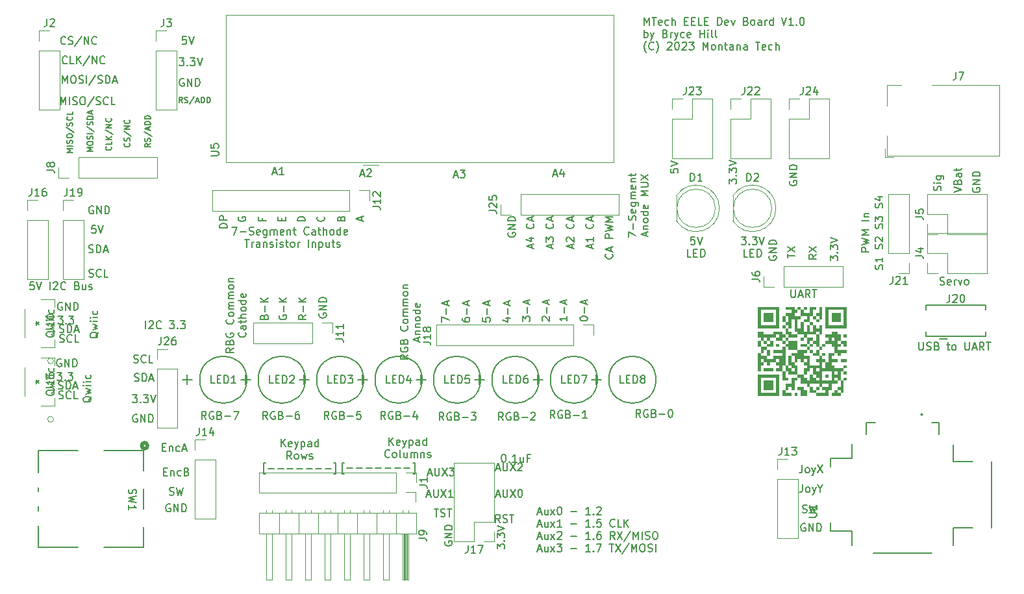
<source format=gbr>
%TF.GenerationSoftware,KiCad,Pcbnew,(6.0.1)*%
%TF.CreationDate,2023-03-04T22:59:05-07:00*%
%TF.ProjectId,DevBoard2.0,44657642-6f61-4726-9432-2e302e6b6963,rev?*%
%TF.SameCoordinates,Original*%
%TF.FileFunction,Legend,Top*%
%TF.FilePolarity,Positive*%
%FSLAX46Y46*%
G04 Gerber Fmt 4.6, Leading zero omitted, Abs format (unit mm)*
G04 Created by KiCad (PCBNEW (6.0.1)) date 2023-03-04 22:59:05*
%MOMM*%
%LPD*%
G01*
G04 APERTURE LIST*
%ADD10C,0.150000*%
%ADD11C,0.127000*%
%ADD12C,0.200000*%
%ADD13C,0.120000*%
%ADD14C,0.152400*%
%ADD15C,0.508000*%
G04 APERTURE END LIST*
D10*
X257992761Y-48982380D02*
X257992761Y-49791904D01*
X258040380Y-49887142D01*
X258088000Y-49934761D01*
X258183238Y-49982380D01*
X258373714Y-49982380D01*
X258468952Y-49934761D01*
X258516571Y-49887142D01*
X258564190Y-49791904D01*
X258564190Y-48982380D01*
X258992761Y-49696666D02*
X259468952Y-49696666D01*
X258897523Y-49982380D02*
X259230857Y-48982380D01*
X259564190Y-49982380D01*
X260468952Y-49982380D02*
X260135619Y-49506190D01*
X259897523Y-49982380D02*
X259897523Y-48982380D01*
X260278476Y-48982380D01*
X260373714Y-49030000D01*
X260421333Y-49077619D01*
X260468952Y-49172857D01*
X260468952Y-49315714D01*
X260421333Y-49410952D01*
X260373714Y-49458571D01*
X260278476Y-49506190D01*
X259897523Y-49506190D01*
X260754666Y-48982380D02*
X261326095Y-48982380D01*
X261040380Y-49982380D02*
X261040380Y-48982380D01*
X274677761Y-55840380D02*
X274677761Y-56649904D01*
X274725380Y-56745142D01*
X274773000Y-56792761D01*
X274868238Y-56840380D01*
X275058714Y-56840380D01*
X275153952Y-56792761D01*
X275201571Y-56745142D01*
X275249190Y-56649904D01*
X275249190Y-55840380D01*
X275677761Y-56792761D02*
X275820619Y-56840380D01*
X276058714Y-56840380D01*
X276153952Y-56792761D01*
X276201571Y-56745142D01*
X276249190Y-56649904D01*
X276249190Y-56554666D01*
X276201571Y-56459428D01*
X276153952Y-56411809D01*
X276058714Y-56364190D01*
X275868238Y-56316571D01*
X275773000Y-56268952D01*
X275725380Y-56221333D01*
X275677761Y-56126095D01*
X275677761Y-56030857D01*
X275725380Y-55935619D01*
X275773000Y-55888000D01*
X275868238Y-55840380D01*
X276106333Y-55840380D01*
X276249190Y-55888000D01*
X277011095Y-56316571D02*
X277153952Y-56364190D01*
X277201571Y-56411809D01*
X277249190Y-56507047D01*
X277249190Y-56649904D01*
X277201571Y-56745142D01*
X277153952Y-56792761D01*
X277058714Y-56840380D01*
X276677761Y-56840380D01*
X276677761Y-55840380D01*
X277011095Y-55840380D01*
X277106333Y-55888000D01*
X277153952Y-55935619D01*
X277201571Y-56030857D01*
X277201571Y-56126095D01*
X277153952Y-56221333D01*
X277106333Y-56268952D01*
X277011095Y-56316571D01*
X276677761Y-56316571D01*
X278296809Y-56173714D02*
X278677761Y-56173714D01*
X278439666Y-55840380D02*
X278439666Y-56697523D01*
X278487285Y-56792761D01*
X278582523Y-56840380D01*
X278677761Y-56840380D01*
X279153952Y-56840380D02*
X279058714Y-56792761D01*
X279011095Y-56745142D01*
X278963476Y-56649904D01*
X278963476Y-56364190D01*
X279011095Y-56268952D01*
X279058714Y-56221333D01*
X279153952Y-56173714D01*
X279296809Y-56173714D01*
X279392047Y-56221333D01*
X279439666Y-56268952D01*
X279487285Y-56364190D01*
X279487285Y-56649904D01*
X279439666Y-56745142D01*
X279392047Y-56792761D01*
X279296809Y-56840380D01*
X279153952Y-56840380D01*
X280677761Y-55840380D02*
X280677761Y-56649904D01*
X280725380Y-56745142D01*
X280773000Y-56792761D01*
X280868238Y-56840380D01*
X281058714Y-56840380D01*
X281153952Y-56792761D01*
X281201571Y-56745142D01*
X281249190Y-56649904D01*
X281249190Y-55840380D01*
X281677761Y-56554666D02*
X282153952Y-56554666D01*
X281582523Y-56840380D02*
X281915857Y-55840380D01*
X282249190Y-56840380D01*
X283153952Y-56840380D02*
X282820619Y-56364190D01*
X282582523Y-56840380D02*
X282582523Y-55840380D01*
X282963476Y-55840380D01*
X283058714Y-55888000D01*
X283106333Y-55935619D01*
X283153952Y-56030857D01*
X283153952Y-56173714D01*
X283106333Y-56268952D01*
X283058714Y-56316571D01*
X282963476Y-56364190D01*
X282582523Y-56364190D01*
X283439666Y-55840380D02*
X284011095Y-55840380D01*
X283725380Y-56840380D02*
X283725380Y-55840380D01*
X178623714Y-24596285D02*
X178373714Y-24239142D01*
X178195142Y-24596285D02*
X178195142Y-23846285D01*
X178480857Y-23846285D01*
X178552285Y-23882000D01*
X178588000Y-23917714D01*
X178623714Y-23989142D01*
X178623714Y-24096285D01*
X178588000Y-24167714D01*
X178552285Y-24203428D01*
X178480857Y-24239142D01*
X178195142Y-24239142D01*
X178909428Y-24560571D02*
X179016571Y-24596285D01*
X179195142Y-24596285D01*
X179266571Y-24560571D01*
X179302285Y-24524857D01*
X179338000Y-24453428D01*
X179338000Y-24382000D01*
X179302285Y-24310571D01*
X179266571Y-24274857D01*
X179195142Y-24239142D01*
X179052285Y-24203428D01*
X178980857Y-24167714D01*
X178945142Y-24132000D01*
X178909428Y-24060571D01*
X178909428Y-23989142D01*
X178945142Y-23917714D01*
X178980857Y-23882000D01*
X179052285Y-23846285D01*
X179230857Y-23846285D01*
X179338000Y-23882000D01*
X180195142Y-23810571D02*
X179552285Y-24774857D01*
X180409428Y-24382000D02*
X180766571Y-24382000D01*
X180338000Y-24596285D02*
X180588000Y-23846285D01*
X180838000Y-24596285D01*
X181088000Y-24596285D02*
X181088000Y-23846285D01*
X181266571Y-23846285D01*
X181373714Y-23882000D01*
X181445142Y-23953428D01*
X181480857Y-24024857D01*
X181516571Y-24167714D01*
X181516571Y-24274857D01*
X181480857Y-24417714D01*
X181445142Y-24489142D01*
X181373714Y-24560571D01*
X181266571Y-24596285D01*
X181088000Y-24596285D01*
X181838000Y-24596285D02*
X181838000Y-23846285D01*
X182016571Y-23846285D01*
X182123714Y-23882000D01*
X182195142Y-23953428D01*
X182230857Y-24024857D01*
X182266571Y-24167714D01*
X182266571Y-24274857D01*
X182230857Y-24417714D01*
X182195142Y-24489142D01*
X182123714Y-24560571D01*
X182016571Y-24596285D01*
X181838000Y-24596285D01*
X224950976Y-78015666D02*
X225427166Y-78015666D01*
X224855738Y-78301380D02*
X225189071Y-77301380D01*
X225522404Y-78301380D01*
X226284309Y-77634714D02*
X226284309Y-78301380D01*
X225855738Y-77634714D02*
X225855738Y-78158523D01*
X225903357Y-78253761D01*
X225998595Y-78301380D01*
X226141452Y-78301380D01*
X226236690Y-78253761D01*
X226284309Y-78206142D01*
X226665261Y-78301380D02*
X227189071Y-77634714D01*
X226665261Y-77634714D02*
X227189071Y-78301380D01*
X227760500Y-77301380D02*
X227855738Y-77301380D01*
X227950976Y-77349000D01*
X227998595Y-77396619D01*
X228046214Y-77491857D01*
X228093833Y-77682333D01*
X228093833Y-77920428D01*
X228046214Y-78110904D01*
X227998595Y-78206142D01*
X227950976Y-78253761D01*
X227855738Y-78301380D01*
X227760500Y-78301380D01*
X227665261Y-78253761D01*
X227617642Y-78206142D01*
X227570023Y-78110904D01*
X227522404Y-77920428D01*
X227522404Y-77682333D01*
X227570023Y-77491857D01*
X227617642Y-77396619D01*
X227665261Y-77349000D01*
X227760500Y-77301380D01*
X229284309Y-77920428D02*
X230046214Y-77920428D01*
X231808119Y-78301380D02*
X231236690Y-78301380D01*
X231522404Y-78301380D02*
X231522404Y-77301380D01*
X231427166Y-77444238D01*
X231331928Y-77539476D01*
X231236690Y-77587095D01*
X232236690Y-78206142D02*
X232284309Y-78253761D01*
X232236690Y-78301380D01*
X232189071Y-78253761D01*
X232236690Y-78206142D01*
X232236690Y-78301380D01*
X232665261Y-77396619D02*
X232712880Y-77349000D01*
X232808119Y-77301380D01*
X233046214Y-77301380D01*
X233141452Y-77349000D01*
X233189071Y-77396619D01*
X233236690Y-77491857D01*
X233236690Y-77587095D01*
X233189071Y-77729952D01*
X232617642Y-78301380D01*
X233236690Y-78301380D01*
X224950976Y-79625666D02*
X225427166Y-79625666D01*
X224855738Y-79911380D02*
X225189071Y-78911380D01*
X225522404Y-79911380D01*
X226284309Y-79244714D02*
X226284309Y-79911380D01*
X225855738Y-79244714D02*
X225855738Y-79768523D01*
X225903357Y-79863761D01*
X225998595Y-79911380D01*
X226141452Y-79911380D01*
X226236690Y-79863761D01*
X226284309Y-79816142D01*
X226665261Y-79911380D02*
X227189071Y-79244714D01*
X226665261Y-79244714D02*
X227189071Y-79911380D01*
X228093833Y-79911380D02*
X227522404Y-79911380D01*
X227808119Y-79911380D02*
X227808119Y-78911380D01*
X227712880Y-79054238D01*
X227617642Y-79149476D01*
X227522404Y-79197095D01*
X229284309Y-79530428D02*
X230046214Y-79530428D01*
X231808119Y-79911380D02*
X231236690Y-79911380D01*
X231522404Y-79911380D02*
X231522404Y-78911380D01*
X231427166Y-79054238D01*
X231331928Y-79149476D01*
X231236690Y-79197095D01*
X232236690Y-79816142D02*
X232284309Y-79863761D01*
X232236690Y-79911380D01*
X232189071Y-79863761D01*
X232236690Y-79816142D01*
X232236690Y-79911380D01*
X233189071Y-78911380D02*
X232712880Y-78911380D01*
X232665261Y-79387571D01*
X232712880Y-79339952D01*
X232808119Y-79292333D01*
X233046214Y-79292333D01*
X233141452Y-79339952D01*
X233189071Y-79387571D01*
X233236690Y-79482809D01*
X233236690Y-79720904D01*
X233189071Y-79816142D01*
X233141452Y-79863761D01*
X233046214Y-79911380D01*
X232808119Y-79911380D01*
X232712880Y-79863761D01*
X232665261Y-79816142D01*
X234998595Y-79816142D02*
X234950976Y-79863761D01*
X234808119Y-79911380D01*
X234712880Y-79911380D01*
X234570023Y-79863761D01*
X234474785Y-79768523D01*
X234427166Y-79673285D01*
X234379547Y-79482809D01*
X234379547Y-79339952D01*
X234427166Y-79149476D01*
X234474785Y-79054238D01*
X234570023Y-78959000D01*
X234712880Y-78911380D01*
X234808119Y-78911380D01*
X234950976Y-78959000D01*
X234998595Y-79006619D01*
X235903357Y-79911380D02*
X235427166Y-79911380D01*
X235427166Y-78911380D01*
X236236690Y-79911380D02*
X236236690Y-78911380D01*
X236808119Y-79911380D02*
X236379547Y-79339952D01*
X236808119Y-78911380D02*
X236236690Y-79482809D01*
X224950976Y-81235666D02*
X225427166Y-81235666D01*
X224855738Y-81521380D02*
X225189071Y-80521380D01*
X225522404Y-81521380D01*
X226284309Y-80854714D02*
X226284309Y-81521380D01*
X225855738Y-80854714D02*
X225855738Y-81378523D01*
X225903357Y-81473761D01*
X225998595Y-81521380D01*
X226141452Y-81521380D01*
X226236690Y-81473761D01*
X226284309Y-81426142D01*
X226665261Y-81521380D02*
X227189071Y-80854714D01*
X226665261Y-80854714D02*
X227189071Y-81521380D01*
X227522404Y-80616619D02*
X227570023Y-80569000D01*
X227665261Y-80521380D01*
X227903357Y-80521380D01*
X227998595Y-80569000D01*
X228046214Y-80616619D01*
X228093833Y-80711857D01*
X228093833Y-80807095D01*
X228046214Y-80949952D01*
X227474785Y-81521380D01*
X228093833Y-81521380D01*
X229284309Y-81140428D02*
X230046214Y-81140428D01*
X231808119Y-81521380D02*
X231236690Y-81521380D01*
X231522404Y-81521380D02*
X231522404Y-80521380D01*
X231427166Y-80664238D01*
X231331928Y-80759476D01*
X231236690Y-80807095D01*
X232236690Y-81426142D02*
X232284309Y-81473761D01*
X232236690Y-81521380D01*
X232189071Y-81473761D01*
X232236690Y-81426142D01*
X232236690Y-81521380D01*
X233141452Y-80521380D02*
X232950976Y-80521380D01*
X232855738Y-80569000D01*
X232808119Y-80616619D01*
X232712880Y-80759476D01*
X232665261Y-80949952D01*
X232665261Y-81330904D01*
X232712880Y-81426142D01*
X232760500Y-81473761D01*
X232855738Y-81521380D01*
X233046214Y-81521380D01*
X233141452Y-81473761D01*
X233189071Y-81426142D01*
X233236690Y-81330904D01*
X233236690Y-81092809D01*
X233189071Y-80997571D01*
X233141452Y-80949952D01*
X233046214Y-80902333D01*
X232855738Y-80902333D01*
X232760500Y-80949952D01*
X232712880Y-80997571D01*
X232665261Y-81092809D01*
X234998595Y-81521380D02*
X234665261Y-81045190D01*
X234427166Y-81521380D02*
X234427166Y-80521380D01*
X234808119Y-80521380D01*
X234903357Y-80569000D01*
X234950976Y-80616619D01*
X234998595Y-80711857D01*
X234998595Y-80854714D01*
X234950976Y-80949952D01*
X234903357Y-80997571D01*
X234808119Y-81045190D01*
X234427166Y-81045190D01*
X235331928Y-80521380D02*
X235998595Y-81521380D01*
X235998595Y-80521380D02*
X235331928Y-81521380D01*
X237093833Y-80473761D02*
X236236690Y-81759476D01*
X237427166Y-81521380D02*
X237427166Y-80521380D01*
X237760500Y-81235666D01*
X238093833Y-80521380D01*
X238093833Y-81521380D01*
X238570023Y-81521380D02*
X238570023Y-80521380D01*
X238998595Y-81473761D02*
X239141452Y-81521380D01*
X239379547Y-81521380D01*
X239474785Y-81473761D01*
X239522404Y-81426142D01*
X239570023Y-81330904D01*
X239570023Y-81235666D01*
X239522404Y-81140428D01*
X239474785Y-81092809D01*
X239379547Y-81045190D01*
X239189071Y-80997571D01*
X239093833Y-80949952D01*
X239046214Y-80902333D01*
X238998595Y-80807095D01*
X238998595Y-80711857D01*
X239046214Y-80616619D01*
X239093833Y-80569000D01*
X239189071Y-80521380D01*
X239427166Y-80521380D01*
X239570023Y-80569000D01*
X240189071Y-80521380D02*
X240379547Y-80521380D01*
X240474785Y-80569000D01*
X240570023Y-80664238D01*
X240617642Y-80854714D01*
X240617642Y-81188047D01*
X240570023Y-81378523D01*
X240474785Y-81473761D01*
X240379547Y-81521380D01*
X240189071Y-81521380D01*
X240093833Y-81473761D01*
X239998595Y-81378523D01*
X239950976Y-81188047D01*
X239950976Y-80854714D01*
X239998595Y-80664238D01*
X240093833Y-80569000D01*
X240189071Y-80521380D01*
X224950976Y-82845666D02*
X225427166Y-82845666D01*
X224855738Y-83131380D02*
X225189071Y-82131380D01*
X225522404Y-83131380D01*
X226284309Y-82464714D02*
X226284309Y-83131380D01*
X225855738Y-82464714D02*
X225855738Y-82988523D01*
X225903357Y-83083761D01*
X225998595Y-83131380D01*
X226141452Y-83131380D01*
X226236690Y-83083761D01*
X226284309Y-83036142D01*
X226665261Y-83131380D02*
X227189071Y-82464714D01*
X226665261Y-82464714D02*
X227189071Y-83131380D01*
X227474785Y-82131380D02*
X228093833Y-82131380D01*
X227760500Y-82512333D01*
X227903357Y-82512333D01*
X227998595Y-82559952D01*
X228046214Y-82607571D01*
X228093833Y-82702809D01*
X228093833Y-82940904D01*
X228046214Y-83036142D01*
X227998595Y-83083761D01*
X227903357Y-83131380D01*
X227617642Y-83131380D01*
X227522404Y-83083761D01*
X227474785Y-83036142D01*
X229284309Y-82750428D02*
X230046214Y-82750428D01*
X231808119Y-83131380D02*
X231236690Y-83131380D01*
X231522404Y-83131380D02*
X231522404Y-82131380D01*
X231427166Y-82274238D01*
X231331928Y-82369476D01*
X231236690Y-82417095D01*
X232236690Y-83036142D02*
X232284309Y-83083761D01*
X232236690Y-83131380D01*
X232189071Y-83083761D01*
X232236690Y-83036142D01*
X232236690Y-83131380D01*
X232617642Y-82131380D02*
X233284309Y-82131380D01*
X232855738Y-83131380D01*
X234284309Y-82131380D02*
X234855738Y-82131380D01*
X234570023Y-83131380D02*
X234570023Y-82131380D01*
X235093833Y-82131380D02*
X235760500Y-83131380D01*
X235760500Y-82131380D02*
X235093833Y-83131380D01*
X236855738Y-82083761D02*
X235998595Y-83369476D01*
X237189071Y-83131380D02*
X237189071Y-82131380D01*
X237522404Y-82845666D01*
X237855738Y-82131380D01*
X237855738Y-83131380D01*
X238522404Y-82131380D02*
X238712880Y-82131380D01*
X238808119Y-82179000D01*
X238903357Y-82274238D01*
X238950976Y-82464714D01*
X238950976Y-82798047D01*
X238903357Y-82988523D01*
X238808119Y-83083761D01*
X238712880Y-83131380D01*
X238522404Y-83131380D01*
X238427166Y-83083761D01*
X238331928Y-82988523D01*
X238284309Y-82798047D01*
X238284309Y-82464714D01*
X238331928Y-82274238D01*
X238427166Y-82179000D01*
X238522404Y-82131380D01*
X239331928Y-83083761D02*
X239474785Y-83131380D01*
X239712880Y-83131380D01*
X239808119Y-83083761D01*
X239855738Y-83036142D01*
X239903357Y-82940904D01*
X239903357Y-82845666D01*
X239855738Y-82750428D01*
X239808119Y-82702809D01*
X239712880Y-82655190D01*
X239522404Y-82607571D01*
X239427166Y-82559952D01*
X239379547Y-82512333D01*
X239331928Y-82417095D01*
X239331928Y-82321857D01*
X239379547Y-82226619D01*
X239427166Y-82179000D01*
X239522404Y-82131380D01*
X239760500Y-82131380D01*
X239903357Y-82179000D01*
X240331928Y-83131380D02*
X240331928Y-82131380D01*
X238841595Y-14463380D02*
X238841595Y-13463380D01*
X239174928Y-14177666D01*
X239508261Y-13463380D01*
X239508261Y-14463380D01*
X239841595Y-13463380D02*
X240413023Y-13463380D01*
X240127309Y-14463380D02*
X240127309Y-13463380D01*
X241127309Y-14415761D02*
X241032071Y-14463380D01*
X240841595Y-14463380D01*
X240746357Y-14415761D01*
X240698738Y-14320523D01*
X240698738Y-13939571D01*
X240746357Y-13844333D01*
X240841595Y-13796714D01*
X241032071Y-13796714D01*
X241127309Y-13844333D01*
X241174928Y-13939571D01*
X241174928Y-14034809D01*
X240698738Y-14130047D01*
X242032071Y-14415761D02*
X241936833Y-14463380D01*
X241746357Y-14463380D01*
X241651119Y-14415761D01*
X241603500Y-14368142D01*
X241555880Y-14272904D01*
X241555880Y-13987190D01*
X241603500Y-13891952D01*
X241651119Y-13844333D01*
X241746357Y-13796714D01*
X241936833Y-13796714D01*
X242032071Y-13844333D01*
X242460642Y-14463380D02*
X242460642Y-13463380D01*
X242889214Y-14463380D02*
X242889214Y-13939571D01*
X242841595Y-13844333D01*
X242746357Y-13796714D01*
X242603500Y-13796714D01*
X242508261Y-13844333D01*
X242460642Y-13891952D01*
X244127309Y-13939571D02*
X244460642Y-13939571D01*
X244603500Y-14463380D02*
X244127309Y-14463380D01*
X244127309Y-13463380D01*
X244603500Y-13463380D01*
X245032071Y-13939571D02*
X245365404Y-13939571D01*
X245508261Y-14463380D02*
X245032071Y-14463380D01*
X245032071Y-13463380D01*
X245508261Y-13463380D01*
X246413023Y-14463380D02*
X245936833Y-14463380D01*
X245936833Y-13463380D01*
X246746357Y-13939571D02*
X247079690Y-13939571D01*
X247222547Y-14463380D02*
X246746357Y-14463380D01*
X246746357Y-13463380D01*
X247222547Y-13463380D01*
X248413023Y-14463380D02*
X248413023Y-13463380D01*
X248651119Y-13463380D01*
X248793976Y-13511000D01*
X248889214Y-13606238D01*
X248936833Y-13701476D01*
X248984452Y-13891952D01*
X248984452Y-14034809D01*
X248936833Y-14225285D01*
X248889214Y-14320523D01*
X248793976Y-14415761D01*
X248651119Y-14463380D01*
X248413023Y-14463380D01*
X249793976Y-14415761D02*
X249698738Y-14463380D01*
X249508261Y-14463380D01*
X249413023Y-14415761D01*
X249365404Y-14320523D01*
X249365404Y-13939571D01*
X249413023Y-13844333D01*
X249508261Y-13796714D01*
X249698738Y-13796714D01*
X249793976Y-13844333D01*
X249841595Y-13939571D01*
X249841595Y-14034809D01*
X249365404Y-14130047D01*
X250174928Y-13796714D02*
X250413023Y-14463380D01*
X250651119Y-13796714D01*
X252127309Y-13939571D02*
X252270166Y-13987190D01*
X252317785Y-14034809D01*
X252365404Y-14130047D01*
X252365404Y-14272904D01*
X252317785Y-14368142D01*
X252270166Y-14415761D01*
X252174928Y-14463380D01*
X251793976Y-14463380D01*
X251793976Y-13463380D01*
X252127309Y-13463380D01*
X252222547Y-13511000D01*
X252270166Y-13558619D01*
X252317785Y-13653857D01*
X252317785Y-13749095D01*
X252270166Y-13844333D01*
X252222547Y-13891952D01*
X252127309Y-13939571D01*
X251793976Y-13939571D01*
X252936833Y-14463380D02*
X252841595Y-14415761D01*
X252793976Y-14368142D01*
X252746357Y-14272904D01*
X252746357Y-13987190D01*
X252793976Y-13891952D01*
X252841595Y-13844333D01*
X252936833Y-13796714D01*
X253079690Y-13796714D01*
X253174928Y-13844333D01*
X253222547Y-13891952D01*
X253270166Y-13987190D01*
X253270166Y-14272904D01*
X253222547Y-14368142D01*
X253174928Y-14415761D01*
X253079690Y-14463380D01*
X252936833Y-14463380D01*
X254127309Y-14463380D02*
X254127309Y-13939571D01*
X254079690Y-13844333D01*
X253984452Y-13796714D01*
X253793976Y-13796714D01*
X253698738Y-13844333D01*
X254127309Y-14415761D02*
X254032071Y-14463380D01*
X253793976Y-14463380D01*
X253698738Y-14415761D01*
X253651119Y-14320523D01*
X253651119Y-14225285D01*
X253698738Y-14130047D01*
X253793976Y-14082428D01*
X254032071Y-14082428D01*
X254127309Y-14034809D01*
X254603500Y-14463380D02*
X254603500Y-13796714D01*
X254603500Y-13987190D02*
X254651119Y-13891952D01*
X254698738Y-13844333D01*
X254793976Y-13796714D01*
X254889214Y-13796714D01*
X255651119Y-14463380D02*
X255651119Y-13463380D01*
X255651119Y-14415761D02*
X255555880Y-14463380D01*
X255365404Y-14463380D01*
X255270166Y-14415761D01*
X255222547Y-14368142D01*
X255174928Y-14272904D01*
X255174928Y-13987190D01*
X255222547Y-13891952D01*
X255270166Y-13844333D01*
X255365404Y-13796714D01*
X255555880Y-13796714D01*
X255651119Y-13844333D01*
X256746357Y-13463380D02*
X257079690Y-14463380D01*
X257413023Y-13463380D01*
X258270166Y-14463380D02*
X257698738Y-14463380D01*
X257984452Y-14463380D02*
X257984452Y-13463380D01*
X257889214Y-13606238D01*
X257793976Y-13701476D01*
X257698738Y-13749095D01*
X258698738Y-14368142D02*
X258746357Y-14415761D01*
X258698738Y-14463380D01*
X258651119Y-14415761D01*
X258698738Y-14368142D01*
X258698738Y-14463380D01*
X259365404Y-13463380D02*
X259460642Y-13463380D01*
X259555880Y-13511000D01*
X259603500Y-13558619D01*
X259651119Y-13653857D01*
X259698738Y-13844333D01*
X259698738Y-14082428D01*
X259651119Y-14272904D01*
X259603500Y-14368142D01*
X259555880Y-14415761D01*
X259460642Y-14463380D01*
X259365404Y-14463380D01*
X259270166Y-14415761D01*
X259222547Y-14368142D01*
X259174928Y-14272904D01*
X259127309Y-14082428D01*
X259127309Y-13844333D01*
X259174928Y-13653857D01*
X259222547Y-13558619D01*
X259270166Y-13511000D01*
X259365404Y-13463380D01*
X238841595Y-16073380D02*
X238841595Y-15073380D01*
X238841595Y-15454333D02*
X238936833Y-15406714D01*
X239127309Y-15406714D01*
X239222547Y-15454333D01*
X239270166Y-15501952D01*
X239317785Y-15597190D01*
X239317785Y-15882904D01*
X239270166Y-15978142D01*
X239222547Y-16025761D01*
X239127309Y-16073380D01*
X238936833Y-16073380D01*
X238841595Y-16025761D01*
X239651119Y-15406714D02*
X239889214Y-16073380D01*
X240127309Y-15406714D02*
X239889214Y-16073380D01*
X239793976Y-16311476D01*
X239746357Y-16359095D01*
X239651119Y-16406714D01*
X241603500Y-15549571D02*
X241746357Y-15597190D01*
X241793976Y-15644809D01*
X241841595Y-15740047D01*
X241841595Y-15882904D01*
X241793976Y-15978142D01*
X241746357Y-16025761D01*
X241651119Y-16073380D01*
X241270166Y-16073380D01*
X241270166Y-15073380D01*
X241603500Y-15073380D01*
X241698738Y-15121000D01*
X241746357Y-15168619D01*
X241793976Y-15263857D01*
X241793976Y-15359095D01*
X241746357Y-15454333D01*
X241698738Y-15501952D01*
X241603500Y-15549571D01*
X241270166Y-15549571D01*
X242270166Y-16073380D02*
X242270166Y-15406714D01*
X242270166Y-15597190D02*
X242317785Y-15501952D01*
X242365404Y-15454333D01*
X242460642Y-15406714D01*
X242555880Y-15406714D01*
X242793976Y-15406714D02*
X243032071Y-16073380D01*
X243270166Y-15406714D02*
X243032071Y-16073380D01*
X242936833Y-16311476D01*
X242889214Y-16359095D01*
X242793976Y-16406714D01*
X244079690Y-16025761D02*
X243984452Y-16073380D01*
X243793976Y-16073380D01*
X243698738Y-16025761D01*
X243651119Y-15978142D01*
X243603500Y-15882904D01*
X243603500Y-15597190D01*
X243651119Y-15501952D01*
X243698738Y-15454333D01*
X243793976Y-15406714D01*
X243984452Y-15406714D01*
X244079690Y-15454333D01*
X244889214Y-16025761D02*
X244793976Y-16073380D01*
X244603500Y-16073380D01*
X244508261Y-16025761D01*
X244460642Y-15930523D01*
X244460642Y-15549571D01*
X244508261Y-15454333D01*
X244603500Y-15406714D01*
X244793976Y-15406714D01*
X244889214Y-15454333D01*
X244936833Y-15549571D01*
X244936833Y-15644809D01*
X244460642Y-15740047D01*
X246127309Y-16073380D02*
X246127309Y-15073380D01*
X246127309Y-15549571D02*
X246698738Y-15549571D01*
X246698738Y-16073380D02*
X246698738Y-15073380D01*
X247174928Y-16073380D02*
X247174928Y-15406714D01*
X247174928Y-15073380D02*
X247127309Y-15121000D01*
X247174928Y-15168619D01*
X247222547Y-15121000D01*
X247174928Y-15073380D01*
X247174928Y-15168619D01*
X247793976Y-16073380D02*
X247698738Y-16025761D01*
X247651119Y-15930523D01*
X247651119Y-15073380D01*
X248317785Y-16073380D02*
X248222547Y-16025761D01*
X248174928Y-15930523D01*
X248174928Y-15073380D01*
X239127309Y-18064333D02*
X239079690Y-18016714D01*
X238984452Y-17873857D01*
X238936833Y-17778619D01*
X238889214Y-17635761D01*
X238841595Y-17397666D01*
X238841595Y-17207190D01*
X238889214Y-16969095D01*
X238936833Y-16826238D01*
X238984452Y-16731000D01*
X239079690Y-16588142D01*
X239127309Y-16540523D01*
X240079690Y-17588142D02*
X240032071Y-17635761D01*
X239889214Y-17683380D01*
X239793976Y-17683380D01*
X239651119Y-17635761D01*
X239555880Y-17540523D01*
X239508261Y-17445285D01*
X239460642Y-17254809D01*
X239460642Y-17111952D01*
X239508261Y-16921476D01*
X239555880Y-16826238D01*
X239651119Y-16731000D01*
X239793976Y-16683380D01*
X239889214Y-16683380D01*
X240032071Y-16731000D01*
X240079690Y-16778619D01*
X240413023Y-18064333D02*
X240460642Y-18016714D01*
X240555880Y-17873857D01*
X240603500Y-17778619D01*
X240651119Y-17635761D01*
X240698738Y-17397666D01*
X240698738Y-17207190D01*
X240651119Y-16969095D01*
X240603500Y-16826238D01*
X240555880Y-16731000D01*
X240460642Y-16588142D01*
X240413023Y-16540523D01*
X241889214Y-16778619D02*
X241936833Y-16731000D01*
X242032071Y-16683380D01*
X242270166Y-16683380D01*
X242365404Y-16731000D01*
X242413023Y-16778619D01*
X242460642Y-16873857D01*
X242460642Y-16969095D01*
X242413023Y-17111952D01*
X241841595Y-17683380D01*
X242460642Y-17683380D01*
X243079690Y-16683380D02*
X243174928Y-16683380D01*
X243270166Y-16731000D01*
X243317785Y-16778619D01*
X243365404Y-16873857D01*
X243413023Y-17064333D01*
X243413023Y-17302428D01*
X243365404Y-17492904D01*
X243317785Y-17588142D01*
X243270166Y-17635761D01*
X243174928Y-17683380D01*
X243079690Y-17683380D01*
X242984452Y-17635761D01*
X242936833Y-17588142D01*
X242889214Y-17492904D01*
X242841595Y-17302428D01*
X242841595Y-17064333D01*
X242889214Y-16873857D01*
X242936833Y-16778619D01*
X242984452Y-16731000D01*
X243079690Y-16683380D01*
X243793976Y-16778619D02*
X243841595Y-16731000D01*
X243936833Y-16683380D01*
X244174928Y-16683380D01*
X244270166Y-16731000D01*
X244317785Y-16778619D01*
X244365404Y-16873857D01*
X244365404Y-16969095D01*
X244317785Y-17111952D01*
X243746357Y-17683380D01*
X244365404Y-17683380D01*
X244698738Y-16683380D02*
X245317785Y-16683380D01*
X244984452Y-17064333D01*
X245127309Y-17064333D01*
X245222547Y-17111952D01*
X245270166Y-17159571D01*
X245317785Y-17254809D01*
X245317785Y-17492904D01*
X245270166Y-17588142D01*
X245222547Y-17635761D01*
X245127309Y-17683380D01*
X244841595Y-17683380D01*
X244746357Y-17635761D01*
X244698738Y-17588142D01*
X246508261Y-17683380D02*
X246508261Y-16683380D01*
X246841595Y-17397666D01*
X247174928Y-16683380D01*
X247174928Y-17683380D01*
X247793976Y-17683380D02*
X247698738Y-17635761D01*
X247651119Y-17588142D01*
X247603500Y-17492904D01*
X247603500Y-17207190D01*
X247651119Y-17111952D01*
X247698738Y-17064333D01*
X247793976Y-17016714D01*
X247936833Y-17016714D01*
X248032071Y-17064333D01*
X248079690Y-17111952D01*
X248127309Y-17207190D01*
X248127309Y-17492904D01*
X248079690Y-17588142D01*
X248032071Y-17635761D01*
X247936833Y-17683380D01*
X247793976Y-17683380D01*
X248555880Y-17016714D02*
X248555880Y-17683380D01*
X248555880Y-17111952D02*
X248603500Y-17064333D01*
X248698738Y-17016714D01*
X248841595Y-17016714D01*
X248936833Y-17064333D01*
X248984452Y-17159571D01*
X248984452Y-17683380D01*
X249317785Y-17016714D02*
X249698738Y-17016714D01*
X249460642Y-16683380D02*
X249460642Y-17540523D01*
X249508261Y-17635761D01*
X249603500Y-17683380D01*
X249698738Y-17683380D01*
X250460642Y-17683380D02*
X250460642Y-17159571D01*
X250413023Y-17064333D01*
X250317785Y-17016714D01*
X250127309Y-17016714D01*
X250032071Y-17064333D01*
X250460642Y-17635761D02*
X250365404Y-17683380D01*
X250127309Y-17683380D01*
X250032071Y-17635761D01*
X249984452Y-17540523D01*
X249984452Y-17445285D01*
X250032071Y-17350047D01*
X250127309Y-17302428D01*
X250365404Y-17302428D01*
X250460642Y-17254809D01*
X250936833Y-17016714D02*
X250936833Y-17683380D01*
X250936833Y-17111952D02*
X250984452Y-17064333D01*
X251079690Y-17016714D01*
X251222547Y-17016714D01*
X251317785Y-17064333D01*
X251365404Y-17159571D01*
X251365404Y-17683380D01*
X252270166Y-17683380D02*
X252270166Y-17159571D01*
X252222547Y-17064333D01*
X252127309Y-17016714D01*
X251936833Y-17016714D01*
X251841595Y-17064333D01*
X252270166Y-17635761D02*
X252174928Y-17683380D01*
X251936833Y-17683380D01*
X251841595Y-17635761D01*
X251793976Y-17540523D01*
X251793976Y-17445285D01*
X251841595Y-17350047D01*
X251936833Y-17302428D01*
X252174928Y-17302428D01*
X252270166Y-17254809D01*
X253365404Y-16683380D02*
X253936833Y-16683380D01*
X253651119Y-17683380D02*
X253651119Y-16683380D01*
X254651119Y-17635761D02*
X254555880Y-17683380D01*
X254365404Y-17683380D01*
X254270166Y-17635761D01*
X254222547Y-17540523D01*
X254222547Y-17159571D01*
X254270166Y-17064333D01*
X254365404Y-17016714D01*
X254555880Y-17016714D01*
X254651119Y-17064333D01*
X254698738Y-17159571D01*
X254698738Y-17254809D01*
X254222547Y-17350047D01*
X255555880Y-17635761D02*
X255460642Y-17683380D01*
X255270166Y-17683380D01*
X255174928Y-17635761D01*
X255127309Y-17588142D01*
X255079690Y-17492904D01*
X255079690Y-17207190D01*
X255127309Y-17111952D01*
X255174928Y-17064333D01*
X255270166Y-17016714D01*
X255460642Y-17016714D01*
X255555880Y-17064333D01*
X255984452Y-17683380D02*
X255984452Y-16683380D01*
X256413023Y-17683380D02*
X256413023Y-17159571D01*
X256365404Y-17064333D01*
X256270166Y-17016714D01*
X256127309Y-17016714D01*
X256032071Y-17064333D01*
X255984452Y-17111952D01*
X172291523Y-58443761D02*
X172434380Y-58491380D01*
X172672476Y-58491380D01*
X172767714Y-58443761D01*
X172815333Y-58396142D01*
X172862952Y-58300904D01*
X172862952Y-58205666D01*
X172815333Y-58110428D01*
X172767714Y-58062809D01*
X172672476Y-58015190D01*
X172482000Y-57967571D01*
X172386761Y-57919952D01*
X172339142Y-57872333D01*
X172291523Y-57777095D01*
X172291523Y-57681857D01*
X172339142Y-57586619D01*
X172386761Y-57539000D01*
X172482000Y-57491380D01*
X172720095Y-57491380D01*
X172862952Y-57539000D01*
X173862952Y-58396142D02*
X173815333Y-58443761D01*
X173672476Y-58491380D01*
X173577238Y-58491380D01*
X173434380Y-58443761D01*
X173339142Y-58348523D01*
X173291523Y-58253285D01*
X173243904Y-58062809D01*
X173243904Y-57919952D01*
X173291523Y-57729476D01*
X173339142Y-57634238D01*
X173434380Y-57539000D01*
X173577238Y-57491380D01*
X173672476Y-57491380D01*
X173815333Y-57539000D01*
X173862952Y-57586619D01*
X174767714Y-58491380D02*
X174291523Y-58491380D01*
X174291523Y-57491380D01*
X172394714Y-60856761D02*
X172537571Y-60904380D01*
X172775666Y-60904380D01*
X172870904Y-60856761D01*
X172918523Y-60809142D01*
X172966142Y-60713904D01*
X172966142Y-60618666D01*
X172918523Y-60523428D01*
X172870904Y-60475809D01*
X172775666Y-60428190D01*
X172585190Y-60380571D01*
X172489952Y-60332952D01*
X172442333Y-60285333D01*
X172394714Y-60190095D01*
X172394714Y-60094857D01*
X172442333Y-59999619D01*
X172489952Y-59952000D01*
X172585190Y-59904380D01*
X172823285Y-59904380D01*
X172966142Y-59952000D01*
X173394714Y-60904380D02*
X173394714Y-59904380D01*
X173632809Y-59904380D01*
X173775666Y-59952000D01*
X173870904Y-60047238D01*
X173918523Y-60142476D01*
X173966142Y-60332952D01*
X173966142Y-60475809D01*
X173918523Y-60666285D01*
X173870904Y-60761523D01*
X173775666Y-60856761D01*
X173632809Y-60904380D01*
X173394714Y-60904380D01*
X174347095Y-60618666D02*
X174823285Y-60618666D01*
X174251857Y-60904380D02*
X174585190Y-59904380D01*
X174918523Y-60904380D01*
X172132809Y-62698380D02*
X172751857Y-62698380D01*
X172418523Y-63079333D01*
X172561380Y-63079333D01*
X172656619Y-63126952D01*
X172704238Y-63174571D01*
X172751857Y-63269809D01*
X172751857Y-63507904D01*
X172704238Y-63603142D01*
X172656619Y-63650761D01*
X172561380Y-63698380D01*
X172275666Y-63698380D01*
X172180428Y-63650761D01*
X172132809Y-63603142D01*
X173180428Y-63603142D02*
X173228047Y-63650761D01*
X173180428Y-63698380D01*
X173132809Y-63650761D01*
X173180428Y-63603142D01*
X173180428Y-63698380D01*
X173561380Y-62698380D02*
X174180428Y-62698380D01*
X173847095Y-63079333D01*
X173989952Y-63079333D01*
X174085190Y-63126952D01*
X174132809Y-63174571D01*
X174180428Y-63269809D01*
X174180428Y-63507904D01*
X174132809Y-63603142D01*
X174085190Y-63650761D01*
X173989952Y-63698380D01*
X173704238Y-63698380D01*
X173609000Y-63650761D01*
X173561380Y-63603142D01*
X174466142Y-62698380D02*
X174799476Y-63698380D01*
X175132809Y-62698380D01*
X172720095Y-65286000D02*
X172624857Y-65238380D01*
X172482000Y-65238380D01*
X172339142Y-65286000D01*
X172243904Y-65381238D01*
X172196285Y-65476476D01*
X172148666Y-65666952D01*
X172148666Y-65809809D01*
X172196285Y-66000285D01*
X172243904Y-66095523D01*
X172339142Y-66190761D01*
X172482000Y-66238380D01*
X172577238Y-66238380D01*
X172720095Y-66190761D01*
X172767714Y-66143142D01*
X172767714Y-65809809D01*
X172577238Y-65809809D01*
X173196285Y-66238380D02*
X173196285Y-65238380D01*
X173767714Y-66238380D01*
X173767714Y-65238380D01*
X174243904Y-66238380D02*
X174243904Y-65238380D01*
X174482000Y-65238380D01*
X174624857Y-65286000D01*
X174720095Y-65381238D01*
X174767714Y-65476476D01*
X174815333Y-65666952D01*
X174815333Y-65809809D01*
X174767714Y-66000285D01*
X174720095Y-66095523D01*
X174624857Y-66190761D01*
X174482000Y-66238380D01*
X174243904Y-66238380D01*
X173855380Y-54046380D02*
X173855380Y-53046380D01*
X174283952Y-53141619D02*
X174331571Y-53094000D01*
X174426809Y-53046380D01*
X174664904Y-53046380D01*
X174760142Y-53094000D01*
X174807761Y-53141619D01*
X174855380Y-53236857D01*
X174855380Y-53332095D01*
X174807761Y-53474952D01*
X174236333Y-54046380D01*
X174855380Y-54046380D01*
X175855380Y-53951142D02*
X175807761Y-53998761D01*
X175664904Y-54046380D01*
X175569666Y-54046380D01*
X175426809Y-53998761D01*
X175331571Y-53903523D01*
X175283952Y-53808285D01*
X175236333Y-53617809D01*
X175236333Y-53474952D01*
X175283952Y-53284476D01*
X175331571Y-53189238D01*
X175426809Y-53094000D01*
X175569666Y-53046380D01*
X175664904Y-53046380D01*
X175807761Y-53094000D01*
X175855380Y-53141619D01*
X176950619Y-53046380D02*
X177569666Y-53046380D01*
X177236333Y-53427333D01*
X177379190Y-53427333D01*
X177474428Y-53474952D01*
X177522047Y-53522571D01*
X177569666Y-53617809D01*
X177569666Y-53855904D01*
X177522047Y-53951142D01*
X177474428Y-53998761D01*
X177379190Y-54046380D01*
X177093476Y-54046380D01*
X176998238Y-53998761D01*
X176950619Y-53951142D01*
X177998238Y-53951142D02*
X178045857Y-53998761D01*
X177998238Y-54046380D01*
X177950619Y-53998761D01*
X177998238Y-53951142D01*
X177998238Y-54046380D01*
X178379190Y-53046380D02*
X178998238Y-53046380D01*
X178664904Y-53427333D01*
X178807761Y-53427333D01*
X178903000Y-53474952D01*
X178950619Y-53522571D01*
X178998238Y-53617809D01*
X178998238Y-53855904D01*
X178950619Y-53951142D01*
X178903000Y-53998761D01*
X178807761Y-54046380D01*
X178522047Y-54046380D01*
X178426809Y-53998761D01*
X178379190Y-53951142D01*
X220480142Y-70445380D02*
X220575380Y-70445380D01*
X220670619Y-70493000D01*
X220718238Y-70540619D01*
X220765857Y-70635857D01*
X220813476Y-70826333D01*
X220813476Y-71064428D01*
X220765857Y-71254904D01*
X220718238Y-71350142D01*
X220670619Y-71397761D01*
X220575380Y-71445380D01*
X220480142Y-71445380D01*
X220384904Y-71397761D01*
X220337285Y-71350142D01*
X220289666Y-71254904D01*
X220242047Y-71064428D01*
X220242047Y-70826333D01*
X220289666Y-70635857D01*
X220337285Y-70540619D01*
X220384904Y-70493000D01*
X220480142Y-70445380D01*
X221242047Y-71350142D02*
X221289666Y-71397761D01*
X221242047Y-71445380D01*
X221194428Y-71397761D01*
X221242047Y-71350142D01*
X221242047Y-71445380D01*
X222242047Y-71445380D02*
X221670619Y-71445380D01*
X221956333Y-71445380D02*
X221956333Y-70445380D01*
X221861095Y-70588238D01*
X221765857Y-70683476D01*
X221670619Y-70731095D01*
X223099190Y-70778714D02*
X223099190Y-71445380D01*
X222670619Y-70778714D02*
X222670619Y-71302523D01*
X222718238Y-71397761D01*
X222813476Y-71445380D01*
X222956333Y-71445380D01*
X223051571Y-71397761D01*
X223099190Y-71350142D01*
X223908714Y-70921571D02*
X223575380Y-70921571D01*
X223575380Y-71445380D02*
X223575380Y-70445380D01*
X224051571Y-70445380D01*
X268168380Y-44005190D02*
X267168380Y-44005190D01*
X267168380Y-43624238D01*
X267216000Y-43529000D01*
X267263619Y-43481380D01*
X267358857Y-43433761D01*
X267501714Y-43433761D01*
X267596952Y-43481380D01*
X267644571Y-43529000D01*
X267692190Y-43624238D01*
X267692190Y-44005190D01*
X267168380Y-43100428D02*
X268168380Y-42862333D01*
X267454095Y-42671857D01*
X268168380Y-42481380D01*
X267168380Y-42243285D01*
X268168380Y-41862333D02*
X267168380Y-41862333D01*
X267882666Y-41529000D01*
X267168380Y-41195666D01*
X268168380Y-41195666D01*
X268168380Y-39957571D02*
X267168380Y-39957571D01*
X267501714Y-39481380D02*
X268168380Y-39481380D01*
X267596952Y-39481380D02*
X267549333Y-39433761D01*
X267501714Y-39338523D01*
X267501714Y-39195666D01*
X267549333Y-39100428D01*
X267644571Y-39052809D01*
X268168380Y-39052809D01*
X277415857Y-48283761D02*
X277558714Y-48331380D01*
X277796809Y-48331380D01*
X277892047Y-48283761D01*
X277939666Y-48236142D01*
X277987285Y-48140904D01*
X277987285Y-48045666D01*
X277939666Y-47950428D01*
X277892047Y-47902809D01*
X277796809Y-47855190D01*
X277606333Y-47807571D01*
X277511095Y-47759952D01*
X277463476Y-47712333D01*
X277415857Y-47617095D01*
X277415857Y-47521857D01*
X277463476Y-47426619D01*
X277511095Y-47379000D01*
X277606333Y-47331380D01*
X277844428Y-47331380D01*
X277987285Y-47379000D01*
X278796809Y-48283761D02*
X278701571Y-48331380D01*
X278511095Y-48331380D01*
X278415857Y-48283761D01*
X278368238Y-48188523D01*
X278368238Y-47807571D01*
X278415857Y-47712333D01*
X278511095Y-47664714D01*
X278701571Y-47664714D01*
X278796809Y-47712333D01*
X278844428Y-47807571D01*
X278844428Y-47902809D01*
X278368238Y-47998047D01*
X279273000Y-48331380D02*
X279273000Y-47664714D01*
X279273000Y-47855190D02*
X279320619Y-47759952D01*
X279368238Y-47712333D01*
X279463476Y-47664714D01*
X279558714Y-47664714D01*
X279796809Y-47664714D02*
X280034904Y-48331380D01*
X280273000Y-47664714D01*
X280796809Y-48331380D02*
X280701571Y-48283761D01*
X280653952Y-48236142D01*
X280606333Y-48140904D01*
X280606333Y-47855190D01*
X280653952Y-47759952D01*
X280701571Y-47712333D01*
X280796809Y-47664714D01*
X280939666Y-47664714D01*
X281034904Y-47712333D01*
X281082523Y-47759952D01*
X281130142Y-47855190D01*
X281130142Y-48140904D01*
X281082523Y-48236142D01*
X281034904Y-48283761D01*
X280939666Y-48331380D01*
X280796809Y-48331380D01*
X277518761Y-36028190D02*
X277566380Y-35885333D01*
X277566380Y-35647238D01*
X277518761Y-35552000D01*
X277471142Y-35504380D01*
X277375904Y-35456761D01*
X277280666Y-35456761D01*
X277185428Y-35504380D01*
X277137809Y-35552000D01*
X277090190Y-35647238D01*
X277042571Y-35837714D01*
X276994952Y-35932952D01*
X276947333Y-35980571D01*
X276852095Y-36028190D01*
X276756857Y-36028190D01*
X276661619Y-35980571D01*
X276614000Y-35932952D01*
X276566380Y-35837714D01*
X276566380Y-35599619D01*
X276614000Y-35456761D01*
X277566380Y-35028190D02*
X276899714Y-35028190D01*
X276566380Y-35028190D02*
X276614000Y-35075809D01*
X276661619Y-35028190D01*
X276614000Y-34980571D01*
X276566380Y-35028190D01*
X276661619Y-35028190D01*
X276899714Y-34123428D02*
X277709238Y-34123428D01*
X277804476Y-34171047D01*
X277852095Y-34218666D01*
X277899714Y-34313904D01*
X277899714Y-34456761D01*
X277852095Y-34552000D01*
X277518761Y-34123428D02*
X277566380Y-34218666D01*
X277566380Y-34409142D01*
X277518761Y-34504380D01*
X277471142Y-34552000D01*
X277375904Y-34599619D01*
X277090190Y-34599619D01*
X276994952Y-34552000D01*
X276947333Y-34504380D01*
X276899714Y-34409142D01*
X276899714Y-34218666D01*
X276947333Y-34123428D01*
X281694000Y-35686904D02*
X281646380Y-35782142D01*
X281646380Y-35925000D01*
X281694000Y-36067857D01*
X281789238Y-36163095D01*
X281884476Y-36210714D01*
X282074952Y-36258333D01*
X282217809Y-36258333D01*
X282408285Y-36210714D01*
X282503523Y-36163095D01*
X282598761Y-36067857D01*
X282646380Y-35925000D01*
X282646380Y-35829761D01*
X282598761Y-35686904D01*
X282551142Y-35639285D01*
X282217809Y-35639285D01*
X282217809Y-35829761D01*
X282646380Y-35210714D02*
X281646380Y-35210714D01*
X282646380Y-34639285D01*
X281646380Y-34639285D01*
X282646380Y-34163095D02*
X281646380Y-34163095D01*
X281646380Y-33925000D01*
X281694000Y-33782142D01*
X281789238Y-33686904D01*
X281884476Y-33639285D01*
X282074952Y-33591666D01*
X282217809Y-33591666D01*
X282408285Y-33639285D01*
X282503523Y-33686904D01*
X282598761Y-33782142D01*
X282646380Y-33925000D01*
X282646380Y-34163095D01*
X279233380Y-36242428D02*
X280233380Y-35909095D01*
X279233380Y-35575761D01*
X279709571Y-34909095D02*
X279757190Y-34766238D01*
X279804809Y-34718619D01*
X279900047Y-34671000D01*
X280042904Y-34671000D01*
X280138142Y-34718619D01*
X280185761Y-34766238D01*
X280233380Y-34861476D01*
X280233380Y-35242428D01*
X279233380Y-35242428D01*
X279233380Y-34909095D01*
X279281000Y-34813857D01*
X279328619Y-34766238D01*
X279423857Y-34718619D01*
X279519095Y-34718619D01*
X279614333Y-34766238D01*
X279661952Y-34813857D01*
X279709571Y-34909095D01*
X279709571Y-35242428D01*
X280233380Y-33813857D02*
X279709571Y-33813857D01*
X279614333Y-33861476D01*
X279566714Y-33956714D01*
X279566714Y-34147190D01*
X279614333Y-34242428D01*
X280185761Y-33813857D02*
X280233380Y-33909095D01*
X280233380Y-34147190D01*
X280185761Y-34242428D01*
X280090523Y-34290047D01*
X279995285Y-34290047D01*
X279900047Y-34242428D01*
X279852428Y-34147190D01*
X279852428Y-33909095D01*
X279804809Y-33813857D01*
X279566714Y-33480523D02*
X279566714Y-33099571D01*
X279233380Y-33337666D02*
X280090523Y-33337666D01*
X280185761Y-33290047D01*
X280233380Y-33194809D01*
X280233380Y-33099571D01*
X269898761Y-46290904D02*
X269946380Y-46148047D01*
X269946380Y-45909952D01*
X269898761Y-45814714D01*
X269851142Y-45767095D01*
X269755904Y-45719476D01*
X269660666Y-45719476D01*
X269565428Y-45767095D01*
X269517809Y-45814714D01*
X269470190Y-45909952D01*
X269422571Y-46100428D01*
X269374952Y-46195666D01*
X269327333Y-46243285D01*
X269232095Y-46290904D01*
X269136857Y-46290904D01*
X269041619Y-46243285D01*
X268994000Y-46195666D01*
X268946380Y-46100428D01*
X268946380Y-45862333D01*
X268994000Y-45719476D01*
X269946380Y-44767095D02*
X269946380Y-45338523D01*
X269946380Y-45052809D02*
X268946380Y-45052809D01*
X269089238Y-45148047D01*
X269184476Y-45243285D01*
X269232095Y-45338523D01*
X269898761Y-43624238D02*
X269946380Y-43481380D01*
X269946380Y-43243285D01*
X269898761Y-43148047D01*
X269851142Y-43100428D01*
X269755904Y-43052809D01*
X269660666Y-43052809D01*
X269565428Y-43100428D01*
X269517809Y-43148047D01*
X269470190Y-43243285D01*
X269422571Y-43433761D01*
X269374952Y-43529000D01*
X269327333Y-43576619D01*
X269232095Y-43624238D01*
X269136857Y-43624238D01*
X269041619Y-43576619D01*
X268994000Y-43529000D01*
X268946380Y-43433761D01*
X268946380Y-43195666D01*
X268994000Y-43052809D01*
X269041619Y-42671857D02*
X268994000Y-42624238D01*
X268946380Y-42529000D01*
X268946380Y-42290904D01*
X268994000Y-42195666D01*
X269041619Y-42148047D01*
X269136857Y-42100428D01*
X269232095Y-42100428D01*
X269374952Y-42148047D01*
X269946380Y-42719476D01*
X269946380Y-42100428D01*
X269898761Y-40957571D02*
X269946380Y-40814714D01*
X269946380Y-40576619D01*
X269898761Y-40481380D01*
X269851142Y-40433761D01*
X269755904Y-40386142D01*
X269660666Y-40386142D01*
X269565428Y-40433761D01*
X269517809Y-40481380D01*
X269470190Y-40576619D01*
X269422571Y-40767095D01*
X269374952Y-40862333D01*
X269327333Y-40909952D01*
X269232095Y-40957571D01*
X269136857Y-40957571D01*
X269041619Y-40909952D01*
X268994000Y-40862333D01*
X268946380Y-40767095D01*
X268946380Y-40529000D01*
X268994000Y-40386142D01*
X268946380Y-40052809D02*
X268946380Y-39433761D01*
X269327333Y-39767095D01*
X269327333Y-39624238D01*
X269374952Y-39529000D01*
X269422571Y-39481380D01*
X269517809Y-39433761D01*
X269755904Y-39433761D01*
X269851142Y-39481380D01*
X269898761Y-39529000D01*
X269946380Y-39624238D01*
X269946380Y-39909952D01*
X269898761Y-40005190D01*
X269851142Y-40052809D01*
X269898761Y-38290904D02*
X269946380Y-38148047D01*
X269946380Y-37909952D01*
X269898761Y-37814714D01*
X269851142Y-37767095D01*
X269755904Y-37719476D01*
X269660666Y-37719476D01*
X269565428Y-37767095D01*
X269517809Y-37814714D01*
X269470190Y-37909952D01*
X269422571Y-38100428D01*
X269374952Y-38195666D01*
X269327333Y-38243285D01*
X269232095Y-38290904D01*
X269136857Y-38290904D01*
X269041619Y-38243285D01*
X268994000Y-38195666D01*
X268946380Y-38100428D01*
X268946380Y-37862333D01*
X268994000Y-37719476D01*
X269279714Y-36862333D02*
X269946380Y-36862333D01*
X268898761Y-37100428D02*
X269613047Y-37338523D01*
X269613047Y-36719476D01*
X263104380Y-45164190D02*
X263104380Y-44545142D01*
X263485333Y-44878476D01*
X263485333Y-44735619D01*
X263532952Y-44640380D01*
X263580571Y-44592761D01*
X263675809Y-44545142D01*
X263913904Y-44545142D01*
X264009142Y-44592761D01*
X264056761Y-44640380D01*
X264104380Y-44735619D01*
X264104380Y-45021333D01*
X264056761Y-45116571D01*
X264009142Y-45164190D01*
X264009142Y-44116571D02*
X264056761Y-44068952D01*
X264104380Y-44116571D01*
X264056761Y-44164190D01*
X264009142Y-44116571D01*
X264104380Y-44116571D01*
X263104380Y-43735619D02*
X263104380Y-43116571D01*
X263485333Y-43449904D01*
X263485333Y-43307047D01*
X263532952Y-43211809D01*
X263580571Y-43164190D01*
X263675809Y-43116571D01*
X263913904Y-43116571D01*
X264009142Y-43164190D01*
X264056761Y-43211809D01*
X264104380Y-43307047D01*
X264104380Y-43592761D01*
X264056761Y-43688000D01*
X264009142Y-43735619D01*
X263104380Y-42830857D02*
X264104380Y-42497523D01*
X263104380Y-42164190D01*
X261310380Y-44362666D02*
X260834190Y-44696000D01*
X261310380Y-44934095D02*
X260310380Y-44934095D01*
X260310380Y-44553142D01*
X260358000Y-44457904D01*
X260405619Y-44410285D01*
X260500857Y-44362666D01*
X260643714Y-44362666D01*
X260738952Y-44410285D01*
X260786571Y-44457904D01*
X260834190Y-44553142D01*
X260834190Y-44934095D01*
X260310380Y-44029333D02*
X261310380Y-43362666D01*
X260310380Y-43362666D02*
X261310380Y-44029333D01*
X257516380Y-44830904D02*
X257516380Y-44259476D01*
X258516380Y-44545190D02*
X257516380Y-44545190D01*
X257516380Y-44021380D02*
X258516380Y-43354714D01*
X257516380Y-43354714D02*
X258516380Y-44021380D01*
X255151000Y-44576904D02*
X255103380Y-44672142D01*
X255103380Y-44815000D01*
X255151000Y-44957857D01*
X255246238Y-45053095D01*
X255341476Y-45100714D01*
X255531952Y-45148333D01*
X255674809Y-45148333D01*
X255865285Y-45100714D01*
X255960523Y-45053095D01*
X256055761Y-44957857D01*
X256103380Y-44815000D01*
X256103380Y-44719761D01*
X256055761Y-44576904D01*
X256008142Y-44529285D01*
X255674809Y-44529285D01*
X255674809Y-44719761D01*
X256103380Y-44100714D02*
X255103380Y-44100714D01*
X256103380Y-43529285D01*
X255103380Y-43529285D01*
X256103380Y-43053095D02*
X255103380Y-43053095D01*
X255103380Y-42815000D01*
X255151000Y-42672142D01*
X255246238Y-42576904D01*
X255341476Y-42529285D01*
X255531952Y-42481666D01*
X255674809Y-42481666D01*
X255865285Y-42529285D01*
X255960523Y-42576904D01*
X256055761Y-42672142D01*
X256103380Y-42815000D01*
X256103380Y-43053095D01*
X257818000Y-34797904D02*
X257770380Y-34893142D01*
X257770380Y-35036000D01*
X257818000Y-35178857D01*
X257913238Y-35274095D01*
X258008476Y-35321714D01*
X258198952Y-35369333D01*
X258341809Y-35369333D01*
X258532285Y-35321714D01*
X258627523Y-35274095D01*
X258722761Y-35178857D01*
X258770380Y-35036000D01*
X258770380Y-34940761D01*
X258722761Y-34797904D01*
X258675142Y-34750285D01*
X258341809Y-34750285D01*
X258341809Y-34940761D01*
X258770380Y-34321714D02*
X257770380Y-34321714D01*
X258770380Y-33750285D01*
X257770380Y-33750285D01*
X258770380Y-33274095D02*
X257770380Y-33274095D01*
X257770380Y-33036000D01*
X257818000Y-32893142D01*
X257913238Y-32797904D01*
X258008476Y-32750285D01*
X258198952Y-32702666D01*
X258341809Y-32702666D01*
X258532285Y-32750285D01*
X258627523Y-32797904D01*
X258722761Y-32893142D01*
X258770380Y-33036000D01*
X258770380Y-33274095D01*
X249896380Y-35131190D02*
X249896380Y-34512142D01*
X250277333Y-34845476D01*
X250277333Y-34702619D01*
X250324952Y-34607380D01*
X250372571Y-34559761D01*
X250467809Y-34512142D01*
X250705904Y-34512142D01*
X250801142Y-34559761D01*
X250848761Y-34607380D01*
X250896380Y-34702619D01*
X250896380Y-34988333D01*
X250848761Y-35083571D01*
X250801142Y-35131190D01*
X250801142Y-34083571D02*
X250848761Y-34035952D01*
X250896380Y-34083571D01*
X250848761Y-34131190D01*
X250801142Y-34083571D01*
X250896380Y-34083571D01*
X249896380Y-33702619D02*
X249896380Y-33083571D01*
X250277333Y-33416904D01*
X250277333Y-33274047D01*
X250324952Y-33178809D01*
X250372571Y-33131190D01*
X250467809Y-33083571D01*
X250705904Y-33083571D01*
X250801142Y-33131190D01*
X250848761Y-33178809D01*
X250896380Y-33274047D01*
X250896380Y-33559761D01*
X250848761Y-33655000D01*
X250801142Y-33702619D01*
X249896380Y-32797857D02*
X250896380Y-32464523D01*
X249896380Y-32131190D01*
X242276380Y-33210476D02*
X242276380Y-33686666D01*
X242752571Y-33734285D01*
X242704952Y-33686666D01*
X242657333Y-33591428D01*
X242657333Y-33353333D01*
X242704952Y-33258095D01*
X242752571Y-33210476D01*
X242847809Y-33162857D01*
X243085904Y-33162857D01*
X243181142Y-33210476D01*
X243228761Y-33258095D01*
X243276380Y-33353333D01*
X243276380Y-33591428D01*
X243228761Y-33686666D01*
X243181142Y-33734285D01*
X242276380Y-32877142D02*
X243276380Y-32543809D01*
X242276380Y-32210476D01*
X251507809Y-42081380D02*
X252126857Y-42081380D01*
X251793523Y-42462333D01*
X251936380Y-42462333D01*
X252031619Y-42509952D01*
X252079238Y-42557571D01*
X252126857Y-42652809D01*
X252126857Y-42890904D01*
X252079238Y-42986142D01*
X252031619Y-43033761D01*
X251936380Y-43081380D01*
X251650666Y-43081380D01*
X251555428Y-43033761D01*
X251507809Y-42986142D01*
X252555428Y-42986142D02*
X252603047Y-43033761D01*
X252555428Y-43081380D01*
X252507809Y-43033761D01*
X252555428Y-42986142D01*
X252555428Y-43081380D01*
X252936380Y-42081380D02*
X253555428Y-42081380D01*
X253222095Y-42462333D01*
X253364952Y-42462333D01*
X253460190Y-42509952D01*
X253507809Y-42557571D01*
X253555428Y-42652809D01*
X253555428Y-42890904D01*
X253507809Y-42986142D01*
X253460190Y-43033761D01*
X253364952Y-43081380D01*
X253079238Y-43081380D01*
X252984000Y-43033761D01*
X252936380Y-42986142D01*
X253841142Y-42081380D02*
X254174476Y-43081380D01*
X254507809Y-42081380D01*
X252341142Y-44691380D02*
X251864952Y-44691380D01*
X251864952Y-43691380D01*
X252674476Y-44167571D02*
X253007809Y-44167571D01*
X253150666Y-44691380D02*
X252674476Y-44691380D01*
X252674476Y-43691380D01*
X253150666Y-43691380D01*
X253579238Y-44691380D02*
X253579238Y-43691380D01*
X253817333Y-43691380D01*
X253960190Y-43739000D01*
X254055428Y-43834238D01*
X254103047Y-43929476D01*
X254150666Y-44119952D01*
X254150666Y-44262809D01*
X254103047Y-44453285D01*
X254055428Y-44548523D01*
X253960190Y-44643761D01*
X253817333Y-44691380D01*
X253579238Y-44691380D01*
X245427523Y-42081380D02*
X244951333Y-42081380D01*
X244903714Y-42557571D01*
X244951333Y-42509952D01*
X245046571Y-42462333D01*
X245284666Y-42462333D01*
X245379904Y-42509952D01*
X245427523Y-42557571D01*
X245475142Y-42652809D01*
X245475142Y-42890904D01*
X245427523Y-42986142D01*
X245379904Y-43033761D01*
X245284666Y-43081380D01*
X245046571Y-43081380D01*
X244951333Y-43033761D01*
X244903714Y-42986142D01*
X245760857Y-42081380D02*
X246094190Y-43081380D01*
X246427523Y-42081380D01*
X244975142Y-44691380D02*
X244498952Y-44691380D01*
X244498952Y-43691380D01*
X245308476Y-44167571D02*
X245641809Y-44167571D01*
X245784666Y-44691380D02*
X245308476Y-44691380D01*
X245308476Y-43691380D01*
X245784666Y-43691380D01*
X246213238Y-44691380D02*
X246213238Y-43691380D01*
X246451333Y-43691380D01*
X246594190Y-43739000D01*
X246689428Y-43834238D01*
X246737047Y-43929476D01*
X246784666Y-44119952D01*
X246784666Y-44262809D01*
X246737047Y-44453285D01*
X246689428Y-44548523D01*
X246594190Y-44643761D01*
X246451333Y-44691380D01*
X246213238Y-44691380D01*
X171717857Y-29860714D02*
X171753571Y-29896428D01*
X171789285Y-30003571D01*
X171789285Y-30075000D01*
X171753571Y-30182142D01*
X171682142Y-30253571D01*
X171610714Y-30289285D01*
X171467857Y-30325000D01*
X171360714Y-30325000D01*
X171217857Y-30289285D01*
X171146428Y-30253571D01*
X171075000Y-30182142D01*
X171039285Y-30075000D01*
X171039285Y-30003571D01*
X171075000Y-29896428D01*
X171110714Y-29860714D01*
X171753571Y-29575000D02*
X171789285Y-29467857D01*
X171789285Y-29289285D01*
X171753571Y-29217857D01*
X171717857Y-29182142D01*
X171646428Y-29146428D01*
X171575000Y-29146428D01*
X171503571Y-29182142D01*
X171467857Y-29217857D01*
X171432142Y-29289285D01*
X171396428Y-29432142D01*
X171360714Y-29503571D01*
X171325000Y-29539285D01*
X171253571Y-29575000D01*
X171182142Y-29575000D01*
X171110714Y-29539285D01*
X171075000Y-29503571D01*
X171039285Y-29432142D01*
X171039285Y-29253571D01*
X171075000Y-29146428D01*
X171003571Y-28289285D02*
X171967857Y-28932142D01*
X171789285Y-28039285D02*
X171039285Y-28039285D01*
X171789285Y-27610714D01*
X171039285Y-27610714D01*
X171717857Y-26825000D02*
X171753571Y-26860714D01*
X171789285Y-26967857D01*
X171789285Y-27039285D01*
X171753571Y-27146428D01*
X171682142Y-27217857D01*
X171610714Y-27253571D01*
X171467857Y-27289285D01*
X171360714Y-27289285D01*
X171217857Y-27253571D01*
X171146428Y-27217857D01*
X171075000Y-27146428D01*
X171039285Y-27039285D01*
X171039285Y-26967857D01*
X171075000Y-26860714D01*
X171110714Y-26825000D01*
X169304857Y-30309142D02*
X169340571Y-30344857D01*
X169376285Y-30452000D01*
X169376285Y-30523428D01*
X169340571Y-30630571D01*
X169269142Y-30702000D01*
X169197714Y-30737714D01*
X169054857Y-30773428D01*
X168947714Y-30773428D01*
X168804857Y-30737714D01*
X168733428Y-30702000D01*
X168662000Y-30630571D01*
X168626285Y-30523428D01*
X168626285Y-30452000D01*
X168662000Y-30344857D01*
X168697714Y-30309142D01*
X169376285Y-29630571D02*
X169376285Y-29987714D01*
X168626285Y-29987714D01*
X169376285Y-29380571D02*
X168626285Y-29380571D01*
X169376285Y-28952000D02*
X168947714Y-29273428D01*
X168626285Y-28952000D02*
X169054857Y-29380571D01*
X168590571Y-28094857D02*
X169554857Y-28737714D01*
X169376285Y-27844857D02*
X168626285Y-27844857D01*
X169376285Y-27416285D01*
X168626285Y-27416285D01*
X169304857Y-26630571D02*
X169340571Y-26666285D01*
X169376285Y-26773428D01*
X169376285Y-26844857D01*
X169340571Y-26952000D01*
X169269142Y-27023428D01*
X169197714Y-27059142D01*
X169054857Y-27094857D01*
X168947714Y-27094857D01*
X168804857Y-27059142D01*
X168733428Y-27023428D01*
X168662000Y-26952000D01*
X168626285Y-26844857D01*
X168626285Y-26773428D01*
X168662000Y-26666285D01*
X168697714Y-26630571D01*
X166963285Y-30946000D02*
X166213285Y-30946000D01*
X166749000Y-30696000D01*
X166213285Y-30446000D01*
X166963285Y-30446000D01*
X166213285Y-29946000D02*
X166213285Y-29803142D01*
X166249000Y-29731714D01*
X166320428Y-29660285D01*
X166463285Y-29624571D01*
X166713285Y-29624571D01*
X166856142Y-29660285D01*
X166927571Y-29731714D01*
X166963285Y-29803142D01*
X166963285Y-29946000D01*
X166927571Y-30017428D01*
X166856142Y-30088857D01*
X166713285Y-30124571D01*
X166463285Y-30124571D01*
X166320428Y-30088857D01*
X166249000Y-30017428D01*
X166213285Y-29946000D01*
X166927571Y-29338857D02*
X166963285Y-29231714D01*
X166963285Y-29053142D01*
X166927571Y-28981714D01*
X166891857Y-28946000D01*
X166820428Y-28910285D01*
X166749000Y-28910285D01*
X166677571Y-28946000D01*
X166641857Y-28981714D01*
X166606142Y-29053142D01*
X166570428Y-29196000D01*
X166534714Y-29267428D01*
X166499000Y-29303142D01*
X166427571Y-29338857D01*
X166356142Y-29338857D01*
X166284714Y-29303142D01*
X166249000Y-29267428D01*
X166213285Y-29196000D01*
X166213285Y-29017428D01*
X166249000Y-28910285D01*
X166963285Y-28588857D02*
X166213285Y-28588857D01*
X166177571Y-27696000D02*
X167141857Y-28338857D01*
X166927571Y-27481714D02*
X166963285Y-27374571D01*
X166963285Y-27196000D01*
X166927571Y-27124571D01*
X166891857Y-27088857D01*
X166820428Y-27053142D01*
X166749000Y-27053142D01*
X166677571Y-27088857D01*
X166641857Y-27124571D01*
X166606142Y-27196000D01*
X166570428Y-27338857D01*
X166534714Y-27410285D01*
X166499000Y-27446000D01*
X166427571Y-27481714D01*
X166356142Y-27481714D01*
X166284714Y-27446000D01*
X166249000Y-27410285D01*
X166213285Y-27338857D01*
X166213285Y-27160285D01*
X166249000Y-27053142D01*
X166963285Y-26731714D02*
X166213285Y-26731714D01*
X166213285Y-26553142D01*
X166249000Y-26446000D01*
X166320428Y-26374571D01*
X166391857Y-26338857D01*
X166534714Y-26303142D01*
X166641857Y-26303142D01*
X166784714Y-26338857D01*
X166856142Y-26374571D01*
X166927571Y-26446000D01*
X166963285Y-26553142D01*
X166963285Y-26731714D01*
X166749000Y-26017428D02*
X166749000Y-25660285D01*
X166963285Y-26088857D02*
X166213285Y-25838857D01*
X166963285Y-25588857D01*
X164296285Y-31055142D02*
X163546285Y-31055142D01*
X164082000Y-30805142D01*
X163546285Y-30555142D01*
X164296285Y-30555142D01*
X164296285Y-30198000D02*
X163546285Y-30198000D01*
X164260571Y-29876571D02*
X164296285Y-29769428D01*
X164296285Y-29590857D01*
X164260571Y-29519428D01*
X164224857Y-29483714D01*
X164153428Y-29448000D01*
X164082000Y-29448000D01*
X164010571Y-29483714D01*
X163974857Y-29519428D01*
X163939142Y-29590857D01*
X163903428Y-29733714D01*
X163867714Y-29805142D01*
X163832000Y-29840857D01*
X163760571Y-29876571D01*
X163689142Y-29876571D01*
X163617714Y-29840857D01*
X163582000Y-29805142D01*
X163546285Y-29733714D01*
X163546285Y-29555142D01*
X163582000Y-29448000D01*
X163546285Y-28983714D02*
X163546285Y-28840857D01*
X163582000Y-28769428D01*
X163653428Y-28698000D01*
X163796285Y-28662285D01*
X164046285Y-28662285D01*
X164189142Y-28698000D01*
X164260571Y-28769428D01*
X164296285Y-28840857D01*
X164296285Y-28983714D01*
X164260571Y-29055142D01*
X164189142Y-29126571D01*
X164046285Y-29162285D01*
X163796285Y-29162285D01*
X163653428Y-29126571D01*
X163582000Y-29055142D01*
X163546285Y-28983714D01*
X163510571Y-27805142D02*
X164474857Y-28448000D01*
X164260571Y-27590857D02*
X164296285Y-27483714D01*
X164296285Y-27305142D01*
X164260571Y-27233714D01*
X164224857Y-27198000D01*
X164153428Y-27162285D01*
X164082000Y-27162285D01*
X164010571Y-27198000D01*
X163974857Y-27233714D01*
X163939142Y-27305142D01*
X163903428Y-27448000D01*
X163867714Y-27519428D01*
X163832000Y-27555142D01*
X163760571Y-27590857D01*
X163689142Y-27590857D01*
X163617714Y-27555142D01*
X163582000Y-27519428D01*
X163546285Y-27448000D01*
X163546285Y-27269428D01*
X163582000Y-27162285D01*
X164224857Y-26412285D02*
X164260571Y-26448000D01*
X164296285Y-26555142D01*
X164296285Y-26626571D01*
X164260571Y-26733714D01*
X164189142Y-26805142D01*
X164117714Y-26840857D01*
X163974857Y-26876571D01*
X163867714Y-26876571D01*
X163724857Y-26840857D01*
X163653428Y-26805142D01*
X163582000Y-26733714D01*
X163546285Y-26626571D01*
X163546285Y-26555142D01*
X163582000Y-26448000D01*
X163617714Y-26412285D01*
X164296285Y-25733714D02*
X164296285Y-26090857D01*
X163546285Y-26090857D01*
X162997000Y-22042380D02*
X162997000Y-21042380D01*
X163330333Y-21756666D01*
X163663666Y-21042380D01*
X163663666Y-22042380D01*
X164330333Y-21042380D02*
X164520809Y-21042380D01*
X164616047Y-21090000D01*
X164711285Y-21185238D01*
X164758904Y-21375714D01*
X164758904Y-21709047D01*
X164711285Y-21899523D01*
X164616047Y-21994761D01*
X164520809Y-22042380D01*
X164330333Y-22042380D01*
X164235095Y-21994761D01*
X164139857Y-21899523D01*
X164092238Y-21709047D01*
X164092238Y-21375714D01*
X164139857Y-21185238D01*
X164235095Y-21090000D01*
X164330333Y-21042380D01*
X165139857Y-21994761D02*
X165282714Y-22042380D01*
X165520809Y-22042380D01*
X165616047Y-21994761D01*
X165663666Y-21947142D01*
X165711285Y-21851904D01*
X165711285Y-21756666D01*
X165663666Y-21661428D01*
X165616047Y-21613809D01*
X165520809Y-21566190D01*
X165330333Y-21518571D01*
X165235095Y-21470952D01*
X165187476Y-21423333D01*
X165139857Y-21328095D01*
X165139857Y-21232857D01*
X165187476Y-21137619D01*
X165235095Y-21090000D01*
X165330333Y-21042380D01*
X165568428Y-21042380D01*
X165711285Y-21090000D01*
X166139857Y-22042380D02*
X166139857Y-21042380D01*
X167330333Y-20994761D02*
X166473190Y-22280476D01*
X167616047Y-21994761D02*
X167758904Y-22042380D01*
X167997000Y-22042380D01*
X168092238Y-21994761D01*
X168139857Y-21947142D01*
X168187476Y-21851904D01*
X168187476Y-21756666D01*
X168139857Y-21661428D01*
X168092238Y-21613809D01*
X167997000Y-21566190D01*
X167806523Y-21518571D01*
X167711285Y-21470952D01*
X167663666Y-21423333D01*
X167616047Y-21328095D01*
X167616047Y-21232857D01*
X167663666Y-21137619D01*
X167711285Y-21090000D01*
X167806523Y-21042380D01*
X168044619Y-21042380D01*
X168187476Y-21090000D01*
X168616047Y-22042380D02*
X168616047Y-21042380D01*
X168854142Y-21042380D01*
X168997000Y-21090000D01*
X169092238Y-21185238D01*
X169139857Y-21280476D01*
X169187476Y-21470952D01*
X169187476Y-21613809D01*
X169139857Y-21804285D01*
X169092238Y-21899523D01*
X168997000Y-21994761D01*
X168854142Y-22042380D01*
X168616047Y-22042380D01*
X169568428Y-21756666D02*
X170044619Y-21756666D01*
X169473190Y-22042380D02*
X169806523Y-21042380D01*
X170139857Y-22042380D01*
X163592142Y-19407142D02*
X163544523Y-19454761D01*
X163401666Y-19502380D01*
X163306428Y-19502380D01*
X163163571Y-19454761D01*
X163068333Y-19359523D01*
X163020714Y-19264285D01*
X162973095Y-19073809D01*
X162973095Y-18930952D01*
X163020714Y-18740476D01*
X163068333Y-18645238D01*
X163163571Y-18550000D01*
X163306428Y-18502380D01*
X163401666Y-18502380D01*
X163544523Y-18550000D01*
X163592142Y-18597619D01*
X164496904Y-19502380D02*
X164020714Y-19502380D01*
X164020714Y-18502380D01*
X164830238Y-19502380D02*
X164830238Y-18502380D01*
X165401666Y-19502380D02*
X164973095Y-18930952D01*
X165401666Y-18502380D02*
X164830238Y-19073809D01*
X166544523Y-18454761D02*
X165687380Y-19740476D01*
X166877857Y-19502380D02*
X166877857Y-18502380D01*
X167449285Y-19502380D01*
X167449285Y-18502380D01*
X168496904Y-19407142D02*
X168449285Y-19454761D01*
X168306428Y-19502380D01*
X168211190Y-19502380D01*
X168068333Y-19454761D01*
X167973095Y-19359523D01*
X167925476Y-19264285D01*
X167877857Y-19073809D01*
X167877857Y-18930952D01*
X167925476Y-18740476D01*
X167973095Y-18645238D01*
X168068333Y-18550000D01*
X168211190Y-18502380D01*
X168306428Y-18502380D01*
X168449285Y-18550000D01*
X168496904Y-18597619D01*
X163385714Y-16867142D02*
X163338095Y-16914761D01*
X163195238Y-16962380D01*
X163100000Y-16962380D01*
X162957142Y-16914761D01*
X162861904Y-16819523D01*
X162814285Y-16724285D01*
X162766666Y-16533809D01*
X162766666Y-16390952D01*
X162814285Y-16200476D01*
X162861904Y-16105238D01*
X162957142Y-16010000D01*
X163100000Y-15962380D01*
X163195238Y-15962380D01*
X163338095Y-16010000D01*
X163385714Y-16057619D01*
X163766666Y-16914761D02*
X163909523Y-16962380D01*
X164147619Y-16962380D01*
X164242857Y-16914761D01*
X164290476Y-16867142D01*
X164338095Y-16771904D01*
X164338095Y-16676666D01*
X164290476Y-16581428D01*
X164242857Y-16533809D01*
X164147619Y-16486190D01*
X163957142Y-16438571D01*
X163861904Y-16390952D01*
X163814285Y-16343333D01*
X163766666Y-16248095D01*
X163766666Y-16152857D01*
X163814285Y-16057619D01*
X163861904Y-16010000D01*
X163957142Y-15962380D01*
X164195238Y-15962380D01*
X164338095Y-16010000D01*
X165480952Y-15914761D02*
X164623809Y-17200476D01*
X165814285Y-16962380D02*
X165814285Y-15962380D01*
X166385714Y-16962380D01*
X166385714Y-15962380D01*
X167433333Y-16867142D02*
X167385714Y-16914761D01*
X167242857Y-16962380D01*
X167147619Y-16962380D01*
X167004761Y-16914761D01*
X166909523Y-16819523D01*
X166861904Y-16724285D01*
X166814285Y-16533809D01*
X166814285Y-16390952D01*
X166861904Y-16200476D01*
X166909523Y-16105238D01*
X167004761Y-16010000D01*
X167147619Y-15962380D01*
X167242857Y-15962380D01*
X167385714Y-16010000D01*
X167433333Y-16057619D01*
X174456285Y-29910285D02*
X174099142Y-30160285D01*
X174456285Y-30338857D02*
X173706285Y-30338857D01*
X173706285Y-30053142D01*
X173742000Y-29981714D01*
X173777714Y-29946000D01*
X173849142Y-29910285D01*
X173956285Y-29910285D01*
X174027714Y-29946000D01*
X174063428Y-29981714D01*
X174099142Y-30053142D01*
X174099142Y-30338857D01*
X174420571Y-29624571D02*
X174456285Y-29517428D01*
X174456285Y-29338857D01*
X174420571Y-29267428D01*
X174384857Y-29231714D01*
X174313428Y-29196000D01*
X174242000Y-29196000D01*
X174170571Y-29231714D01*
X174134857Y-29267428D01*
X174099142Y-29338857D01*
X174063428Y-29481714D01*
X174027714Y-29553142D01*
X173992000Y-29588857D01*
X173920571Y-29624571D01*
X173849142Y-29624571D01*
X173777714Y-29588857D01*
X173742000Y-29553142D01*
X173706285Y-29481714D01*
X173706285Y-29303142D01*
X173742000Y-29196000D01*
X173670571Y-28338857D02*
X174634857Y-28981714D01*
X174242000Y-28124571D02*
X174242000Y-27767428D01*
X174456285Y-28196000D02*
X173706285Y-27946000D01*
X174456285Y-27696000D01*
X174456285Y-27446000D02*
X173706285Y-27446000D01*
X173706285Y-27267428D01*
X173742000Y-27160285D01*
X173813428Y-27088857D01*
X173884857Y-27053142D01*
X174027714Y-27017428D01*
X174134857Y-27017428D01*
X174277714Y-27053142D01*
X174349142Y-27088857D01*
X174420571Y-27160285D01*
X174456285Y-27267428D01*
X174456285Y-27446000D01*
X174456285Y-26696000D02*
X173706285Y-26696000D01*
X173706285Y-26517428D01*
X173742000Y-26410285D01*
X173813428Y-26338857D01*
X173884857Y-26303142D01*
X174027714Y-26267428D01*
X174134857Y-26267428D01*
X174277714Y-26303142D01*
X174349142Y-26338857D01*
X174420571Y-26410285D01*
X174456285Y-26517428D01*
X174456285Y-26696000D01*
X162766809Y-24836380D02*
X162766809Y-23836380D01*
X163100142Y-24550666D01*
X163433476Y-23836380D01*
X163433476Y-24836380D01*
X163909666Y-24836380D02*
X163909666Y-23836380D01*
X164338238Y-24788761D02*
X164481095Y-24836380D01*
X164719190Y-24836380D01*
X164814428Y-24788761D01*
X164862047Y-24741142D01*
X164909666Y-24645904D01*
X164909666Y-24550666D01*
X164862047Y-24455428D01*
X164814428Y-24407809D01*
X164719190Y-24360190D01*
X164528714Y-24312571D01*
X164433476Y-24264952D01*
X164385857Y-24217333D01*
X164338238Y-24122095D01*
X164338238Y-24026857D01*
X164385857Y-23931619D01*
X164433476Y-23884000D01*
X164528714Y-23836380D01*
X164766809Y-23836380D01*
X164909666Y-23884000D01*
X165528714Y-23836380D02*
X165719190Y-23836380D01*
X165814428Y-23884000D01*
X165909666Y-23979238D01*
X165957285Y-24169714D01*
X165957285Y-24503047D01*
X165909666Y-24693523D01*
X165814428Y-24788761D01*
X165719190Y-24836380D01*
X165528714Y-24836380D01*
X165433476Y-24788761D01*
X165338238Y-24693523D01*
X165290619Y-24503047D01*
X165290619Y-24169714D01*
X165338238Y-23979238D01*
X165433476Y-23884000D01*
X165528714Y-23836380D01*
X167100142Y-23788761D02*
X166243000Y-25074476D01*
X167385857Y-24788761D02*
X167528714Y-24836380D01*
X167766809Y-24836380D01*
X167862047Y-24788761D01*
X167909666Y-24741142D01*
X167957285Y-24645904D01*
X167957285Y-24550666D01*
X167909666Y-24455428D01*
X167862047Y-24407809D01*
X167766809Y-24360190D01*
X167576333Y-24312571D01*
X167481095Y-24264952D01*
X167433476Y-24217333D01*
X167385857Y-24122095D01*
X167385857Y-24026857D01*
X167433476Y-23931619D01*
X167481095Y-23884000D01*
X167576333Y-23836380D01*
X167814428Y-23836380D01*
X167957285Y-23884000D01*
X168957285Y-24741142D02*
X168909666Y-24788761D01*
X168766809Y-24836380D01*
X168671571Y-24836380D01*
X168528714Y-24788761D01*
X168433476Y-24693523D01*
X168385857Y-24598285D01*
X168338238Y-24407809D01*
X168338238Y-24264952D01*
X168385857Y-24074476D01*
X168433476Y-23979238D01*
X168528714Y-23884000D01*
X168671571Y-23836380D01*
X168766809Y-23836380D01*
X168909666Y-23884000D01*
X168957285Y-23931619D01*
X169862047Y-24836380D02*
X169385857Y-24836380D01*
X169385857Y-23836380D01*
X178816095Y-21471000D02*
X178720857Y-21423380D01*
X178578000Y-21423380D01*
X178435142Y-21471000D01*
X178339904Y-21566238D01*
X178292285Y-21661476D01*
X178244666Y-21851952D01*
X178244666Y-21994809D01*
X178292285Y-22185285D01*
X178339904Y-22280523D01*
X178435142Y-22375761D01*
X178578000Y-22423380D01*
X178673238Y-22423380D01*
X178816095Y-22375761D01*
X178863714Y-22328142D01*
X178863714Y-21994809D01*
X178673238Y-21994809D01*
X179292285Y-22423380D02*
X179292285Y-21423380D01*
X179863714Y-22423380D01*
X179863714Y-21423380D01*
X180339904Y-22423380D02*
X180339904Y-21423380D01*
X180578000Y-21423380D01*
X180720857Y-21471000D01*
X180816095Y-21566238D01*
X180863714Y-21661476D01*
X180911333Y-21851952D01*
X180911333Y-21994809D01*
X180863714Y-22185285D01*
X180816095Y-22280523D01*
X180720857Y-22375761D01*
X180578000Y-22423380D01*
X180339904Y-22423380D01*
X178228809Y-18756380D02*
X178847857Y-18756380D01*
X178514523Y-19137333D01*
X178657380Y-19137333D01*
X178752619Y-19184952D01*
X178800238Y-19232571D01*
X178847857Y-19327809D01*
X178847857Y-19565904D01*
X178800238Y-19661142D01*
X178752619Y-19708761D01*
X178657380Y-19756380D01*
X178371666Y-19756380D01*
X178276428Y-19708761D01*
X178228809Y-19661142D01*
X179276428Y-19661142D02*
X179324047Y-19708761D01*
X179276428Y-19756380D01*
X179228809Y-19708761D01*
X179276428Y-19661142D01*
X179276428Y-19756380D01*
X179657380Y-18756380D02*
X180276428Y-18756380D01*
X179943095Y-19137333D01*
X180085952Y-19137333D01*
X180181190Y-19184952D01*
X180228809Y-19232571D01*
X180276428Y-19327809D01*
X180276428Y-19565904D01*
X180228809Y-19661142D01*
X180181190Y-19708761D01*
X180085952Y-19756380D01*
X179800238Y-19756380D01*
X179705000Y-19708761D01*
X179657380Y-19661142D01*
X180562142Y-18756380D02*
X180895476Y-19756380D01*
X181228809Y-18756380D01*
X179133523Y-15962380D02*
X178657333Y-15962380D01*
X178609714Y-16438571D01*
X178657333Y-16390952D01*
X178752571Y-16343333D01*
X178990666Y-16343333D01*
X179085904Y-16390952D01*
X179133523Y-16438571D01*
X179181142Y-16533809D01*
X179181142Y-16771904D01*
X179133523Y-16867142D01*
X179085904Y-16914761D01*
X178990666Y-16962380D01*
X178752571Y-16962380D01*
X178657333Y-16914761D01*
X178609714Y-16867142D01*
X179466857Y-15962380D02*
X179800190Y-16962380D01*
X180133523Y-15962380D01*
X159290190Y-47966380D02*
X158814000Y-47966380D01*
X158766380Y-48442571D01*
X158814000Y-48394952D01*
X158909238Y-48347333D01*
X159147333Y-48347333D01*
X159242571Y-48394952D01*
X159290190Y-48442571D01*
X159337809Y-48537809D01*
X159337809Y-48775904D01*
X159290190Y-48871142D01*
X159242571Y-48918761D01*
X159147333Y-48966380D01*
X158909238Y-48966380D01*
X158814000Y-48918761D01*
X158766380Y-48871142D01*
X159623523Y-47966380D02*
X159956857Y-48966380D01*
X160290190Y-47966380D01*
X161385428Y-48966380D02*
X161385428Y-47966380D01*
X161814000Y-48061619D02*
X161861619Y-48014000D01*
X161956857Y-47966380D01*
X162194952Y-47966380D01*
X162290190Y-48014000D01*
X162337809Y-48061619D01*
X162385428Y-48156857D01*
X162385428Y-48252095D01*
X162337809Y-48394952D01*
X161766380Y-48966380D01*
X162385428Y-48966380D01*
X163385428Y-48871142D02*
X163337809Y-48918761D01*
X163194952Y-48966380D01*
X163099714Y-48966380D01*
X162956857Y-48918761D01*
X162861619Y-48823523D01*
X162814000Y-48728285D01*
X162766380Y-48537809D01*
X162766380Y-48394952D01*
X162814000Y-48204476D01*
X162861619Y-48109238D01*
X162956857Y-48014000D01*
X163099714Y-47966380D01*
X163194952Y-47966380D01*
X163337809Y-48014000D01*
X163385428Y-48061619D01*
X164909238Y-48442571D02*
X165052095Y-48490190D01*
X165099714Y-48537809D01*
X165147333Y-48633047D01*
X165147333Y-48775904D01*
X165099714Y-48871142D01*
X165052095Y-48918761D01*
X164956857Y-48966380D01*
X164575904Y-48966380D01*
X164575904Y-47966380D01*
X164909238Y-47966380D01*
X165004476Y-48014000D01*
X165052095Y-48061619D01*
X165099714Y-48156857D01*
X165099714Y-48252095D01*
X165052095Y-48347333D01*
X165004476Y-48394952D01*
X164909238Y-48442571D01*
X164575904Y-48442571D01*
X166004476Y-48299714D02*
X166004476Y-48966380D01*
X165575904Y-48299714D02*
X165575904Y-48823523D01*
X165623523Y-48918761D01*
X165718761Y-48966380D01*
X165861619Y-48966380D01*
X165956857Y-48918761D01*
X166004476Y-48871142D01*
X166433047Y-48918761D02*
X166528285Y-48966380D01*
X166718761Y-48966380D01*
X166814000Y-48918761D01*
X166861619Y-48823523D01*
X166861619Y-48775904D01*
X166814000Y-48680666D01*
X166718761Y-48633047D01*
X166575904Y-48633047D01*
X166480666Y-48585428D01*
X166433047Y-48490190D01*
X166433047Y-48442571D01*
X166480666Y-48347333D01*
X166575904Y-48299714D01*
X166718761Y-48299714D01*
X166814000Y-48347333D01*
X166449523Y-47267761D02*
X166592380Y-47315380D01*
X166830476Y-47315380D01*
X166925714Y-47267761D01*
X166973333Y-47220142D01*
X167020952Y-47124904D01*
X167020952Y-47029666D01*
X166973333Y-46934428D01*
X166925714Y-46886809D01*
X166830476Y-46839190D01*
X166640000Y-46791571D01*
X166544761Y-46743952D01*
X166497142Y-46696333D01*
X166449523Y-46601095D01*
X166449523Y-46505857D01*
X166497142Y-46410619D01*
X166544761Y-46363000D01*
X166640000Y-46315380D01*
X166878095Y-46315380D01*
X167020952Y-46363000D01*
X168020952Y-47220142D02*
X167973333Y-47267761D01*
X167830476Y-47315380D01*
X167735238Y-47315380D01*
X167592380Y-47267761D01*
X167497142Y-47172523D01*
X167449523Y-47077285D01*
X167401904Y-46886809D01*
X167401904Y-46743952D01*
X167449523Y-46553476D01*
X167497142Y-46458238D01*
X167592380Y-46363000D01*
X167735238Y-46315380D01*
X167830476Y-46315380D01*
X167973333Y-46363000D01*
X168020952Y-46410619D01*
X168925714Y-47315380D02*
X168449523Y-47315380D01*
X168449523Y-46315380D01*
X166425714Y-44092761D02*
X166568571Y-44140380D01*
X166806666Y-44140380D01*
X166901904Y-44092761D01*
X166949523Y-44045142D01*
X166997142Y-43949904D01*
X166997142Y-43854666D01*
X166949523Y-43759428D01*
X166901904Y-43711809D01*
X166806666Y-43664190D01*
X166616190Y-43616571D01*
X166520952Y-43568952D01*
X166473333Y-43521333D01*
X166425714Y-43426095D01*
X166425714Y-43330857D01*
X166473333Y-43235619D01*
X166520952Y-43188000D01*
X166616190Y-43140380D01*
X166854285Y-43140380D01*
X166997142Y-43188000D01*
X167425714Y-44140380D02*
X167425714Y-43140380D01*
X167663809Y-43140380D01*
X167806666Y-43188000D01*
X167901904Y-43283238D01*
X167949523Y-43378476D01*
X167997142Y-43568952D01*
X167997142Y-43711809D01*
X167949523Y-43902285D01*
X167901904Y-43997523D01*
X167806666Y-44092761D01*
X167663809Y-44140380D01*
X167425714Y-44140380D01*
X168378095Y-43854666D02*
X168854285Y-43854666D01*
X168282857Y-44140380D02*
X168616190Y-43140380D01*
X168949523Y-44140380D01*
X167322523Y-40600380D02*
X166846333Y-40600380D01*
X166798714Y-41076571D01*
X166846333Y-41028952D01*
X166941571Y-40981333D01*
X167179666Y-40981333D01*
X167274904Y-41028952D01*
X167322523Y-41076571D01*
X167370142Y-41171809D01*
X167370142Y-41409904D01*
X167322523Y-41505142D01*
X167274904Y-41552761D01*
X167179666Y-41600380D01*
X166941571Y-41600380D01*
X166846333Y-41552761D01*
X166798714Y-41505142D01*
X167655857Y-40600380D02*
X167989190Y-41600380D01*
X168322523Y-40600380D01*
X167005095Y-38108000D02*
X166909857Y-38060380D01*
X166767000Y-38060380D01*
X166624142Y-38108000D01*
X166528904Y-38203238D01*
X166481285Y-38298476D01*
X166433666Y-38488952D01*
X166433666Y-38631809D01*
X166481285Y-38822285D01*
X166528904Y-38917523D01*
X166624142Y-39012761D01*
X166767000Y-39060380D01*
X166862238Y-39060380D01*
X167005095Y-39012761D01*
X167052714Y-38965142D01*
X167052714Y-38631809D01*
X166862238Y-38631809D01*
X167481285Y-39060380D02*
X167481285Y-38060380D01*
X168052714Y-39060380D01*
X168052714Y-38060380D01*
X168528904Y-39060380D02*
X168528904Y-38060380D01*
X168767000Y-38060380D01*
X168909857Y-38108000D01*
X169005095Y-38203238D01*
X169052714Y-38298476D01*
X169100333Y-38488952D01*
X169100333Y-38631809D01*
X169052714Y-38822285D01*
X169005095Y-38917523D01*
X168909857Y-39012761D01*
X168767000Y-39060380D01*
X168528904Y-39060380D01*
X162401380Y-52411380D02*
X163020428Y-52411380D01*
X162687095Y-52792333D01*
X162829952Y-52792333D01*
X162925190Y-52839952D01*
X162972809Y-52887571D01*
X163020428Y-52982809D01*
X163020428Y-53220904D01*
X162972809Y-53316142D01*
X162925190Y-53363761D01*
X162829952Y-53411380D01*
X162544238Y-53411380D01*
X162449000Y-53363761D01*
X162401380Y-53316142D01*
X163449000Y-53316142D02*
X163496619Y-53363761D01*
X163449000Y-53411380D01*
X163401380Y-53363761D01*
X163449000Y-53316142D01*
X163449000Y-53411380D01*
X163829952Y-52411380D02*
X164449000Y-52411380D01*
X164115666Y-52792333D01*
X164258523Y-52792333D01*
X164353761Y-52839952D01*
X164401380Y-52887571D01*
X164449000Y-52982809D01*
X164449000Y-53220904D01*
X164401380Y-53316142D01*
X164353761Y-53363761D01*
X164258523Y-53411380D01*
X163972809Y-53411380D01*
X163877571Y-53363761D01*
X163829952Y-53316142D01*
X162639523Y-55776761D02*
X162782380Y-55824380D01*
X163020476Y-55824380D01*
X163115714Y-55776761D01*
X163163333Y-55729142D01*
X163210952Y-55633904D01*
X163210952Y-55538666D01*
X163163333Y-55443428D01*
X163115714Y-55395809D01*
X163020476Y-55348190D01*
X162830000Y-55300571D01*
X162734761Y-55252952D01*
X162687142Y-55205333D01*
X162639523Y-55110095D01*
X162639523Y-55014857D01*
X162687142Y-54919619D01*
X162734761Y-54872000D01*
X162830000Y-54824380D01*
X163068095Y-54824380D01*
X163210952Y-54872000D01*
X164210952Y-55729142D02*
X164163333Y-55776761D01*
X164020476Y-55824380D01*
X163925238Y-55824380D01*
X163782380Y-55776761D01*
X163687142Y-55681523D01*
X163639523Y-55586285D01*
X163591904Y-55395809D01*
X163591904Y-55252952D01*
X163639523Y-55062476D01*
X163687142Y-54967238D01*
X163782380Y-54872000D01*
X163925238Y-54824380D01*
X164020476Y-54824380D01*
X164163333Y-54872000D01*
X164210952Y-54919619D01*
X165115714Y-55824380D02*
X164639523Y-55824380D01*
X164639523Y-54824380D01*
X162941095Y-50681000D02*
X162845857Y-50633380D01*
X162703000Y-50633380D01*
X162560142Y-50681000D01*
X162464904Y-50776238D01*
X162417285Y-50871476D01*
X162369666Y-51061952D01*
X162369666Y-51204809D01*
X162417285Y-51395285D01*
X162464904Y-51490523D01*
X162560142Y-51585761D01*
X162703000Y-51633380D01*
X162798238Y-51633380D01*
X162941095Y-51585761D01*
X162988714Y-51538142D01*
X162988714Y-51204809D01*
X162798238Y-51204809D01*
X163417285Y-51633380D02*
X163417285Y-50633380D01*
X163988714Y-51633380D01*
X163988714Y-50633380D01*
X164464904Y-51633380D02*
X164464904Y-50633380D01*
X164703000Y-50633380D01*
X164845857Y-50681000D01*
X164941095Y-50776238D01*
X164988714Y-50871476D01*
X165036333Y-51061952D01*
X165036333Y-51204809D01*
X164988714Y-51395285D01*
X164941095Y-51490523D01*
X164845857Y-51585761D01*
X164703000Y-51633380D01*
X164464904Y-51633380D01*
X162615714Y-54506761D02*
X162758571Y-54554380D01*
X162996666Y-54554380D01*
X163091904Y-54506761D01*
X163139523Y-54459142D01*
X163187142Y-54363904D01*
X163187142Y-54268666D01*
X163139523Y-54173428D01*
X163091904Y-54125809D01*
X162996666Y-54078190D01*
X162806190Y-54030571D01*
X162710952Y-53982952D01*
X162663333Y-53935333D01*
X162615714Y-53840095D01*
X162615714Y-53744857D01*
X162663333Y-53649619D01*
X162710952Y-53602000D01*
X162806190Y-53554380D01*
X163044285Y-53554380D01*
X163187142Y-53602000D01*
X163615714Y-54554380D02*
X163615714Y-53554380D01*
X163853809Y-53554380D01*
X163996666Y-53602000D01*
X164091904Y-53697238D01*
X164139523Y-53792476D01*
X164187142Y-53982952D01*
X164187142Y-54125809D01*
X164139523Y-54316285D01*
X164091904Y-54411523D01*
X163996666Y-54506761D01*
X163853809Y-54554380D01*
X163615714Y-54554380D01*
X164568095Y-54268666D02*
X165044285Y-54268666D01*
X164472857Y-54554380D02*
X164806190Y-53554380D01*
X165139523Y-54554380D01*
X162814095Y-58047000D02*
X162718857Y-57999380D01*
X162576000Y-57999380D01*
X162433142Y-58047000D01*
X162337904Y-58142238D01*
X162290285Y-58237476D01*
X162242666Y-58427952D01*
X162242666Y-58570809D01*
X162290285Y-58761285D01*
X162337904Y-58856523D01*
X162433142Y-58951761D01*
X162576000Y-58999380D01*
X162671238Y-58999380D01*
X162814095Y-58951761D01*
X162861714Y-58904142D01*
X162861714Y-58570809D01*
X162671238Y-58570809D01*
X163290285Y-58999380D02*
X163290285Y-57999380D01*
X163861714Y-58999380D01*
X163861714Y-57999380D01*
X164337904Y-58999380D02*
X164337904Y-57999380D01*
X164576000Y-57999380D01*
X164718857Y-58047000D01*
X164814095Y-58142238D01*
X164861714Y-58237476D01*
X164909333Y-58427952D01*
X164909333Y-58570809D01*
X164861714Y-58761285D01*
X164814095Y-58856523D01*
X164718857Y-58951761D01*
X164576000Y-58999380D01*
X164337904Y-58999380D01*
X162274380Y-59777380D02*
X162893428Y-59777380D01*
X162560095Y-60158333D01*
X162702952Y-60158333D01*
X162798190Y-60205952D01*
X162845809Y-60253571D01*
X162893428Y-60348809D01*
X162893428Y-60586904D01*
X162845809Y-60682142D01*
X162798190Y-60729761D01*
X162702952Y-60777380D01*
X162417238Y-60777380D01*
X162322000Y-60729761D01*
X162274380Y-60682142D01*
X163322000Y-60682142D02*
X163369619Y-60729761D01*
X163322000Y-60777380D01*
X163274380Y-60729761D01*
X163322000Y-60682142D01*
X163322000Y-60777380D01*
X163702952Y-59777380D02*
X164322000Y-59777380D01*
X163988666Y-60158333D01*
X164131523Y-60158333D01*
X164226761Y-60205952D01*
X164274380Y-60253571D01*
X164322000Y-60348809D01*
X164322000Y-60586904D01*
X164274380Y-60682142D01*
X164226761Y-60729761D01*
X164131523Y-60777380D01*
X163845809Y-60777380D01*
X163750571Y-60729761D01*
X163702952Y-60682142D01*
X162488714Y-61872761D02*
X162631571Y-61920380D01*
X162869666Y-61920380D01*
X162964904Y-61872761D01*
X163012523Y-61825142D01*
X163060142Y-61729904D01*
X163060142Y-61634666D01*
X163012523Y-61539428D01*
X162964904Y-61491809D01*
X162869666Y-61444190D01*
X162679190Y-61396571D01*
X162583952Y-61348952D01*
X162536333Y-61301333D01*
X162488714Y-61206095D01*
X162488714Y-61110857D01*
X162536333Y-61015619D01*
X162583952Y-60968000D01*
X162679190Y-60920380D01*
X162917285Y-60920380D01*
X163060142Y-60968000D01*
X163488714Y-61920380D02*
X163488714Y-60920380D01*
X163726809Y-60920380D01*
X163869666Y-60968000D01*
X163964904Y-61063238D01*
X164012523Y-61158476D01*
X164060142Y-61348952D01*
X164060142Y-61491809D01*
X164012523Y-61682285D01*
X163964904Y-61777523D01*
X163869666Y-61872761D01*
X163726809Y-61920380D01*
X163488714Y-61920380D01*
X164441095Y-61634666D02*
X164917285Y-61634666D01*
X164345857Y-61920380D02*
X164679190Y-60920380D01*
X165012523Y-61920380D01*
X162512523Y-63142761D02*
X162655380Y-63190380D01*
X162893476Y-63190380D01*
X162988714Y-63142761D01*
X163036333Y-63095142D01*
X163083952Y-62999904D01*
X163083952Y-62904666D01*
X163036333Y-62809428D01*
X162988714Y-62761809D01*
X162893476Y-62714190D01*
X162703000Y-62666571D01*
X162607761Y-62618952D01*
X162560142Y-62571333D01*
X162512523Y-62476095D01*
X162512523Y-62380857D01*
X162560142Y-62285619D01*
X162607761Y-62238000D01*
X162703000Y-62190380D01*
X162941095Y-62190380D01*
X163083952Y-62238000D01*
X164083952Y-63095142D02*
X164036333Y-63142761D01*
X163893476Y-63190380D01*
X163798238Y-63190380D01*
X163655380Y-63142761D01*
X163560142Y-63047523D01*
X163512523Y-62952285D01*
X163464904Y-62761809D01*
X163464904Y-62618952D01*
X163512523Y-62428476D01*
X163560142Y-62333238D01*
X163655380Y-62238000D01*
X163798238Y-62190380D01*
X163893476Y-62190380D01*
X164036333Y-62238000D01*
X164083952Y-62285619D01*
X164988714Y-63190380D02*
X164512523Y-63190380D01*
X164512523Y-62190380D01*
X166790619Y-62896619D02*
X166743000Y-62991857D01*
X166647761Y-63087095D01*
X166504904Y-63229952D01*
X166457285Y-63325190D01*
X166457285Y-63420428D01*
X166695380Y-63372809D02*
X166647761Y-63468047D01*
X166552523Y-63563285D01*
X166362047Y-63610904D01*
X166028714Y-63610904D01*
X165838238Y-63563285D01*
X165743000Y-63468047D01*
X165695380Y-63372809D01*
X165695380Y-63182333D01*
X165743000Y-63087095D01*
X165838238Y-62991857D01*
X166028714Y-62944238D01*
X166362047Y-62944238D01*
X166552523Y-62991857D01*
X166647761Y-63087095D01*
X166695380Y-63182333D01*
X166695380Y-63372809D01*
X166028714Y-62610904D02*
X166695380Y-62420428D01*
X166219190Y-62229952D01*
X166695380Y-62039476D01*
X166028714Y-61849000D01*
X166695380Y-61468047D02*
X166028714Y-61468047D01*
X165695380Y-61468047D02*
X165743000Y-61515666D01*
X165790619Y-61468047D01*
X165743000Y-61420428D01*
X165695380Y-61468047D01*
X165790619Y-61468047D01*
X166695380Y-60991857D02*
X166028714Y-60991857D01*
X165695380Y-60991857D02*
X165743000Y-61039476D01*
X165790619Y-60991857D01*
X165743000Y-60944238D01*
X165695380Y-60991857D01*
X165790619Y-60991857D01*
X166647761Y-60087095D02*
X166695380Y-60182333D01*
X166695380Y-60372809D01*
X166647761Y-60468047D01*
X166600142Y-60515666D01*
X166504904Y-60563285D01*
X166219190Y-60563285D01*
X166123952Y-60515666D01*
X166076333Y-60468047D01*
X166028714Y-60372809D01*
X166028714Y-60182333D01*
X166076333Y-60087095D01*
X167679619Y-54514619D02*
X167632000Y-54609857D01*
X167536761Y-54705095D01*
X167393904Y-54847952D01*
X167346285Y-54943190D01*
X167346285Y-55038428D01*
X167584380Y-54990809D02*
X167536761Y-55086047D01*
X167441523Y-55181285D01*
X167251047Y-55228904D01*
X166917714Y-55228904D01*
X166727238Y-55181285D01*
X166632000Y-55086047D01*
X166584380Y-54990809D01*
X166584380Y-54800333D01*
X166632000Y-54705095D01*
X166727238Y-54609857D01*
X166917714Y-54562238D01*
X167251047Y-54562238D01*
X167441523Y-54609857D01*
X167536761Y-54705095D01*
X167584380Y-54800333D01*
X167584380Y-54990809D01*
X166917714Y-54228904D02*
X167584380Y-54038428D01*
X167108190Y-53847952D01*
X167584380Y-53657476D01*
X166917714Y-53467000D01*
X167584380Y-53086047D02*
X166917714Y-53086047D01*
X166584380Y-53086047D02*
X166632000Y-53133666D01*
X166679619Y-53086047D01*
X166632000Y-53038428D01*
X166584380Y-53086047D01*
X166679619Y-53086047D01*
X167584380Y-52609857D02*
X166917714Y-52609857D01*
X166584380Y-52609857D02*
X166632000Y-52657476D01*
X166679619Y-52609857D01*
X166632000Y-52562238D01*
X166584380Y-52609857D01*
X166679619Y-52609857D01*
X167536761Y-51705095D02*
X167584380Y-51800333D01*
X167584380Y-51990809D01*
X167536761Y-52086047D01*
X167489142Y-52133666D01*
X167393904Y-52181285D01*
X167108190Y-52181285D01*
X167012952Y-52133666D01*
X166965333Y-52086047D01*
X166917714Y-51990809D01*
X166917714Y-51800333D01*
X166965333Y-51705095D01*
X177038095Y-76970000D02*
X176942857Y-76922380D01*
X176800000Y-76922380D01*
X176657142Y-76970000D01*
X176561904Y-77065238D01*
X176514285Y-77160476D01*
X176466666Y-77350952D01*
X176466666Y-77493809D01*
X176514285Y-77684285D01*
X176561904Y-77779523D01*
X176657142Y-77874761D01*
X176800000Y-77922380D01*
X176895238Y-77922380D01*
X177038095Y-77874761D01*
X177085714Y-77827142D01*
X177085714Y-77493809D01*
X176895238Y-77493809D01*
X177514285Y-77922380D02*
X177514285Y-76922380D01*
X178085714Y-77922380D01*
X178085714Y-76922380D01*
X178561904Y-77922380D02*
X178561904Y-76922380D01*
X178800000Y-76922380D01*
X178942857Y-76970000D01*
X179038095Y-77065238D01*
X179085714Y-77160476D01*
X179133333Y-77350952D01*
X179133333Y-77493809D01*
X179085714Y-77684285D01*
X179038095Y-77779523D01*
X178942857Y-77874761D01*
X178800000Y-77922380D01*
X178561904Y-77922380D01*
X176942857Y-75715761D02*
X177085714Y-75763380D01*
X177323809Y-75763380D01*
X177419047Y-75715761D01*
X177466666Y-75668142D01*
X177514285Y-75572904D01*
X177514285Y-75477666D01*
X177466666Y-75382428D01*
X177419047Y-75334809D01*
X177323809Y-75287190D01*
X177133333Y-75239571D01*
X177038095Y-75191952D01*
X176990476Y-75144333D01*
X176942857Y-75049095D01*
X176942857Y-74953857D01*
X176990476Y-74858619D01*
X177038095Y-74811000D01*
X177133333Y-74763380D01*
X177371428Y-74763380D01*
X177514285Y-74811000D01*
X177847619Y-74763380D02*
X178085714Y-75763380D01*
X178276190Y-75049095D01*
X178466666Y-75763380D01*
X178704761Y-74763380D01*
X176204761Y-72699571D02*
X176538095Y-72699571D01*
X176680952Y-73223380D02*
X176204761Y-73223380D01*
X176204761Y-72223380D01*
X176680952Y-72223380D01*
X177109523Y-72556714D02*
X177109523Y-73223380D01*
X177109523Y-72651952D02*
X177157142Y-72604333D01*
X177252380Y-72556714D01*
X177395238Y-72556714D01*
X177490476Y-72604333D01*
X177538095Y-72699571D01*
X177538095Y-73223380D01*
X178442857Y-73175761D02*
X178347619Y-73223380D01*
X178157142Y-73223380D01*
X178061904Y-73175761D01*
X178014285Y-73128142D01*
X177966666Y-73032904D01*
X177966666Y-72747190D01*
X178014285Y-72651952D01*
X178061904Y-72604333D01*
X178157142Y-72556714D01*
X178347619Y-72556714D01*
X178442857Y-72604333D01*
X179204761Y-72699571D02*
X179347619Y-72747190D01*
X179395238Y-72794809D01*
X179442857Y-72890047D01*
X179442857Y-73032904D01*
X179395238Y-73128142D01*
X179347619Y-73175761D01*
X179252380Y-73223380D01*
X178871428Y-73223380D01*
X178871428Y-72223380D01*
X179204761Y-72223380D01*
X179300000Y-72271000D01*
X179347619Y-72318619D01*
X179395238Y-72413857D01*
X179395238Y-72509095D01*
X179347619Y-72604333D01*
X179300000Y-72651952D01*
X179204761Y-72699571D01*
X178871428Y-72699571D01*
X176022190Y-69524571D02*
X176355523Y-69524571D01*
X176498380Y-70048380D02*
X176022190Y-70048380D01*
X176022190Y-69048380D01*
X176498380Y-69048380D01*
X176926952Y-69381714D02*
X176926952Y-70048380D01*
X176926952Y-69476952D02*
X176974571Y-69429333D01*
X177069809Y-69381714D01*
X177212666Y-69381714D01*
X177307904Y-69429333D01*
X177355523Y-69524571D01*
X177355523Y-70048380D01*
X178260285Y-70000761D02*
X178165047Y-70048380D01*
X177974571Y-70048380D01*
X177879333Y-70000761D01*
X177831714Y-69953142D01*
X177784095Y-69857904D01*
X177784095Y-69572190D01*
X177831714Y-69476952D01*
X177879333Y-69429333D01*
X177974571Y-69381714D01*
X178165047Y-69381714D01*
X178260285Y-69429333D01*
X178641238Y-69762666D02*
X179117428Y-69762666D01*
X178546000Y-70048380D02*
X178879333Y-69048380D01*
X179212666Y-70048380D01*
X259842095Y-79510000D02*
X259746857Y-79462380D01*
X259604000Y-79462380D01*
X259461142Y-79510000D01*
X259365904Y-79605238D01*
X259318285Y-79700476D01*
X259270666Y-79890952D01*
X259270666Y-80033809D01*
X259318285Y-80224285D01*
X259365904Y-80319523D01*
X259461142Y-80414761D01*
X259604000Y-80462380D01*
X259699238Y-80462380D01*
X259842095Y-80414761D01*
X259889714Y-80367142D01*
X259889714Y-80033809D01*
X259699238Y-80033809D01*
X260318285Y-80462380D02*
X260318285Y-79462380D01*
X260889714Y-80462380D01*
X260889714Y-79462380D01*
X261365904Y-80462380D02*
X261365904Y-79462380D01*
X261604000Y-79462380D01*
X261746857Y-79510000D01*
X261842095Y-79605238D01*
X261889714Y-79700476D01*
X261937333Y-79890952D01*
X261937333Y-80033809D01*
X261889714Y-80224285D01*
X261842095Y-80319523D01*
X261746857Y-80414761D01*
X261604000Y-80462380D01*
X261365904Y-80462380D01*
X259492857Y-78001761D02*
X259635714Y-78049380D01*
X259873809Y-78049380D01*
X259969047Y-78001761D01*
X260016666Y-77954142D01*
X260064285Y-77858904D01*
X260064285Y-77763666D01*
X260016666Y-77668428D01*
X259969047Y-77620809D01*
X259873809Y-77573190D01*
X259683333Y-77525571D01*
X259588095Y-77477952D01*
X259540476Y-77430333D01*
X259492857Y-77335095D01*
X259492857Y-77239857D01*
X259540476Y-77144619D01*
X259588095Y-77097000D01*
X259683333Y-77049380D01*
X259921428Y-77049380D01*
X260064285Y-77097000D01*
X260397619Y-77049380D02*
X260635714Y-78049380D01*
X260826190Y-77335095D01*
X261016666Y-78049380D01*
X261254761Y-77049380D01*
X259484952Y-74382380D02*
X259484952Y-75096666D01*
X259437333Y-75239523D01*
X259342095Y-75334761D01*
X259199238Y-75382380D01*
X259104000Y-75382380D01*
X260104000Y-75382380D02*
X260008761Y-75334761D01*
X259961142Y-75287142D01*
X259913523Y-75191904D01*
X259913523Y-74906190D01*
X259961142Y-74810952D01*
X260008761Y-74763333D01*
X260104000Y-74715714D01*
X260246857Y-74715714D01*
X260342095Y-74763333D01*
X260389714Y-74810952D01*
X260437333Y-74906190D01*
X260437333Y-75191904D01*
X260389714Y-75287142D01*
X260342095Y-75334761D01*
X260246857Y-75382380D01*
X260104000Y-75382380D01*
X260770666Y-74715714D02*
X261008761Y-75382380D01*
X261246857Y-74715714D02*
X261008761Y-75382380D01*
X260913523Y-75620476D01*
X260865904Y-75668095D01*
X260770666Y-75715714D01*
X261818285Y-74906190D02*
X261818285Y-75382380D01*
X261484952Y-74382380D02*
X261818285Y-74906190D01*
X262151619Y-74382380D01*
X259437333Y-71842380D02*
X259437333Y-72556666D01*
X259389714Y-72699523D01*
X259294476Y-72794761D01*
X259151619Y-72842380D01*
X259056380Y-72842380D01*
X260056380Y-72842380D02*
X259961142Y-72794761D01*
X259913523Y-72747142D01*
X259865904Y-72651904D01*
X259865904Y-72366190D01*
X259913523Y-72270952D01*
X259961142Y-72223333D01*
X260056380Y-72175714D01*
X260199238Y-72175714D01*
X260294476Y-72223333D01*
X260342095Y-72270952D01*
X260389714Y-72366190D01*
X260389714Y-72651904D01*
X260342095Y-72747142D01*
X260294476Y-72794761D01*
X260199238Y-72842380D01*
X260056380Y-72842380D01*
X260723047Y-72175714D02*
X260961142Y-72842380D01*
X261199238Y-72175714D02*
X260961142Y-72842380D01*
X260865904Y-73080476D01*
X260818285Y-73128095D01*
X260723047Y-73175714D01*
X261484952Y-71842380D02*
X262151619Y-72842380D01*
X262151619Y-71842380D02*
X261484952Y-72842380D01*
X219519714Y-72302666D02*
X219995904Y-72302666D01*
X219424476Y-72588380D02*
X219757809Y-71588380D01*
X220091142Y-72588380D01*
X220424476Y-71588380D02*
X220424476Y-72397904D01*
X220472095Y-72493142D01*
X220519714Y-72540761D01*
X220614952Y-72588380D01*
X220805428Y-72588380D01*
X220900666Y-72540761D01*
X220948285Y-72493142D01*
X220995904Y-72397904D01*
X220995904Y-71588380D01*
X221376857Y-71588380D02*
X222043523Y-72588380D01*
X222043523Y-71588380D02*
X221376857Y-72588380D01*
X222376857Y-71683619D02*
X222424476Y-71636000D01*
X222519714Y-71588380D01*
X222757809Y-71588380D01*
X222853047Y-71636000D01*
X222900666Y-71683619D01*
X222948285Y-71778857D01*
X222948285Y-71874095D01*
X222900666Y-72016952D01*
X222329238Y-72588380D01*
X222948285Y-72588380D01*
X210629714Y-72937666D02*
X211105904Y-72937666D01*
X210534476Y-73223380D02*
X210867809Y-72223380D01*
X211201142Y-73223380D01*
X211534476Y-72223380D02*
X211534476Y-73032904D01*
X211582095Y-73128142D01*
X211629714Y-73175761D01*
X211724952Y-73223380D01*
X211915428Y-73223380D01*
X212010666Y-73175761D01*
X212058285Y-73128142D01*
X212105904Y-73032904D01*
X212105904Y-72223380D01*
X212486857Y-72223380D02*
X213153523Y-73223380D01*
X213153523Y-72223380D02*
X212486857Y-73223380D01*
X213439238Y-72223380D02*
X214058285Y-72223380D01*
X213724952Y-72604333D01*
X213867809Y-72604333D01*
X213963047Y-72651952D01*
X214010666Y-72699571D01*
X214058285Y-72794809D01*
X214058285Y-73032904D01*
X214010666Y-73128142D01*
X213963047Y-73175761D01*
X213867809Y-73223380D01*
X213582095Y-73223380D01*
X213486857Y-73175761D01*
X213439238Y-73128142D01*
X219519714Y-75731666D02*
X219995904Y-75731666D01*
X219424476Y-76017380D02*
X219757809Y-75017380D01*
X220091142Y-76017380D01*
X220424476Y-75017380D02*
X220424476Y-75826904D01*
X220472095Y-75922142D01*
X220519714Y-75969761D01*
X220614952Y-76017380D01*
X220805428Y-76017380D01*
X220900666Y-75969761D01*
X220948285Y-75922142D01*
X220995904Y-75826904D01*
X220995904Y-75017380D01*
X221376857Y-75017380D02*
X222043523Y-76017380D01*
X222043523Y-75017380D02*
X221376857Y-76017380D01*
X222614952Y-75017380D02*
X222710190Y-75017380D01*
X222805428Y-75065000D01*
X222853047Y-75112619D01*
X222900666Y-75207857D01*
X222948285Y-75398333D01*
X222948285Y-75636428D01*
X222900666Y-75826904D01*
X222853047Y-75922142D01*
X222805428Y-75969761D01*
X222710190Y-76017380D01*
X222614952Y-76017380D01*
X222519714Y-75969761D01*
X222472095Y-75922142D01*
X222424476Y-75826904D01*
X222376857Y-75636428D01*
X222376857Y-75398333D01*
X222424476Y-75207857D01*
X222472095Y-75112619D01*
X222519714Y-75065000D01*
X222614952Y-75017380D01*
X210502714Y-75731666D02*
X210978904Y-75731666D01*
X210407476Y-76017380D02*
X210740809Y-75017380D01*
X211074142Y-76017380D01*
X211407476Y-75017380D02*
X211407476Y-75826904D01*
X211455095Y-75922142D01*
X211502714Y-75969761D01*
X211597952Y-76017380D01*
X211788428Y-76017380D01*
X211883666Y-75969761D01*
X211931285Y-75922142D01*
X211978904Y-75826904D01*
X211978904Y-75017380D01*
X212359857Y-75017380D02*
X213026523Y-76017380D01*
X213026523Y-75017380D02*
X212359857Y-76017380D01*
X213931285Y-76017380D02*
X213359857Y-76017380D01*
X213645571Y-76017380D02*
X213645571Y-75017380D01*
X213550333Y-75160238D01*
X213455095Y-75255476D01*
X213359857Y-75303095D01*
X220051380Y-79319380D02*
X219718047Y-78843190D01*
X219479952Y-79319380D02*
X219479952Y-78319380D01*
X219860904Y-78319380D01*
X219956142Y-78367000D01*
X220003761Y-78414619D01*
X220051380Y-78509857D01*
X220051380Y-78652714D01*
X220003761Y-78747952D01*
X219956142Y-78795571D01*
X219860904Y-78843190D01*
X219479952Y-78843190D01*
X220432333Y-79271761D02*
X220575190Y-79319380D01*
X220813285Y-79319380D01*
X220908523Y-79271761D01*
X220956142Y-79224142D01*
X221003761Y-79128904D01*
X221003761Y-79033666D01*
X220956142Y-78938428D01*
X220908523Y-78890809D01*
X220813285Y-78843190D01*
X220622809Y-78795571D01*
X220527571Y-78747952D01*
X220479952Y-78700333D01*
X220432333Y-78605095D01*
X220432333Y-78509857D01*
X220479952Y-78414619D01*
X220527571Y-78367000D01*
X220622809Y-78319380D01*
X220860904Y-78319380D01*
X221003761Y-78367000D01*
X221289476Y-78319380D02*
X221860904Y-78319380D01*
X221575190Y-79319380D02*
X221575190Y-78319380D01*
X211455142Y-77557380D02*
X212026571Y-77557380D01*
X211740857Y-78557380D02*
X211740857Y-77557380D01*
X212312285Y-78509761D02*
X212455142Y-78557380D01*
X212693238Y-78557380D01*
X212788476Y-78509761D01*
X212836095Y-78462142D01*
X212883714Y-78366904D01*
X212883714Y-78271666D01*
X212836095Y-78176428D01*
X212788476Y-78128809D01*
X212693238Y-78081190D01*
X212502761Y-78033571D01*
X212407523Y-77985952D01*
X212359904Y-77938333D01*
X212312285Y-77843095D01*
X212312285Y-77747857D01*
X212359904Y-77652619D01*
X212407523Y-77605000D01*
X212502761Y-77557380D01*
X212740857Y-77557380D01*
X212883714Y-77605000D01*
X213169428Y-77557380D02*
X213740857Y-77557380D01*
X213455142Y-78557380D02*
X213455142Y-77557380D01*
X212860000Y-81787904D02*
X212812380Y-81883142D01*
X212812380Y-82026000D01*
X212860000Y-82168857D01*
X212955238Y-82264095D01*
X213050476Y-82311714D01*
X213240952Y-82359333D01*
X213383809Y-82359333D01*
X213574285Y-82311714D01*
X213669523Y-82264095D01*
X213764761Y-82168857D01*
X213812380Y-82026000D01*
X213812380Y-81930761D01*
X213764761Y-81787904D01*
X213717142Y-81740285D01*
X213383809Y-81740285D01*
X213383809Y-81930761D01*
X213812380Y-81311714D02*
X212812380Y-81311714D01*
X213812380Y-80740285D01*
X212812380Y-80740285D01*
X213812380Y-80264095D02*
X212812380Y-80264095D01*
X212812380Y-80026000D01*
X212860000Y-79883142D01*
X212955238Y-79787904D01*
X213050476Y-79740285D01*
X213240952Y-79692666D01*
X213383809Y-79692666D01*
X213574285Y-79740285D01*
X213669523Y-79787904D01*
X213764761Y-79883142D01*
X213812380Y-80026000D01*
X213812380Y-80264095D01*
X219670380Y-82756190D02*
X219670380Y-82137142D01*
X220051333Y-82470476D01*
X220051333Y-82327619D01*
X220098952Y-82232380D01*
X220146571Y-82184761D01*
X220241809Y-82137142D01*
X220479904Y-82137142D01*
X220575142Y-82184761D01*
X220622761Y-82232380D01*
X220670380Y-82327619D01*
X220670380Y-82613333D01*
X220622761Y-82708571D01*
X220575142Y-82756190D01*
X220575142Y-81708571D02*
X220622761Y-81660952D01*
X220670380Y-81708571D01*
X220622761Y-81756190D01*
X220575142Y-81708571D01*
X220670380Y-81708571D01*
X219670380Y-81327619D02*
X219670380Y-80708571D01*
X220051333Y-81041904D01*
X220051333Y-80899047D01*
X220098952Y-80803809D01*
X220146571Y-80756190D01*
X220241809Y-80708571D01*
X220479904Y-80708571D01*
X220575142Y-80756190D01*
X220622761Y-80803809D01*
X220670380Y-80899047D01*
X220670380Y-81184761D01*
X220622761Y-81280000D01*
X220575142Y-81327619D01*
X219670380Y-80422857D02*
X220670380Y-80089523D01*
X219670380Y-79756190D01*
X205597238Y-69243380D02*
X205597238Y-68243380D01*
X206168666Y-69243380D02*
X205740095Y-68671952D01*
X206168666Y-68243380D02*
X205597238Y-68814809D01*
X206978190Y-69195761D02*
X206882952Y-69243380D01*
X206692476Y-69243380D01*
X206597238Y-69195761D01*
X206549619Y-69100523D01*
X206549619Y-68719571D01*
X206597238Y-68624333D01*
X206692476Y-68576714D01*
X206882952Y-68576714D01*
X206978190Y-68624333D01*
X207025809Y-68719571D01*
X207025809Y-68814809D01*
X206549619Y-68910047D01*
X207359142Y-68576714D02*
X207597238Y-69243380D01*
X207835333Y-68576714D02*
X207597238Y-69243380D01*
X207502000Y-69481476D01*
X207454380Y-69529095D01*
X207359142Y-69576714D01*
X208216285Y-68576714D02*
X208216285Y-69576714D01*
X208216285Y-68624333D02*
X208311523Y-68576714D01*
X208502000Y-68576714D01*
X208597238Y-68624333D01*
X208644857Y-68671952D01*
X208692476Y-68767190D01*
X208692476Y-69052904D01*
X208644857Y-69148142D01*
X208597238Y-69195761D01*
X208502000Y-69243380D01*
X208311523Y-69243380D01*
X208216285Y-69195761D01*
X209549619Y-69243380D02*
X209549619Y-68719571D01*
X209502000Y-68624333D01*
X209406761Y-68576714D01*
X209216285Y-68576714D01*
X209121047Y-68624333D01*
X209549619Y-69195761D02*
X209454380Y-69243380D01*
X209216285Y-69243380D01*
X209121047Y-69195761D01*
X209073428Y-69100523D01*
X209073428Y-69005285D01*
X209121047Y-68910047D01*
X209216285Y-68862428D01*
X209454380Y-68862428D01*
X209549619Y-68814809D01*
X210454380Y-69243380D02*
X210454380Y-68243380D01*
X210454380Y-69195761D02*
X210359142Y-69243380D01*
X210168666Y-69243380D01*
X210073428Y-69195761D01*
X210025809Y-69148142D01*
X209978190Y-69052904D01*
X209978190Y-68767190D01*
X210025809Y-68671952D01*
X210073428Y-68624333D01*
X210168666Y-68576714D01*
X210359142Y-68576714D01*
X210454380Y-68624333D01*
X205644857Y-70758142D02*
X205597238Y-70805761D01*
X205454380Y-70853380D01*
X205359142Y-70853380D01*
X205216285Y-70805761D01*
X205121047Y-70710523D01*
X205073428Y-70615285D01*
X205025809Y-70424809D01*
X205025809Y-70281952D01*
X205073428Y-70091476D01*
X205121047Y-69996238D01*
X205216285Y-69901000D01*
X205359142Y-69853380D01*
X205454380Y-69853380D01*
X205597238Y-69901000D01*
X205644857Y-69948619D01*
X206216285Y-70853380D02*
X206121047Y-70805761D01*
X206073428Y-70758142D01*
X206025809Y-70662904D01*
X206025809Y-70377190D01*
X206073428Y-70281952D01*
X206121047Y-70234333D01*
X206216285Y-70186714D01*
X206359142Y-70186714D01*
X206454380Y-70234333D01*
X206502000Y-70281952D01*
X206549619Y-70377190D01*
X206549619Y-70662904D01*
X206502000Y-70758142D01*
X206454380Y-70805761D01*
X206359142Y-70853380D01*
X206216285Y-70853380D01*
X207121047Y-70853380D02*
X207025809Y-70805761D01*
X206978190Y-70710523D01*
X206978190Y-69853380D01*
X207930571Y-70186714D02*
X207930571Y-70853380D01*
X207502000Y-70186714D02*
X207502000Y-70710523D01*
X207549619Y-70805761D01*
X207644857Y-70853380D01*
X207787714Y-70853380D01*
X207882952Y-70805761D01*
X207930571Y-70758142D01*
X208406761Y-70853380D02*
X208406761Y-70186714D01*
X208406761Y-70281952D02*
X208454380Y-70234333D01*
X208549619Y-70186714D01*
X208692476Y-70186714D01*
X208787714Y-70234333D01*
X208835333Y-70329571D01*
X208835333Y-70853380D01*
X208835333Y-70329571D02*
X208882952Y-70234333D01*
X208978190Y-70186714D01*
X209121047Y-70186714D01*
X209216285Y-70234333D01*
X209263904Y-70329571D01*
X209263904Y-70853380D01*
X209740095Y-70186714D02*
X209740095Y-70853380D01*
X209740095Y-70281952D02*
X209787714Y-70234333D01*
X209882952Y-70186714D01*
X210025809Y-70186714D01*
X210121047Y-70234333D01*
X210168666Y-70329571D01*
X210168666Y-70853380D01*
X210597238Y-70805761D02*
X210692476Y-70853380D01*
X210882952Y-70853380D01*
X210978190Y-70805761D01*
X211025809Y-70710523D01*
X211025809Y-70662904D01*
X210978190Y-70567666D01*
X210882952Y-70520047D01*
X210740095Y-70520047D01*
X210644857Y-70472428D01*
X210597238Y-70377190D01*
X210597238Y-70329571D01*
X210644857Y-70234333D01*
X210740095Y-70186714D01*
X210882952Y-70186714D01*
X210978190Y-70234333D01*
X199722309Y-72964714D02*
X199484214Y-72964714D01*
X199484214Y-71536142D01*
X199722309Y-71536142D01*
X200103261Y-72250428D02*
X200865166Y-72250428D01*
X201341357Y-72250428D02*
X202103261Y-72250428D01*
X202579452Y-72250428D02*
X203341357Y-72250428D01*
X203817547Y-72250428D02*
X204579452Y-72250428D01*
X205055642Y-72250428D02*
X205817547Y-72250428D01*
X206293738Y-72250428D02*
X207055642Y-72250428D01*
X207531833Y-72250428D02*
X208293738Y-72250428D01*
X208674690Y-72964714D02*
X208912785Y-72964714D01*
X208912785Y-71536142D01*
X208674690Y-71536142D01*
X191500428Y-69454380D02*
X191500428Y-68454380D01*
X192071857Y-69454380D02*
X191643285Y-68882952D01*
X192071857Y-68454380D02*
X191500428Y-69025809D01*
X192881380Y-69406761D02*
X192786142Y-69454380D01*
X192595666Y-69454380D01*
X192500428Y-69406761D01*
X192452809Y-69311523D01*
X192452809Y-68930571D01*
X192500428Y-68835333D01*
X192595666Y-68787714D01*
X192786142Y-68787714D01*
X192881380Y-68835333D01*
X192929000Y-68930571D01*
X192929000Y-69025809D01*
X192452809Y-69121047D01*
X193262333Y-68787714D02*
X193500428Y-69454380D01*
X193738523Y-68787714D02*
X193500428Y-69454380D01*
X193405190Y-69692476D01*
X193357571Y-69740095D01*
X193262333Y-69787714D01*
X194119476Y-68787714D02*
X194119476Y-69787714D01*
X194119476Y-68835333D02*
X194214714Y-68787714D01*
X194405190Y-68787714D01*
X194500428Y-68835333D01*
X194548047Y-68882952D01*
X194595666Y-68978190D01*
X194595666Y-69263904D01*
X194548047Y-69359142D01*
X194500428Y-69406761D01*
X194405190Y-69454380D01*
X194214714Y-69454380D01*
X194119476Y-69406761D01*
X195452809Y-69454380D02*
X195452809Y-68930571D01*
X195405190Y-68835333D01*
X195309952Y-68787714D01*
X195119476Y-68787714D01*
X195024238Y-68835333D01*
X195452809Y-69406761D02*
X195357571Y-69454380D01*
X195119476Y-69454380D01*
X195024238Y-69406761D01*
X194976619Y-69311523D01*
X194976619Y-69216285D01*
X195024238Y-69121047D01*
X195119476Y-69073428D01*
X195357571Y-69073428D01*
X195452809Y-69025809D01*
X196357571Y-69454380D02*
X196357571Y-68454380D01*
X196357571Y-69406761D02*
X196262333Y-69454380D01*
X196071857Y-69454380D01*
X195976619Y-69406761D01*
X195929000Y-69359142D01*
X195881380Y-69263904D01*
X195881380Y-68978190D01*
X195929000Y-68882952D01*
X195976619Y-68835333D01*
X196071857Y-68787714D01*
X196262333Y-68787714D01*
X196357571Y-68835333D01*
X192857571Y-71064380D02*
X192524238Y-70588190D01*
X192286142Y-71064380D02*
X192286142Y-70064380D01*
X192667095Y-70064380D01*
X192762333Y-70112000D01*
X192809952Y-70159619D01*
X192857571Y-70254857D01*
X192857571Y-70397714D01*
X192809952Y-70492952D01*
X192762333Y-70540571D01*
X192667095Y-70588190D01*
X192286142Y-70588190D01*
X193429000Y-71064380D02*
X193333761Y-71016761D01*
X193286142Y-70969142D01*
X193238523Y-70873904D01*
X193238523Y-70588190D01*
X193286142Y-70492952D01*
X193333761Y-70445333D01*
X193429000Y-70397714D01*
X193571857Y-70397714D01*
X193667095Y-70445333D01*
X193714714Y-70492952D01*
X193762333Y-70588190D01*
X193762333Y-70873904D01*
X193714714Y-70969142D01*
X193667095Y-71016761D01*
X193571857Y-71064380D01*
X193429000Y-71064380D01*
X194095666Y-70397714D02*
X194286142Y-71064380D01*
X194476619Y-70588190D01*
X194667095Y-71064380D01*
X194857571Y-70397714D01*
X195190904Y-71016761D02*
X195286142Y-71064380D01*
X195476619Y-71064380D01*
X195571857Y-71016761D01*
X195619476Y-70921523D01*
X195619476Y-70873904D01*
X195571857Y-70778666D01*
X195476619Y-70731047D01*
X195333761Y-70731047D01*
X195238523Y-70683428D01*
X195190904Y-70588190D01*
X195190904Y-70540571D01*
X195238523Y-70445333D01*
X195333761Y-70397714D01*
X195476619Y-70397714D01*
X195571857Y-70445333D01*
X189452809Y-73007714D02*
X189214714Y-73007714D01*
X189214714Y-71579142D01*
X189452809Y-71579142D01*
X189833761Y-72293428D02*
X190595666Y-72293428D01*
X191071857Y-72293428D02*
X191833761Y-72293428D01*
X192309952Y-72293428D02*
X193071857Y-72293428D01*
X193548047Y-72293428D02*
X194309952Y-72293428D01*
X194786142Y-72293428D02*
X195548047Y-72293428D01*
X196024238Y-72293428D02*
X196786142Y-72293428D01*
X197262333Y-72293428D02*
X198024238Y-72293428D01*
X198405190Y-73007714D02*
X198643285Y-73007714D01*
X198643285Y-71579142D01*
X198405190Y-71579142D01*
X238371285Y-65603380D02*
X238037952Y-65127190D01*
X237799857Y-65603380D02*
X237799857Y-64603380D01*
X238180809Y-64603380D01*
X238276047Y-64651000D01*
X238323666Y-64698619D01*
X238371285Y-64793857D01*
X238371285Y-64936714D01*
X238323666Y-65031952D01*
X238276047Y-65079571D01*
X238180809Y-65127190D01*
X237799857Y-65127190D01*
X239323666Y-64651000D02*
X239228428Y-64603380D01*
X239085571Y-64603380D01*
X238942714Y-64651000D01*
X238847476Y-64746238D01*
X238799857Y-64841476D01*
X238752238Y-65031952D01*
X238752238Y-65174809D01*
X238799857Y-65365285D01*
X238847476Y-65460523D01*
X238942714Y-65555761D01*
X239085571Y-65603380D01*
X239180809Y-65603380D01*
X239323666Y-65555761D01*
X239371285Y-65508142D01*
X239371285Y-65174809D01*
X239180809Y-65174809D01*
X240133190Y-65079571D02*
X240276047Y-65127190D01*
X240323666Y-65174809D01*
X240371285Y-65270047D01*
X240371285Y-65412904D01*
X240323666Y-65508142D01*
X240276047Y-65555761D01*
X240180809Y-65603380D01*
X239799857Y-65603380D01*
X239799857Y-64603380D01*
X240133190Y-64603380D01*
X240228428Y-64651000D01*
X240276047Y-64698619D01*
X240323666Y-64793857D01*
X240323666Y-64889095D01*
X240276047Y-64984333D01*
X240228428Y-65031952D01*
X240133190Y-65079571D01*
X239799857Y-65079571D01*
X240799857Y-65222428D02*
X241561761Y-65222428D01*
X242228428Y-64603380D02*
X242323666Y-64603380D01*
X242418904Y-64651000D01*
X242466523Y-64698619D01*
X242514142Y-64793857D01*
X242561761Y-64984333D01*
X242561761Y-65222428D01*
X242514142Y-65412904D01*
X242466523Y-65508142D01*
X242418904Y-65555761D01*
X242323666Y-65603380D01*
X242228428Y-65603380D01*
X242133190Y-65555761D01*
X242085571Y-65508142D01*
X242037952Y-65412904D01*
X241990333Y-65222428D01*
X241990333Y-64984333D01*
X242037952Y-64793857D01*
X242085571Y-64698619D01*
X242133190Y-64651000D01*
X242228428Y-64603380D01*
X227195285Y-65730380D02*
X226861952Y-65254190D01*
X226623857Y-65730380D02*
X226623857Y-64730380D01*
X227004809Y-64730380D01*
X227100047Y-64778000D01*
X227147666Y-64825619D01*
X227195285Y-64920857D01*
X227195285Y-65063714D01*
X227147666Y-65158952D01*
X227100047Y-65206571D01*
X227004809Y-65254190D01*
X226623857Y-65254190D01*
X228147666Y-64778000D02*
X228052428Y-64730380D01*
X227909571Y-64730380D01*
X227766714Y-64778000D01*
X227671476Y-64873238D01*
X227623857Y-64968476D01*
X227576238Y-65158952D01*
X227576238Y-65301809D01*
X227623857Y-65492285D01*
X227671476Y-65587523D01*
X227766714Y-65682761D01*
X227909571Y-65730380D01*
X228004809Y-65730380D01*
X228147666Y-65682761D01*
X228195285Y-65635142D01*
X228195285Y-65301809D01*
X228004809Y-65301809D01*
X228957190Y-65206571D02*
X229100047Y-65254190D01*
X229147666Y-65301809D01*
X229195285Y-65397047D01*
X229195285Y-65539904D01*
X229147666Y-65635142D01*
X229100047Y-65682761D01*
X229004809Y-65730380D01*
X228623857Y-65730380D01*
X228623857Y-64730380D01*
X228957190Y-64730380D01*
X229052428Y-64778000D01*
X229100047Y-64825619D01*
X229147666Y-64920857D01*
X229147666Y-65016095D01*
X229100047Y-65111333D01*
X229052428Y-65158952D01*
X228957190Y-65206571D01*
X228623857Y-65206571D01*
X229623857Y-65349428D02*
X230385761Y-65349428D01*
X231385761Y-65730380D02*
X230814333Y-65730380D01*
X231100047Y-65730380D02*
X231100047Y-64730380D01*
X231004809Y-64873238D01*
X230909571Y-64968476D01*
X230814333Y-65016095D01*
X220464285Y-65984380D02*
X220130952Y-65508190D01*
X219892857Y-65984380D02*
X219892857Y-64984380D01*
X220273809Y-64984380D01*
X220369047Y-65032000D01*
X220416666Y-65079619D01*
X220464285Y-65174857D01*
X220464285Y-65317714D01*
X220416666Y-65412952D01*
X220369047Y-65460571D01*
X220273809Y-65508190D01*
X219892857Y-65508190D01*
X221416666Y-65032000D02*
X221321428Y-64984380D01*
X221178571Y-64984380D01*
X221035714Y-65032000D01*
X220940476Y-65127238D01*
X220892857Y-65222476D01*
X220845238Y-65412952D01*
X220845238Y-65555809D01*
X220892857Y-65746285D01*
X220940476Y-65841523D01*
X221035714Y-65936761D01*
X221178571Y-65984380D01*
X221273809Y-65984380D01*
X221416666Y-65936761D01*
X221464285Y-65889142D01*
X221464285Y-65555809D01*
X221273809Y-65555809D01*
X222226190Y-65460571D02*
X222369047Y-65508190D01*
X222416666Y-65555809D01*
X222464285Y-65651047D01*
X222464285Y-65793904D01*
X222416666Y-65889142D01*
X222369047Y-65936761D01*
X222273809Y-65984380D01*
X221892857Y-65984380D01*
X221892857Y-64984380D01*
X222226190Y-64984380D01*
X222321428Y-65032000D01*
X222369047Y-65079619D01*
X222416666Y-65174857D01*
X222416666Y-65270095D01*
X222369047Y-65365333D01*
X222321428Y-65412952D01*
X222226190Y-65460571D01*
X221892857Y-65460571D01*
X222892857Y-65603428D02*
X223654761Y-65603428D01*
X224083333Y-65079619D02*
X224130952Y-65032000D01*
X224226190Y-64984380D01*
X224464285Y-64984380D01*
X224559523Y-65032000D01*
X224607142Y-65079619D01*
X224654761Y-65174857D01*
X224654761Y-65270095D01*
X224607142Y-65412952D01*
X224035714Y-65984380D01*
X224654761Y-65984380D01*
X212717285Y-65984380D02*
X212383952Y-65508190D01*
X212145857Y-65984380D02*
X212145857Y-64984380D01*
X212526809Y-64984380D01*
X212622047Y-65032000D01*
X212669666Y-65079619D01*
X212717285Y-65174857D01*
X212717285Y-65317714D01*
X212669666Y-65412952D01*
X212622047Y-65460571D01*
X212526809Y-65508190D01*
X212145857Y-65508190D01*
X213669666Y-65032000D02*
X213574428Y-64984380D01*
X213431571Y-64984380D01*
X213288714Y-65032000D01*
X213193476Y-65127238D01*
X213145857Y-65222476D01*
X213098238Y-65412952D01*
X213098238Y-65555809D01*
X213145857Y-65746285D01*
X213193476Y-65841523D01*
X213288714Y-65936761D01*
X213431571Y-65984380D01*
X213526809Y-65984380D01*
X213669666Y-65936761D01*
X213717285Y-65889142D01*
X213717285Y-65555809D01*
X213526809Y-65555809D01*
X214479190Y-65460571D02*
X214622047Y-65508190D01*
X214669666Y-65555809D01*
X214717285Y-65651047D01*
X214717285Y-65793904D01*
X214669666Y-65889142D01*
X214622047Y-65936761D01*
X214526809Y-65984380D01*
X214145857Y-65984380D01*
X214145857Y-64984380D01*
X214479190Y-64984380D01*
X214574428Y-65032000D01*
X214622047Y-65079619D01*
X214669666Y-65174857D01*
X214669666Y-65270095D01*
X214622047Y-65365333D01*
X214574428Y-65412952D01*
X214479190Y-65460571D01*
X214145857Y-65460571D01*
X215145857Y-65603428D02*
X215907761Y-65603428D01*
X216288714Y-64984380D02*
X216907761Y-64984380D01*
X216574428Y-65365333D01*
X216717285Y-65365333D01*
X216812523Y-65412952D01*
X216860142Y-65460571D01*
X216907761Y-65555809D01*
X216907761Y-65793904D01*
X216860142Y-65889142D01*
X216812523Y-65936761D01*
X216717285Y-65984380D01*
X216431571Y-65984380D01*
X216336333Y-65936761D01*
X216288714Y-65889142D01*
X205097285Y-65857380D02*
X204763952Y-65381190D01*
X204525857Y-65857380D02*
X204525857Y-64857380D01*
X204906809Y-64857380D01*
X205002047Y-64905000D01*
X205049666Y-64952619D01*
X205097285Y-65047857D01*
X205097285Y-65190714D01*
X205049666Y-65285952D01*
X205002047Y-65333571D01*
X204906809Y-65381190D01*
X204525857Y-65381190D01*
X206049666Y-64905000D02*
X205954428Y-64857380D01*
X205811571Y-64857380D01*
X205668714Y-64905000D01*
X205573476Y-65000238D01*
X205525857Y-65095476D01*
X205478238Y-65285952D01*
X205478238Y-65428809D01*
X205525857Y-65619285D01*
X205573476Y-65714523D01*
X205668714Y-65809761D01*
X205811571Y-65857380D01*
X205906809Y-65857380D01*
X206049666Y-65809761D01*
X206097285Y-65762142D01*
X206097285Y-65428809D01*
X205906809Y-65428809D01*
X206859190Y-65333571D02*
X207002047Y-65381190D01*
X207049666Y-65428809D01*
X207097285Y-65524047D01*
X207097285Y-65666904D01*
X207049666Y-65762142D01*
X207002047Y-65809761D01*
X206906809Y-65857380D01*
X206525857Y-65857380D01*
X206525857Y-64857380D01*
X206859190Y-64857380D01*
X206954428Y-64905000D01*
X207002047Y-64952619D01*
X207049666Y-65047857D01*
X207049666Y-65143095D01*
X207002047Y-65238333D01*
X206954428Y-65285952D01*
X206859190Y-65333571D01*
X206525857Y-65333571D01*
X207525857Y-65476428D02*
X208287761Y-65476428D01*
X209192523Y-65190714D02*
X209192523Y-65857380D01*
X208954428Y-64809761D02*
X208716333Y-65524047D01*
X209335380Y-65524047D01*
X197731285Y-65857380D02*
X197397952Y-65381190D01*
X197159857Y-65857380D02*
X197159857Y-64857380D01*
X197540809Y-64857380D01*
X197636047Y-64905000D01*
X197683666Y-64952619D01*
X197731285Y-65047857D01*
X197731285Y-65190714D01*
X197683666Y-65285952D01*
X197636047Y-65333571D01*
X197540809Y-65381190D01*
X197159857Y-65381190D01*
X198683666Y-64905000D02*
X198588428Y-64857380D01*
X198445571Y-64857380D01*
X198302714Y-64905000D01*
X198207476Y-65000238D01*
X198159857Y-65095476D01*
X198112238Y-65285952D01*
X198112238Y-65428809D01*
X198159857Y-65619285D01*
X198207476Y-65714523D01*
X198302714Y-65809761D01*
X198445571Y-65857380D01*
X198540809Y-65857380D01*
X198683666Y-65809761D01*
X198731285Y-65762142D01*
X198731285Y-65428809D01*
X198540809Y-65428809D01*
X199493190Y-65333571D02*
X199636047Y-65381190D01*
X199683666Y-65428809D01*
X199731285Y-65524047D01*
X199731285Y-65666904D01*
X199683666Y-65762142D01*
X199636047Y-65809761D01*
X199540809Y-65857380D01*
X199159857Y-65857380D01*
X199159857Y-64857380D01*
X199493190Y-64857380D01*
X199588428Y-64905000D01*
X199636047Y-64952619D01*
X199683666Y-65047857D01*
X199683666Y-65143095D01*
X199636047Y-65238333D01*
X199588428Y-65285952D01*
X199493190Y-65333571D01*
X199159857Y-65333571D01*
X200159857Y-65476428D02*
X200921761Y-65476428D01*
X201874142Y-64857380D02*
X201397952Y-64857380D01*
X201350333Y-65333571D01*
X201397952Y-65285952D01*
X201493190Y-65238333D01*
X201731285Y-65238333D01*
X201826523Y-65285952D01*
X201874142Y-65333571D01*
X201921761Y-65428809D01*
X201921761Y-65666904D01*
X201874142Y-65762142D01*
X201826523Y-65809761D01*
X201731285Y-65857380D01*
X201493190Y-65857380D01*
X201397952Y-65809761D01*
X201350333Y-65762142D01*
X189730285Y-65857380D02*
X189396952Y-65381190D01*
X189158857Y-65857380D02*
X189158857Y-64857380D01*
X189539809Y-64857380D01*
X189635047Y-64905000D01*
X189682666Y-64952619D01*
X189730285Y-65047857D01*
X189730285Y-65190714D01*
X189682666Y-65285952D01*
X189635047Y-65333571D01*
X189539809Y-65381190D01*
X189158857Y-65381190D01*
X190682666Y-64905000D02*
X190587428Y-64857380D01*
X190444571Y-64857380D01*
X190301714Y-64905000D01*
X190206476Y-65000238D01*
X190158857Y-65095476D01*
X190111238Y-65285952D01*
X190111238Y-65428809D01*
X190158857Y-65619285D01*
X190206476Y-65714523D01*
X190301714Y-65809761D01*
X190444571Y-65857380D01*
X190539809Y-65857380D01*
X190682666Y-65809761D01*
X190730285Y-65762142D01*
X190730285Y-65428809D01*
X190539809Y-65428809D01*
X191492190Y-65333571D02*
X191635047Y-65381190D01*
X191682666Y-65428809D01*
X191730285Y-65524047D01*
X191730285Y-65666904D01*
X191682666Y-65762142D01*
X191635047Y-65809761D01*
X191539809Y-65857380D01*
X191158857Y-65857380D01*
X191158857Y-64857380D01*
X191492190Y-64857380D01*
X191587428Y-64905000D01*
X191635047Y-64952619D01*
X191682666Y-65047857D01*
X191682666Y-65143095D01*
X191635047Y-65238333D01*
X191587428Y-65285952D01*
X191492190Y-65333571D01*
X191158857Y-65333571D01*
X192158857Y-65476428D02*
X192920761Y-65476428D01*
X193825523Y-64857380D02*
X193635047Y-64857380D01*
X193539809Y-64905000D01*
X193492190Y-64952619D01*
X193396952Y-65095476D01*
X193349333Y-65285952D01*
X193349333Y-65666904D01*
X193396952Y-65762142D01*
X193444571Y-65809761D01*
X193539809Y-65857380D01*
X193730285Y-65857380D01*
X193825523Y-65809761D01*
X193873142Y-65762142D01*
X193920761Y-65666904D01*
X193920761Y-65428809D01*
X193873142Y-65333571D01*
X193825523Y-65285952D01*
X193730285Y-65238333D01*
X193539809Y-65238333D01*
X193444571Y-65285952D01*
X193396952Y-65333571D01*
X193349333Y-65428809D01*
X181729285Y-65857380D02*
X181395952Y-65381190D01*
X181157857Y-65857380D02*
X181157857Y-64857380D01*
X181538809Y-64857380D01*
X181634047Y-64905000D01*
X181681666Y-64952619D01*
X181729285Y-65047857D01*
X181729285Y-65190714D01*
X181681666Y-65285952D01*
X181634047Y-65333571D01*
X181538809Y-65381190D01*
X181157857Y-65381190D01*
X182681666Y-64905000D02*
X182586428Y-64857380D01*
X182443571Y-64857380D01*
X182300714Y-64905000D01*
X182205476Y-65000238D01*
X182157857Y-65095476D01*
X182110238Y-65285952D01*
X182110238Y-65428809D01*
X182157857Y-65619285D01*
X182205476Y-65714523D01*
X182300714Y-65809761D01*
X182443571Y-65857380D01*
X182538809Y-65857380D01*
X182681666Y-65809761D01*
X182729285Y-65762142D01*
X182729285Y-65428809D01*
X182538809Y-65428809D01*
X183491190Y-65333571D02*
X183634047Y-65381190D01*
X183681666Y-65428809D01*
X183729285Y-65524047D01*
X183729285Y-65666904D01*
X183681666Y-65762142D01*
X183634047Y-65809761D01*
X183538809Y-65857380D01*
X183157857Y-65857380D01*
X183157857Y-64857380D01*
X183491190Y-64857380D01*
X183586428Y-64905000D01*
X183634047Y-64952619D01*
X183681666Y-65047857D01*
X183681666Y-65143095D01*
X183634047Y-65238333D01*
X183586428Y-65285952D01*
X183491190Y-65333571D01*
X183157857Y-65333571D01*
X184157857Y-65476428D02*
X184919761Y-65476428D01*
X185300714Y-64857380D02*
X185967380Y-64857380D01*
X185538809Y-65857380D01*
X230465380Y-52784238D02*
X230465380Y-52689000D01*
X230513000Y-52593761D01*
X230560619Y-52546142D01*
X230655857Y-52498523D01*
X230846333Y-52450904D01*
X231084428Y-52450904D01*
X231274904Y-52498523D01*
X231370142Y-52546142D01*
X231417761Y-52593761D01*
X231465380Y-52689000D01*
X231465380Y-52784238D01*
X231417761Y-52879476D01*
X231370142Y-52927095D01*
X231274904Y-52974714D01*
X231084428Y-53022333D01*
X230846333Y-53022333D01*
X230655857Y-52974714D01*
X230560619Y-52927095D01*
X230513000Y-52879476D01*
X230465380Y-52784238D01*
X231084428Y-52022333D02*
X231084428Y-51260428D01*
X231179666Y-50831857D02*
X231179666Y-50355666D01*
X231465380Y-50927095D02*
X230465380Y-50593761D01*
X231465380Y-50260428D01*
X228798380Y-52450904D02*
X228798380Y-53022333D01*
X228798380Y-52736619D02*
X227798380Y-52736619D01*
X227941238Y-52831857D01*
X228036476Y-52927095D01*
X228084095Y-53022333D01*
X228417428Y-52022333D02*
X228417428Y-51260428D01*
X228512666Y-50831857D02*
X228512666Y-50355666D01*
X228798380Y-50927095D02*
X227798380Y-50593761D01*
X228798380Y-50260428D01*
X225607619Y-53022333D02*
X225560000Y-52974714D01*
X225512380Y-52879476D01*
X225512380Y-52641380D01*
X225560000Y-52546142D01*
X225607619Y-52498523D01*
X225702857Y-52450904D01*
X225798095Y-52450904D01*
X225940952Y-52498523D01*
X226512380Y-53069952D01*
X226512380Y-52450904D01*
X226131428Y-52022333D02*
X226131428Y-51260428D01*
X226226666Y-50831857D02*
X226226666Y-50355666D01*
X226512380Y-50927095D02*
X225512380Y-50593761D01*
X226512380Y-50260428D01*
X222972380Y-53069952D02*
X222972380Y-52450904D01*
X223353333Y-52784238D01*
X223353333Y-52641380D01*
X223400952Y-52546142D01*
X223448571Y-52498523D01*
X223543809Y-52450904D01*
X223781904Y-52450904D01*
X223877142Y-52498523D01*
X223924761Y-52546142D01*
X223972380Y-52641380D01*
X223972380Y-52927095D01*
X223924761Y-53022333D01*
X223877142Y-53069952D01*
X223591428Y-52022333D02*
X223591428Y-51260428D01*
X223686666Y-50831857D02*
X223686666Y-50355666D01*
X223972380Y-50927095D02*
X222972380Y-50593761D01*
X223972380Y-50260428D01*
X220765714Y-52673142D02*
X221432380Y-52673142D01*
X220384761Y-52911238D02*
X221099047Y-53149333D01*
X221099047Y-52530285D01*
X221051428Y-52149333D02*
X221051428Y-51387428D01*
X221146666Y-50958857D02*
X221146666Y-50482666D01*
X221432380Y-51054095D02*
X220432380Y-50720761D01*
X221432380Y-50387428D01*
X217765380Y-52625523D02*
X217765380Y-53101714D01*
X218241571Y-53149333D01*
X218193952Y-53101714D01*
X218146333Y-53006476D01*
X218146333Y-52768380D01*
X218193952Y-52673142D01*
X218241571Y-52625523D01*
X218336809Y-52577904D01*
X218574904Y-52577904D01*
X218670142Y-52625523D01*
X218717761Y-52673142D01*
X218765380Y-52768380D01*
X218765380Y-53006476D01*
X218717761Y-53101714D01*
X218670142Y-53149333D01*
X218384428Y-52149333D02*
X218384428Y-51387428D01*
X218479666Y-50958857D02*
X218479666Y-50482666D01*
X218765380Y-51054095D02*
X217765380Y-50720761D01*
X218765380Y-50387428D01*
X215098380Y-52673142D02*
X215098380Y-52863619D01*
X215146000Y-52958857D01*
X215193619Y-53006476D01*
X215336476Y-53101714D01*
X215526952Y-53149333D01*
X215907904Y-53149333D01*
X216003142Y-53101714D01*
X216050761Y-53054095D01*
X216098380Y-52958857D01*
X216098380Y-52768380D01*
X216050761Y-52673142D01*
X216003142Y-52625523D01*
X215907904Y-52577904D01*
X215669809Y-52577904D01*
X215574571Y-52625523D01*
X215526952Y-52673142D01*
X215479333Y-52768380D01*
X215479333Y-52958857D01*
X215526952Y-53054095D01*
X215574571Y-53101714D01*
X215669809Y-53149333D01*
X215717428Y-52149333D02*
X215717428Y-51387428D01*
X215812666Y-50958857D02*
X215812666Y-50482666D01*
X216098380Y-51054095D02*
X215098380Y-50720761D01*
X216098380Y-50387428D01*
X212431380Y-53196952D02*
X212431380Y-52530285D01*
X213431380Y-52958857D01*
X213050428Y-52149333D02*
X213050428Y-51387428D01*
X213145666Y-50958857D02*
X213145666Y-50482666D01*
X213431380Y-51054095D02*
X212431380Y-50720761D01*
X213431380Y-50387428D01*
X208054380Y-57474904D02*
X207578190Y-57808238D01*
X208054380Y-58046333D02*
X207054380Y-58046333D01*
X207054380Y-57665380D01*
X207102000Y-57570142D01*
X207149619Y-57522523D01*
X207244857Y-57474904D01*
X207387714Y-57474904D01*
X207482952Y-57522523D01*
X207530571Y-57570142D01*
X207578190Y-57665380D01*
X207578190Y-58046333D01*
X207102000Y-56522523D02*
X207054380Y-56617761D01*
X207054380Y-56760619D01*
X207102000Y-56903476D01*
X207197238Y-56998714D01*
X207292476Y-57046333D01*
X207482952Y-57093952D01*
X207625809Y-57093952D01*
X207816285Y-57046333D01*
X207911523Y-56998714D01*
X208006761Y-56903476D01*
X208054380Y-56760619D01*
X208054380Y-56665380D01*
X208006761Y-56522523D01*
X207959142Y-56474904D01*
X207625809Y-56474904D01*
X207625809Y-56665380D01*
X207530571Y-55713000D02*
X207578190Y-55570142D01*
X207625809Y-55522523D01*
X207721047Y-55474904D01*
X207863904Y-55474904D01*
X207959142Y-55522523D01*
X208006761Y-55570142D01*
X208054380Y-55665380D01*
X208054380Y-56046333D01*
X207054380Y-56046333D01*
X207054380Y-55713000D01*
X207102000Y-55617761D01*
X207149619Y-55570142D01*
X207244857Y-55522523D01*
X207340095Y-55522523D01*
X207435333Y-55570142D01*
X207482952Y-55617761D01*
X207530571Y-55713000D01*
X207530571Y-56046333D01*
X207959142Y-53713000D02*
X208006761Y-53760619D01*
X208054380Y-53903476D01*
X208054380Y-53998714D01*
X208006761Y-54141571D01*
X207911523Y-54236809D01*
X207816285Y-54284428D01*
X207625809Y-54332047D01*
X207482952Y-54332047D01*
X207292476Y-54284428D01*
X207197238Y-54236809D01*
X207102000Y-54141571D01*
X207054380Y-53998714D01*
X207054380Y-53903476D01*
X207102000Y-53760619D01*
X207149619Y-53713000D01*
X208054380Y-53141571D02*
X208006761Y-53236809D01*
X207959142Y-53284428D01*
X207863904Y-53332047D01*
X207578190Y-53332047D01*
X207482952Y-53284428D01*
X207435333Y-53236809D01*
X207387714Y-53141571D01*
X207387714Y-52998714D01*
X207435333Y-52903476D01*
X207482952Y-52855857D01*
X207578190Y-52808238D01*
X207863904Y-52808238D01*
X207959142Y-52855857D01*
X208006761Y-52903476D01*
X208054380Y-52998714D01*
X208054380Y-53141571D01*
X208054380Y-52379666D02*
X207387714Y-52379666D01*
X207482952Y-52379666D02*
X207435333Y-52332047D01*
X207387714Y-52236809D01*
X207387714Y-52093952D01*
X207435333Y-51998714D01*
X207530571Y-51951095D01*
X208054380Y-51951095D01*
X207530571Y-51951095D02*
X207435333Y-51903476D01*
X207387714Y-51808238D01*
X207387714Y-51665380D01*
X207435333Y-51570142D01*
X207530571Y-51522523D01*
X208054380Y-51522523D01*
X208054380Y-51046333D02*
X207387714Y-51046333D01*
X207482952Y-51046333D02*
X207435333Y-50998714D01*
X207387714Y-50903476D01*
X207387714Y-50760619D01*
X207435333Y-50665380D01*
X207530571Y-50617761D01*
X208054380Y-50617761D01*
X207530571Y-50617761D02*
X207435333Y-50570142D01*
X207387714Y-50474904D01*
X207387714Y-50332047D01*
X207435333Y-50236809D01*
X207530571Y-50189190D01*
X208054380Y-50189190D01*
X208054380Y-49570142D02*
X208006761Y-49665380D01*
X207959142Y-49713000D01*
X207863904Y-49760619D01*
X207578190Y-49760619D01*
X207482952Y-49713000D01*
X207435333Y-49665380D01*
X207387714Y-49570142D01*
X207387714Y-49427285D01*
X207435333Y-49332047D01*
X207482952Y-49284428D01*
X207578190Y-49236809D01*
X207863904Y-49236809D01*
X207959142Y-49284428D01*
X208006761Y-49332047D01*
X208054380Y-49427285D01*
X208054380Y-49570142D01*
X207387714Y-48808238D02*
X208054380Y-48808238D01*
X207482952Y-48808238D02*
X207435333Y-48760619D01*
X207387714Y-48665380D01*
X207387714Y-48522523D01*
X207435333Y-48427285D01*
X207530571Y-48379666D01*
X208054380Y-48379666D01*
X209378666Y-55689190D02*
X209378666Y-55213000D01*
X209664380Y-55784428D02*
X208664380Y-55451095D01*
X209664380Y-55117761D01*
X208997714Y-54784428D02*
X209664380Y-54784428D01*
X209092952Y-54784428D02*
X209045333Y-54736809D01*
X208997714Y-54641571D01*
X208997714Y-54498714D01*
X209045333Y-54403476D01*
X209140571Y-54355857D01*
X209664380Y-54355857D01*
X208997714Y-53879666D02*
X209664380Y-53879666D01*
X209092952Y-53879666D02*
X209045333Y-53832047D01*
X208997714Y-53736809D01*
X208997714Y-53593952D01*
X209045333Y-53498714D01*
X209140571Y-53451095D01*
X209664380Y-53451095D01*
X209664380Y-52832047D02*
X209616761Y-52927285D01*
X209569142Y-52974904D01*
X209473904Y-53022523D01*
X209188190Y-53022523D01*
X209092952Y-52974904D01*
X209045333Y-52927285D01*
X208997714Y-52832047D01*
X208997714Y-52689190D01*
X209045333Y-52593952D01*
X209092952Y-52546333D01*
X209188190Y-52498714D01*
X209473904Y-52498714D01*
X209569142Y-52546333D01*
X209616761Y-52593952D01*
X209664380Y-52689190D01*
X209664380Y-52832047D01*
X209664380Y-51641571D02*
X208664380Y-51641571D01*
X209616761Y-51641571D02*
X209664380Y-51736809D01*
X209664380Y-51927285D01*
X209616761Y-52022523D01*
X209569142Y-52070142D01*
X209473904Y-52117761D01*
X209188190Y-52117761D01*
X209092952Y-52070142D01*
X209045333Y-52022523D01*
X208997714Y-51927285D01*
X208997714Y-51736809D01*
X209045333Y-51641571D01*
X209616761Y-50784428D02*
X209664380Y-50879666D01*
X209664380Y-51070142D01*
X209616761Y-51165380D01*
X209521523Y-51213000D01*
X209140571Y-51213000D01*
X209045333Y-51165380D01*
X208997714Y-51070142D01*
X208997714Y-50879666D01*
X209045333Y-50784428D01*
X209140571Y-50736809D01*
X209235809Y-50736809D01*
X209331047Y-51213000D01*
X185321380Y-56585904D02*
X184845190Y-56919238D01*
X185321380Y-57157333D02*
X184321380Y-57157333D01*
X184321380Y-56776380D01*
X184369000Y-56681142D01*
X184416619Y-56633523D01*
X184511857Y-56585904D01*
X184654714Y-56585904D01*
X184749952Y-56633523D01*
X184797571Y-56681142D01*
X184845190Y-56776380D01*
X184845190Y-57157333D01*
X184797571Y-55824000D02*
X184845190Y-55681142D01*
X184892809Y-55633523D01*
X184988047Y-55585904D01*
X185130904Y-55585904D01*
X185226142Y-55633523D01*
X185273761Y-55681142D01*
X185321380Y-55776380D01*
X185321380Y-56157333D01*
X184321380Y-56157333D01*
X184321380Y-55824000D01*
X184369000Y-55728761D01*
X184416619Y-55681142D01*
X184511857Y-55633523D01*
X184607095Y-55633523D01*
X184702333Y-55681142D01*
X184749952Y-55728761D01*
X184797571Y-55824000D01*
X184797571Y-56157333D01*
X184369000Y-54633523D02*
X184321380Y-54728761D01*
X184321380Y-54871619D01*
X184369000Y-55014476D01*
X184464238Y-55109714D01*
X184559476Y-55157333D01*
X184749952Y-55204952D01*
X184892809Y-55204952D01*
X185083285Y-55157333D01*
X185178523Y-55109714D01*
X185273761Y-55014476D01*
X185321380Y-54871619D01*
X185321380Y-54776380D01*
X185273761Y-54633523D01*
X185226142Y-54585904D01*
X184892809Y-54585904D01*
X184892809Y-54776380D01*
X185226142Y-52824000D02*
X185273761Y-52871619D01*
X185321380Y-53014476D01*
X185321380Y-53109714D01*
X185273761Y-53252571D01*
X185178523Y-53347809D01*
X185083285Y-53395428D01*
X184892809Y-53443047D01*
X184749952Y-53443047D01*
X184559476Y-53395428D01*
X184464238Y-53347809D01*
X184369000Y-53252571D01*
X184321380Y-53109714D01*
X184321380Y-53014476D01*
X184369000Y-52871619D01*
X184416619Y-52824000D01*
X185321380Y-52252571D02*
X185273761Y-52347809D01*
X185226142Y-52395428D01*
X185130904Y-52443047D01*
X184845190Y-52443047D01*
X184749952Y-52395428D01*
X184702333Y-52347809D01*
X184654714Y-52252571D01*
X184654714Y-52109714D01*
X184702333Y-52014476D01*
X184749952Y-51966857D01*
X184845190Y-51919238D01*
X185130904Y-51919238D01*
X185226142Y-51966857D01*
X185273761Y-52014476D01*
X185321380Y-52109714D01*
X185321380Y-52252571D01*
X185321380Y-51490666D02*
X184654714Y-51490666D01*
X184749952Y-51490666D02*
X184702333Y-51443047D01*
X184654714Y-51347809D01*
X184654714Y-51204952D01*
X184702333Y-51109714D01*
X184797571Y-51062095D01*
X185321380Y-51062095D01*
X184797571Y-51062095D02*
X184702333Y-51014476D01*
X184654714Y-50919238D01*
X184654714Y-50776380D01*
X184702333Y-50681142D01*
X184797571Y-50633523D01*
X185321380Y-50633523D01*
X185321380Y-50157333D02*
X184654714Y-50157333D01*
X184749952Y-50157333D02*
X184702333Y-50109714D01*
X184654714Y-50014476D01*
X184654714Y-49871619D01*
X184702333Y-49776380D01*
X184797571Y-49728761D01*
X185321380Y-49728761D01*
X184797571Y-49728761D02*
X184702333Y-49681142D01*
X184654714Y-49585904D01*
X184654714Y-49443047D01*
X184702333Y-49347809D01*
X184797571Y-49300190D01*
X185321380Y-49300190D01*
X185321380Y-48681142D02*
X185273761Y-48776380D01*
X185226142Y-48824000D01*
X185130904Y-48871619D01*
X184845190Y-48871619D01*
X184749952Y-48824000D01*
X184702333Y-48776380D01*
X184654714Y-48681142D01*
X184654714Y-48538285D01*
X184702333Y-48443047D01*
X184749952Y-48395428D01*
X184845190Y-48347809D01*
X185130904Y-48347809D01*
X185226142Y-48395428D01*
X185273761Y-48443047D01*
X185321380Y-48538285D01*
X185321380Y-48681142D01*
X184654714Y-47919238D02*
X185321380Y-47919238D01*
X184749952Y-47919238D02*
X184702333Y-47871619D01*
X184654714Y-47776380D01*
X184654714Y-47633523D01*
X184702333Y-47538285D01*
X184797571Y-47490666D01*
X185321380Y-47490666D01*
X186836142Y-54538285D02*
X186883761Y-54585904D01*
X186931380Y-54728761D01*
X186931380Y-54824000D01*
X186883761Y-54966857D01*
X186788523Y-55062095D01*
X186693285Y-55109714D01*
X186502809Y-55157333D01*
X186359952Y-55157333D01*
X186169476Y-55109714D01*
X186074238Y-55062095D01*
X185979000Y-54966857D01*
X185931380Y-54824000D01*
X185931380Y-54728761D01*
X185979000Y-54585904D01*
X186026619Y-54538285D01*
X186931380Y-53681142D02*
X186407571Y-53681142D01*
X186312333Y-53728761D01*
X186264714Y-53824000D01*
X186264714Y-54014476D01*
X186312333Y-54109714D01*
X186883761Y-53681142D02*
X186931380Y-53776380D01*
X186931380Y-54014476D01*
X186883761Y-54109714D01*
X186788523Y-54157333D01*
X186693285Y-54157333D01*
X186598047Y-54109714D01*
X186550428Y-54014476D01*
X186550428Y-53776380D01*
X186502809Y-53681142D01*
X186264714Y-53347809D02*
X186264714Y-52966857D01*
X185931380Y-53204952D02*
X186788523Y-53204952D01*
X186883761Y-53157333D01*
X186931380Y-53062095D01*
X186931380Y-52966857D01*
X186931380Y-52633523D02*
X185931380Y-52633523D01*
X186931380Y-52204952D02*
X186407571Y-52204952D01*
X186312333Y-52252571D01*
X186264714Y-52347809D01*
X186264714Y-52490666D01*
X186312333Y-52585904D01*
X186359952Y-52633523D01*
X186931380Y-51585904D02*
X186883761Y-51681142D01*
X186836142Y-51728761D01*
X186740904Y-51776380D01*
X186455190Y-51776380D01*
X186359952Y-51728761D01*
X186312333Y-51681142D01*
X186264714Y-51585904D01*
X186264714Y-51443047D01*
X186312333Y-51347809D01*
X186359952Y-51300190D01*
X186455190Y-51252571D01*
X186740904Y-51252571D01*
X186836142Y-51300190D01*
X186883761Y-51347809D01*
X186931380Y-51443047D01*
X186931380Y-51585904D01*
X186931380Y-50395428D02*
X185931380Y-50395428D01*
X186883761Y-50395428D02*
X186931380Y-50490666D01*
X186931380Y-50681142D01*
X186883761Y-50776380D01*
X186836142Y-50824000D01*
X186740904Y-50871619D01*
X186455190Y-50871619D01*
X186359952Y-50824000D01*
X186312333Y-50776380D01*
X186264714Y-50681142D01*
X186264714Y-50490666D01*
X186312333Y-50395428D01*
X186883761Y-49538285D02*
X186931380Y-49633523D01*
X186931380Y-49824000D01*
X186883761Y-49919238D01*
X186788523Y-49966857D01*
X186407571Y-49966857D01*
X186312333Y-49919238D01*
X186264714Y-49824000D01*
X186264714Y-49633523D01*
X186312333Y-49538285D01*
X186407571Y-49490666D01*
X186502809Y-49490666D01*
X186598047Y-49966857D01*
X189285571Y-52482619D02*
X189333190Y-52339761D01*
X189380809Y-52292142D01*
X189476047Y-52244523D01*
X189618904Y-52244523D01*
X189714142Y-52292142D01*
X189761761Y-52339761D01*
X189809380Y-52435000D01*
X189809380Y-52815952D01*
X188809380Y-52815952D01*
X188809380Y-52482619D01*
X188857000Y-52387380D01*
X188904619Y-52339761D01*
X188999857Y-52292142D01*
X189095095Y-52292142D01*
X189190333Y-52339761D01*
X189237952Y-52387380D01*
X189285571Y-52482619D01*
X189285571Y-52815952D01*
X189428428Y-51815952D02*
X189428428Y-51054047D01*
X189809380Y-50577857D02*
X188809380Y-50577857D01*
X189809380Y-50006428D02*
X189237952Y-50435000D01*
X188809380Y-50006428D02*
X189380809Y-50577857D01*
X191270000Y-52292142D02*
X191222380Y-52387380D01*
X191222380Y-52530238D01*
X191270000Y-52673095D01*
X191365238Y-52768333D01*
X191460476Y-52815952D01*
X191650952Y-52863571D01*
X191793809Y-52863571D01*
X191984285Y-52815952D01*
X192079523Y-52768333D01*
X192174761Y-52673095D01*
X192222380Y-52530238D01*
X192222380Y-52435000D01*
X192174761Y-52292142D01*
X192127142Y-52244523D01*
X191793809Y-52244523D01*
X191793809Y-52435000D01*
X191841428Y-51815952D02*
X191841428Y-51054047D01*
X192222380Y-50577857D02*
X191222380Y-50577857D01*
X192222380Y-50006428D02*
X191650952Y-50435000D01*
X191222380Y-50006428D02*
X191793809Y-50577857D01*
X194762380Y-52244523D02*
X194286190Y-52577857D01*
X194762380Y-52815952D02*
X193762380Y-52815952D01*
X193762380Y-52435000D01*
X193810000Y-52339761D01*
X193857619Y-52292142D01*
X193952857Y-52244523D01*
X194095714Y-52244523D01*
X194190952Y-52292142D01*
X194238571Y-52339761D01*
X194286190Y-52435000D01*
X194286190Y-52815952D01*
X194381428Y-51815952D02*
X194381428Y-51054047D01*
X194762380Y-50577857D02*
X193762380Y-50577857D01*
X194762380Y-50006428D02*
X194190952Y-50435000D01*
X193762380Y-50006428D02*
X194333809Y-50577857D01*
X196477000Y-52069904D02*
X196429380Y-52165142D01*
X196429380Y-52308000D01*
X196477000Y-52450857D01*
X196572238Y-52546095D01*
X196667476Y-52593714D01*
X196857952Y-52641333D01*
X197000809Y-52641333D01*
X197191285Y-52593714D01*
X197286523Y-52546095D01*
X197381761Y-52450857D01*
X197429380Y-52308000D01*
X197429380Y-52212761D01*
X197381761Y-52069904D01*
X197334142Y-52022285D01*
X197000809Y-52022285D01*
X197000809Y-52212761D01*
X197429380Y-51593714D02*
X196429380Y-51593714D01*
X197429380Y-51022285D01*
X196429380Y-51022285D01*
X197429380Y-50546095D02*
X196429380Y-50546095D01*
X196429380Y-50308000D01*
X196477000Y-50165142D01*
X196572238Y-50069904D01*
X196667476Y-50022285D01*
X196857952Y-49974666D01*
X197000809Y-49974666D01*
X197191285Y-50022285D01*
X197286523Y-50069904D01*
X197381761Y-50165142D01*
X197429380Y-50308000D01*
X197429380Y-50546095D01*
X236772380Y-42115857D02*
X236772380Y-41449190D01*
X237772380Y-41877761D01*
X237391428Y-41068238D02*
X237391428Y-40306333D01*
X237724761Y-39877761D02*
X237772380Y-39734904D01*
X237772380Y-39496809D01*
X237724761Y-39401571D01*
X237677142Y-39353952D01*
X237581904Y-39306333D01*
X237486666Y-39306333D01*
X237391428Y-39353952D01*
X237343809Y-39401571D01*
X237296190Y-39496809D01*
X237248571Y-39687285D01*
X237200952Y-39782523D01*
X237153333Y-39830142D01*
X237058095Y-39877761D01*
X236962857Y-39877761D01*
X236867619Y-39830142D01*
X236820000Y-39782523D01*
X236772380Y-39687285D01*
X236772380Y-39449190D01*
X236820000Y-39306333D01*
X237724761Y-38496809D02*
X237772380Y-38592047D01*
X237772380Y-38782523D01*
X237724761Y-38877761D01*
X237629523Y-38925380D01*
X237248571Y-38925380D01*
X237153333Y-38877761D01*
X237105714Y-38782523D01*
X237105714Y-38592047D01*
X237153333Y-38496809D01*
X237248571Y-38449190D01*
X237343809Y-38449190D01*
X237439047Y-38925380D01*
X237105714Y-37592047D02*
X237915238Y-37592047D01*
X238010476Y-37639666D01*
X238058095Y-37687285D01*
X238105714Y-37782523D01*
X238105714Y-37925380D01*
X238058095Y-38020619D01*
X237724761Y-37592047D02*
X237772380Y-37687285D01*
X237772380Y-37877761D01*
X237724761Y-37973000D01*
X237677142Y-38020619D01*
X237581904Y-38068238D01*
X237296190Y-38068238D01*
X237200952Y-38020619D01*
X237153333Y-37973000D01*
X237105714Y-37877761D01*
X237105714Y-37687285D01*
X237153333Y-37592047D01*
X237772380Y-37115857D02*
X237105714Y-37115857D01*
X237200952Y-37115857D02*
X237153333Y-37068238D01*
X237105714Y-36973000D01*
X237105714Y-36830142D01*
X237153333Y-36734904D01*
X237248571Y-36687285D01*
X237772380Y-36687285D01*
X237248571Y-36687285D02*
X237153333Y-36639666D01*
X237105714Y-36544428D01*
X237105714Y-36401571D01*
X237153333Y-36306333D01*
X237248571Y-36258714D01*
X237772380Y-36258714D01*
X237724761Y-35401571D02*
X237772380Y-35496809D01*
X237772380Y-35687285D01*
X237724761Y-35782523D01*
X237629523Y-35830142D01*
X237248571Y-35830142D01*
X237153333Y-35782523D01*
X237105714Y-35687285D01*
X237105714Y-35496809D01*
X237153333Y-35401571D01*
X237248571Y-35353952D01*
X237343809Y-35353952D01*
X237439047Y-35830142D01*
X237105714Y-34925380D02*
X237772380Y-34925380D01*
X237200952Y-34925380D02*
X237153333Y-34877761D01*
X237105714Y-34782523D01*
X237105714Y-34639666D01*
X237153333Y-34544428D01*
X237248571Y-34496809D01*
X237772380Y-34496809D01*
X237105714Y-34163476D02*
X237105714Y-33782523D01*
X236772380Y-34020619D02*
X237629523Y-34020619D01*
X237724761Y-33973000D01*
X237772380Y-33877761D01*
X237772380Y-33782523D01*
X239096666Y-41949190D02*
X239096666Y-41473000D01*
X239382380Y-42044428D02*
X238382380Y-41711095D01*
X239382380Y-41377761D01*
X238715714Y-41044428D02*
X239382380Y-41044428D01*
X238810952Y-41044428D02*
X238763333Y-40996809D01*
X238715714Y-40901571D01*
X238715714Y-40758714D01*
X238763333Y-40663476D01*
X238858571Y-40615857D01*
X239382380Y-40615857D01*
X239382380Y-39996809D02*
X239334761Y-40092047D01*
X239287142Y-40139666D01*
X239191904Y-40187285D01*
X238906190Y-40187285D01*
X238810952Y-40139666D01*
X238763333Y-40092047D01*
X238715714Y-39996809D01*
X238715714Y-39853952D01*
X238763333Y-39758714D01*
X238810952Y-39711095D01*
X238906190Y-39663476D01*
X239191904Y-39663476D01*
X239287142Y-39711095D01*
X239334761Y-39758714D01*
X239382380Y-39853952D01*
X239382380Y-39996809D01*
X239382380Y-38806333D02*
X238382380Y-38806333D01*
X239334761Y-38806333D02*
X239382380Y-38901571D01*
X239382380Y-39092047D01*
X239334761Y-39187285D01*
X239287142Y-39234904D01*
X239191904Y-39282523D01*
X238906190Y-39282523D01*
X238810952Y-39234904D01*
X238763333Y-39187285D01*
X238715714Y-39092047D01*
X238715714Y-38901571D01*
X238763333Y-38806333D01*
X239334761Y-37949190D02*
X239382380Y-38044428D01*
X239382380Y-38234904D01*
X239334761Y-38330142D01*
X239239523Y-38377761D01*
X238858571Y-38377761D01*
X238763333Y-38330142D01*
X238715714Y-38234904D01*
X238715714Y-38044428D01*
X238763333Y-37949190D01*
X238858571Y-37901571D01*
X238953809Y-37901571D01*
X239049047Y-38377761D01*
X239382380Y-36711095D02*
X238382380Y-36711095D01*
X239096666Y-36377761D01*
X238382380Y-36044428D01*
X239382380Y-36044428D01*
X238382380Y-35568238D02*
X239191904Y-35568238D01*
X239287142Y-35520619D01*
X239334761Y-35473000D01*
X239382380Y-35377761D01*
X239382380Y-35187285D01*
X239334761Y-35092047D01*
X239287142Y-35044428D01*
X239191904Y-34996809D01*
X238382380Y-34996809D01*
X238382380Y-34615857D02*
X239382380Y-33949190D01*
X238382380Y-33949190D02*
X239382380Y-34615857D01*
X226996714Y-33948666D02*
X227472904Y-33948666D01*
X226901476Y-34234380D02*
X227234809Y-33234380D01*
X227568142Y-34234380D01*
X228330047Y-33567714D02*
X228330047Y-34234380D01*
X228091952Y-33186761D02*
X227853857Y-33901047D01*
X228472904Y-33901047D01*
X214042714Y-34075666D02*
X214518904Y-34075666D01*
X213947476Y-34361380D02*
X214280809Y-33361380D01*
X214614142Y-34361380D01*
X214852238Y-33361380D02*
X215471285Y-33361380D01*
X215137952Y-33742333D01*
X215280809Y-33742333D01*
X215376047Y-33789952D01*
X215423666Y-33837571D01*
X215471285Y-33932809D01*
X215471285Y-34170904D01*
X215423666Y-34266142D01*
X215376047Y-34313761D01*
X215280809Y-34361380D01*
X214995095Y-34361380D01*
X214899857Y-34313761D01*
X214852238Y-34266142D01*
X201850714Y-33948666D02*
X202326904Y-33948666D01*
X201755476Y-34234380D02*
X202088809Y-33234380D01*
X202422142Y-34234380D01*
X202707857Y-33329619D02*
X202755476Y-33282000D01*
X202850714Y-33234380D01*
X203088809Y-33234380D01*
X203184047Y-33282000D01*
X203231666Y-33329619D01*
X203279285Y-33424857D01*
X203279285Y-33520095D01*
X203231666Y-33662952D01*
X202660238Y-34234380D01*
X203279285Y-34234380D01*
X190420714Y-33694666D02*
X190896904Y-33694666D01*
X190325476Y-33980380D02*
X190658809Y-32980380D01*
X190992142Y-33980380D01*
X191849285Y-33980380D02*
X191277857Y-33980380D01*
X191563571Y-33980380D02*
X191563571Y-32980380D01*
X191468333Y-33123238D01*
X191373095Y-33218476D01*
X191277857Y-33266095D01*
X234672142Y-44306857D02*
X234719761Y-44354476D01*
X234767380Y-44497333D01*
X234767380Y-44592571D01*
X234719761Y-44735428D01*
X234624523Y-44830666D01*
X234529285Y-44878285D01*
X234338809Y-44925904D01*
X234195952Y-44925904D01*
X234005476Y-44878285D01*
X233910238Y-44830666D01*
X233815000Y-44735428D01*
X233767380Y-44592571D01*
X233767380Y-44497333D01*
X233815000Y-44354476D01*
X233862619Y-44306857D01*
X234481666Y-43925904D02*
X234481666Y-43449714D01*
X234767380Y-44021142D02*
X233767380Y-43687809D01*
X234767380Y-43354476D01*
X234767380Y-42259238D02*
X233767380Y-42259238D01*
X233767380Y-41878285D01*
X233815000Y-41783047D01*
X233862619Y-41735428D01*
X233957857Y-41687809D01*
X234100714Y-41687809D01*
X234195952Y-41735428D01*
X234243571Y-41783047D01*
X234291190Y-41878285D01*
X234291190Y-42259238D01*
X233767380Y-41354476D02*
X234767380Y-41116380D01*
X234053095Y-40925904D01*
X234767380Y-40735428D01*
X233767380Y-40497333D01*
X234767380Y-40116380D02*
X233767380Y-40116380D01*
X234481666Y-39783047D01*
X233767380Y-39449714D01*
X234767380Y-39449714D01*
X231941666Y-43552809D02*
X231941666Y-43076619D01*
X232227380Y-43648047D02*
X231227380Y-43314714D01*
X232227380Y-42981380D01*
X232227380Y-42124238D02*
X232227380Y-42695666D01*
X232227380Y-42409952D02*
X231227380Y-42409952D01*
X231370238Y-42505190D01*
X231465476Y-42600428D01*
X231513095Y-42695666D01*
X232132142Y-40362333D02*
X232179761Y-40409952D01*
X232227380Y-40552809D01*
X232227380Y-40648047D01*
X232179761Y-40790904D01*
X232084523Y-40886142D01*
X231989285Y-40933761D01*
X231798809Y-40981380D01*
X231655952Y-40981380D01*
X231465476Y-40933761D01*
X231370238Y-40886142D01*
X231275000Y-40790904D01*
X231227380Y-40648047D01*
X231227380Y-40552809D01*
X231275000Y-40409952D01*
X231322619Y-40362333D01*
X231941666Y-39981380D02*
X231941666Y-39505190D01*
X232227380Y-40076619D02*
X231227380Y-39743285D01*
X232227380Y-39409952D01*
X229401666Y-43552809D02*
X229401666Y-43076619D01*
X229687380Y-43648047D02*
X228687380Y-43314714D01*
X229687380Y-42981380D01*
X228782619Y-42695666D02*
X228735000Y-42648047D01*
X228687380Y-42552809D01*
X228687380Y-42314714D01*
X228735000Y-42219476D01*
X228782619Y-42171857D01*
X228877857Y-42124238D01*
X228973095Y-42124238D01*
X229115952Y-42171857D01*
X229687380Y-42743285D01*
X229687380Y-42124238D01*
X229592142Y-40362333D02*
X229639761Y-40409952D01*
X229687380Y-40552809D01*
X229687380Y-40648047D01*
X229639761Y-40790904D01*
X229544523Y-40886142D01*
X229449285Y-40933761D01*
X229258809Y-40981380D01*
X229115952Y-40981380D01*
X228925476Y-40933761D01*
X228830238Y-40886142D01*
X228735000Y-40790904D01*
X228687380Y-40648047D01*
X228687380Y-40552809D01*
X228735000Y-40409952D01*
X228782619Y-40362333D01*
X229401666Y-39981380D02*
X229401666Y-39505190D01*
X229687380Y-40076619D02*
X228687380Y-39743285D01*
X229687380Y-39409952D01*
X226734666Y-43552809D02*
X226734666Y-43076619D01*
X227020380Y-43648047D02*
X226020380Y-43314714D01*
X227020380Y-42981380D01*
X226020380Y-42743285D02*
X226020380Y-42124238D01*
X226401333Y-42457571D01*
X226401333Y-42314714D01*
X226448952Y-42219476D01*
X226496571Y-42171857D01*
X226591809Y-42124238D01*
X226829904Y-42124238D01*
X226925142Y-42171857D01*
X226972761Y-42219476D01*
X227020380Y-42314714D01*
X227020380Y-42600428D01*
X226972761Y-42695666D01*
X226925142Y-42743285D01*
X226925142Y-40362333D02*
X226972761Y-40409952D01*
X227020380Y-40552809D01*
X227020380Y-40648047D01*
X226972761Y-40790904D01*
X226877523Y-40886142D01*
X226782285Y-40933761D01*
X226591809Y-40981380D01*
X226448952Y-40981380D01*
X226258476Y-40933761D01*
X226163238Y-40886142D01*
X226068000Y-40790904D01*
X226020380Y-40648047D01*
X226020380Y-40552809D01*
X226068000Y-40409952D01*
X226115619Y-40362333D01*
X226734666Y-39981380D02*
X226734666Y-39505190D01*
X227020380Y-40076619D02*
X226020380Y-39743285D01*
X227020380Y-39409952D01*
X224194666Y-43552809D02*
X224194666Y-43076619D01*
X224480380Y-43648047D02*
X223480380Y-43314714D01*
X224480380Y-42981380D01*
X223813714Y-42219476D02*
X224480380Y-42219476D01*
X223432761Y-42457571D02*
X224147047Y-42695666D01*
X224147047Y-42076619D01*
X224385142Y-40362333D02*
X224432761Y-40409952D01*
X224480380Y-40552809D01*
X224480380Y-40648047D01*
X224432761Y-40790904D01*
X224337523Y-40886142D01*
X224242285Y-40933761D01*
X224051809Y-40981380D01*
X223908952Y-40981380D01*
X223718476Y-40933761D01*
X223623238Y-40886142D01*
X223528000Y-40790904D01*
X223480380Y-40648047D01*
X223480380Y-40552809D01*
X223528000Y-40409952D01*
X223575619Y-40362333D01*
X224194666Y-39981380D02*
X224194666Y-39505190D01*
X224480380Y-40076619D02*
X223480380Y-39743285D01*
X224480380Y-39409952D01*
X221115000Y-41528904D02*
X221067380Y-41624142D01*
X221067380Y-41767000D01*
X221115000Y-41909857D01*
X221210238Y-42005095D01*
X221305476Y-42052714D01*
X221495952Y-42100333D01*
X221638809Y-42100333D01*
X221829285Y-42052714D01*
X221924523Y-42005095D01*
X222019761Y-41909857D01*
X222067380Y-41767000D01*
X222067380Y-41671761D01*
X222019761Y-41528904D01*
X221972142Y-41481285D01*
X221638809Y-41481285D01*
X221638809Y-41671761D01*
X222067380Y-41052714D02*
X221067380Y-41052714D01*
X222067380Y-40481285D01*
X221067380Y-40481285D01*
X222067380Y-40005095D02*
X221067380Y-40005095D01*
X221067380Y-39767000D01*
X221115000Y-39624142D01*
X221210238Y-39528904D01*
X221305476Y-39481285D01*
X221495952Y-39433666D01*
X221638809Y-39433666D01*
X221829285Y-39481285D01*
X221924523Y-39528904D01*
X222019761Y-39624142D01*
X222067380Y-39767000D01*
X222067380Y-40005095D01*
X185111428Y-40811380D02*
X185778095Y-40811380D01*
X185349523Y-41811380D01*
X186159047Y-41430428D02*
X186920952Y-41430428D01*
X187349523Y-41763761D02*
X187492380Y-41811380D01*
X187730476Y-41811380D01*
X187825714Y-41763761D01*
X187873333Y-41716142D01*
X187920952Y-41620904D01*
X187920952Y-41525666D01*
X187873333Y-41430428D01*
X187825714Y-41382809D01*
X187730476Y-41335190D01*
X187540000Y-41287571D01*
X187444761Y-41239952D01*
X187397142Y-41192333D01*
X187349523Y-41097095D01*
X187349523Y-41001857D01*
X187397142Y-40906619D01*
X187444761Y-40859000D01*
X187540000Y-40811380D01*
X187778095Y-40811380D01*
X187920952Y-40859000D01*
X188730476Y-41763761D02*
X188635238Y-41811380D01*
X188444761Y-41811380D01*
X188349523Y-41763761D01*
X188301904Y-41668523D01*
X188301904Y-41287571D01*
X188349523Y-41192333D01*
X188444761Y-41144714D01*
X188635238Y-41144714D01*
X188730476Y-41192333D01*
X188778095Y-41287571D01*
X188778095Y-41382809D01*
X188301904Y-41478047D01*
X189635238Y-41144714D02*
X189635238Y-41954238D01*
X189587619Y-42049476D01*
X189540000Y-42097095D01*
X189444761Y-42144714D01*
X189301904Y-42144714D01*
X189206666Y-42097095D01*
X189635238Y-41763761D02*
X189540000Y-41811380D01*
X189349523Y-41811380D01*
X189254285Y-41763761D01*
X189206666Y-41716142D01*
X189159047Y-41620904D01*
X189159047Y-41335190D01*
X189206666Y-41239952D01*
X189254285Y-41192333D01*
X189349523Y-41144714D01*
X189540000Y-41144714D01*
X189635238Y-41192333D01*
X190111428Y-41811380D02*
X190111428Y-41144714D01*
X190111428Y-41239952D02*
X190159047Y-41192333D01*
X190254285Y-41144714D01*
X190397142Y-41144714D01*
X190492380Y-41192333D01*
X190540000Y-41287571D01*
X190540000Y-41811380D01*
X190540000Y-41287571D02*
X190587619Y-41192333D01*
X190682857Y-41144714D01*
X190825714Y-41144714D01*
X190920952Y-41192333D01*
X190968571Y-41287571D01*
X190968571Y-41811380D01*
X191825714Y-41763761D02*
X191730476Y-41811380D01*
X191540000Y-41811380D01*
X191444761Y-41763761D01*
X191397142Y-41668523D01*
X191397142Y-41287571D01*
X191444761Y-41192333D01*
X191540000Y-41144714D01*
X191730476Y-41144714D01*
X191825714Y-41192333D01*
X191873333Y-41287571D01*
X191873333Y-41382809D01*
X191397142Y-41478047D01*
X192301904Y-41144714D02*
X192301904Y-41811380D01*
X192301904Y-41239952D02*
X192349523Y-41192333D01*
X192444761Y-41144714D01*
X192587619Y-41144714D01*
X192682857Y-41192333D01*
X192730476Y-41287571D01*
X192730476Y-41811380D01*
X193063809Y-41144714D02*
X193444761Y-41144714D01*
X193206666Y-40811380D02*
X193206666Y-41668523D01*
X193254285Y-41763761D01*
X193349523Y-41811380D01*
X193444761Y-41811380D01*
X195111428Y-41716142D02*
X195063809Y-41763761D01*
X194920952Y-41811380D01*
X194825714Y-41811380D01*
X194682857Y-41763761D01*
X194587619Y-41668523D01*
X194540000Y-41573285D01*
X194492380Y-41382809D01*
X194492380Y-41239952D01*
X194540000Y-41049476D01*
X194587619Y-40954238D01*
X194682857Y-40859000D01*
X194825714Y-40811380D01*
X194920952Y-40811380D01*
X195063809Y-40859000D01*
X195111428Y-40906619D01*
X195968571Y-41811380D02*
X195968571Y-41287571D01*
X195920952Y-41192333D01*
X195825714Y-41144714D01*
X195635238Y-41144714D01*
X195540000Y-41192333D01*
X195968571Y-41763761D02*
X195873333Y-41811380D01*
X195635238Y-41811380D01*
X195540000Y-41763761D01*
X195492380Y-41668523D01*
X195492380Y-41573285D01*
X195540000Y-41478047D01*
X195635238Y-41430428D01*
X195873333Y-41430428D01*
X195968571Y-41382809D01*
X196301904Y-41144714D02*
X196682857Y-41144714D01*
X196444761Y-40811380D02*
X196444761Y-41668523D01*
X196492380Y-41763761D01*
X196587619Y-41811380D01*
X196682857Y-41811380D01*
X197016190Y-41811380D02*
X197016190Y-40811380D01*
X197444761Y-41811380D02*
X197444761Y-41287571D01*
X197397142Y-41192333D01*
X197301904Y-41144714D01*
X197159047Y-41144714D01*
X197063809Y-41192333D01*
X197016190Y-41239952D01*
X198063809Y-41811380D02*
X197968571Y-41763761D01*
X197920952Y-41716142D01*
X197873333Y-41620904D01*
X197873333Y-41335190D01*
X197920952Y-41239952D01*
X197968571Y-41192333D01*
X198063809Y-41144714D01*
X198206666Y-41144714D01*
X198301904Y-41192333D01*
X198349523Y-41239952D01*
X198397142Y-41335190D01*
X198397142Y-41620904D01*
X198349523Y-41716142D01*
X198301904Y-41763761D01*
X198206666Y-41811380D01*
X198063809Y-41811380D01*
X199254285Y-41811380D02*
X199254285Y-40811380D01*
X199254285Y-41763761D02*
X199159047Y-41811380D01*
X198968571Y-41811380D01*
X198873333Y-41763761D01*
X198825714Y-41716142D01*
X198778095Y-41620904D01*
X198778095Y-41335190D01*
X198825714Y-41239952D01*
X198873333Y-41192333D01*
X198968571Y-41144714D01*
X199159047Y-41144714D01*
X199254285Y-41192333D01*
X200111428Y-41763761D02*
X200016190Y-41811380D01*
X199825714Y-41811380D01*
X199730476Y-41763761D01*
X199682857Y-41668523D01*
X199682857Y-41287571D01*
X199730476Y-41192333D01*
X199825714Y-41144714D01*
X200016190Y-41144714D01*
X200111428Y-41192333D01*
X200159047Y-41287571D01*
X200159047Y-41382809D01*
X199682857Y-41478047D01*
X186778095Y-42421380D02*
X187349523Y-42421380D01*
X187063809Y-43421380D02*
X187063809Y-42421380D01*
X187682857Y-43421380D02*
X187682857Y-42754714D01*
X187682857Y-42945190D02*
X187730476Y-42849952D01*
X187778095Y-42802333D01*
X187873333Y-42754714D01*
X187968571Y-42754714D01*
X188730476Y-43421380D02*
X188730476Y-42897571D01*
X188682857Y-42802333D01*
X188587619Y-42754714D01*
X188397142Y-42754714D01*
X188301904Y-42802333D01*
X188730476Y-43373761D02*
X188635238Y-43421380D01*
X188397142Y-43421380D01*
X188301904Y-43373761D01*
X188254285Y-43278523D01*
X188254285Y-43183285D01*
X188301904Y-43088047D01*
X188397142Y-43040428D01*
X188635238Y-43040428D01*
X188730476Y-42992809D01*
X189206666Y-42754714D02*
X189206666Y-43421380D01*
X189206666Y-42849952D02*
X189254285Y-42802333D01*
X189349523Y-42754714D01*
X189492380Y-42754714D01*
X189587619Y-42802333D01*
X189635238Y-42897571D01*
X189635238Y-43421380D01*
X190063809Y-43373761D02*
X190159047Y-43421380D01*
X190349523Y-43421380D01*
X190444761Y-43373761D01*
X190492380Y-43278523D01*
X190492380Y-43230904D01*
X190444761Y-43135666D01*
X190349523Y-43088047D01*
X190206666Y-43088047D01*
X190111428Y-43040428D01*
X190063809Y-42945190D01*
X190063809Y-42897571D01*
X190111428Y-42802333D01*
X190206666Y-42754714D01*
X190349523Y-42754714D01*
X190444761Y-42802333D01*
X190920952Y-43421380D02*
X190920952Y-42754714D01*
X190920952Y-42421380D02*
X190873333Y-42469000D01*
X190920952Y-42516619D01*
X190968571Y-42469000D01*
X190920952Y-42421380D01*
X190920952Y-42516619D01*
X191349523Y-43373761D02*
X191444761Y-43421380D01*
X191635238Y-43421380D01*
X191730476Y-43373761D01*
X191778095Y-43278523D01*
X191778095Y-43230904D01*
X191730476Y-43135666D01*
X191635238Y-43088047D01*
X191492380Y-43088047D01*
X191397142Y-43040428D01*
X191349523Y-42945190D01*
X191349523Y-42897571D01*
X191397142Y-42802333D01*
X191492380Y-42754714D01*
X191635238Y-42754714D01*
X191730476Y-42802333D01*
X192063809Y-42754714D02*
X192444761Y-42754714D01*
X192206666Y-42421380D02*
X192206666Y-43278523D01*
X192254285Y-43373761D01*
X192349523Y-43421380D01*
X192444761Y-43421380D01*
X192920952Y-43421380D02*
X192825714Y-43373761D01*
X192778095Y-43326142D01*
X192730476Y-43230904D01*
X192730476Y-42945190D01*
X192778095Y-42849952D01*
X192825714Y-42802333D01*
X192920952Y-42754714D01*
X193063809Y-42754714D01*
X193159047Y-42802333D01*
X193206666Y-42849952D01*
X193254285Y-42945190D01*
X193254285Y-43230904D01*
X193206666Y-43326142D01*
X193159047Y-43373761D01*
X193063809Y-43421380D01*
X192920952Y-43421380D01*
X193682857Y-43421380D02*
X193682857Y-42754714D01*
X193682857Y-42945190D02*
X193730476Y-42849952D01*
X193778095Y-42802333D01*
X193873333Y-42754714D01*
X193968571Y-42754714D01*
X195063809Y-43421380D02*
X195063809Y-42421380D01*
X195540000Y-42754714D02*
X195540000Y-43421380D01*
X195540000Y-42849952D02*
X195587619Y-42802333D01*
X195682857Y-42754714D01*
X195825714Y-42754714D01*
X195920952Y-42802333D01*
X195968571Y-42897571D01*
X195968571Y-43421380D01*
X196444761Y-42754714D02*
X196444761Y-43754714D01*
X196444761Y-42802333D02*
X196540000Y-42754714D01*
X196730476Y-42754714D01*
X196825714Y-42802333D01*
X196873333Y-42849952D01*
X196920952Y-42945190D01*
X196920952Y-43230904D01*
X196873333Y-43326142D01*
X196825714Y-43373761D01*
X196730476Y-43421380D01*
X196540000Y-43421380D01*
X196444761Y-43373761D01*
X197778095Y-42754714D02*
X197778095Y-43421380D01*
X197349523Y-42754714D02*
X197349523Y-43278523D01*
X197397142Y-43373761D01*
X197492380Y-43421380D01*
X197635238Y-43421380D01*
X197730476Y-43373761D01*
X197778095Y-43326142D01*
X198111428Y-42754714D02*
X198492380Y-42754714D01*
X198254285Y-42421380D02*
X198254285Y-43278523D01*
X198301904Y-43373761D01*
X198397142Y-43421380D01*
X198492380Y-43421380D01*
X198778095Y-43373761D02*
X198873333Y-43421380D01*
X199063809Y-43421380D01*
X199159047Y-43373761D01*
X199206666Y-43278523D01*
X199206666Y-43230904D01*
X199159047Y-43135666D01*
X199063809Y-43088047D01*
X198920952Y-43088047D01*
X198825714Y-43040428D01*
X198778095Y-42945190D01*
X198778095Y-42897571D01*
X198825714Y-42802333D01*
X198920952Y-42754714D01*
X199063809Y-42754714D01*
X199159047Y-42802333D01*
X185936000Y-39489095D02*
X185888380Y-39584333D01*
X185888380Y-39727190D01*
X185936000Y-39870047D01*
X186031238Y-39965285D01*
X186126476Y-40012904D01*
X186316952Y-40060523D01*
X186459809Y-40060523D01*
X186650285Y-40012904D01*
X186745523Y-39965285D01*
X186840761Y-39870047D01*
X186888380Y-39727190D01*
X186888380Y-39631952D01*
X186840761Y-39489095D01*
X186793142Y-39441476D01*
X186459809Y-39441476D01*
X186459809Y-39631952D01*
X189031571Y-39608142D02*
X189031571Y-39941476D01*
X189555380Y-39941476D02*
X188555380Y-39941476D01*
X188555380Y-39465285D01*
X191571571Y-39965285D02*
X191571571Y-39631952D01*
X192095380Y-39489095D02*
X192095380Y-39965285D01*
X191095380Y-39965285D01*
X191095380Y-39489095D01*
X194635380Y-40012904D02*
X193635380Y-40012904D01*
X193635380Y-39774809D01*
X193683000Y-39631952D01*
X193778238Y-39536714D01*
X193873476Y-39489095D01*
X194063952Y-39441476D01*
X194206809Y-39441476D01*
X194397285Y-39489095D01*
X194492523Y-39536714D01*
X194587761Y-39631952D01*
X194635380Y-39774809D01*
X194635380Y-40012904D01*
X197080142Y-39441476D02*
X197127761Y-39489095D01*
X197175380Y-39631952D01*
X197175380Y-39727190D01*
X197127761Y-39870047D01*
X197032523Y-39965285D01*
X196937285Y-40012904D01*
X196746809Y-40060523D01*
X196603952Y-40060523D01*
X196413476Y-40012904D01*
X196318238Y-39965285D01*
X196223000Y-39870047D01*
X196175380Y-39727190D01*
X196175380Y-39631952D01*
X196223000Y-39489095D01*
X196270619Y-39441476D01*
X199318571Y-39679571D02*
X199366190Y-39536714D01*
X199413809Y-39489095D01*
X199509047Y-39441476D01*
X199651904Y-39441476D01*
X199747142Y-39489095D01*
X199794761Y-39536714D01*
X199842380Y-39631952D01*
X199842380Y-40012904D01*
X198842380Y-40012904D01*
X198842380Y-39679571D01*
X198890000Y-39584333D01*
X198937619Y-39536714D01*
X199032857Y-39489095D01*
X199128095Y-39489095D01*
X199223333Y-39536714D01*
X199270952Y-39584333D01*
X199318571Y-39679571D01*
X199318571Y-40012904D01*
X201969666Y-39989095D02*
X201969666Y-39512904D01*
X202255380Y-40084333D02*
X201255380Y-39751000D01*
X202255380Y-39417666D01*
X184475380Y-40893904D02*
X183475380Y-40893904D01*
X183475380Y-40655809D01*
X183523000Y-40512952D01*
X183618238Y-40417714D01*
X183713476Y-40370095D01*
X183903952Y-40322476D01*
X184046809Y-40322476D01*
X184237285Y-40370095D01*
X184332523Y-40417714D01*
X184427761Y-40512952D01*
X184475380Y-40655809D01*
X184475380Y-40893904D01*
X184475380Y-39893904D02*
X183475380Y-39893904D01*
X183475380Y-39512952D01*
X183523000Y-39417714D01*
X183570619Y-39370095D01*
X183665857Y-39322476D01*
X183808714Y-39322476D01*
X183903952Y-39370095D01*
X183951571Y-39417714D01*
X183999190Y-39512952D01*
X183999190Y-39893904D01*
%TO.C,U1*%
X260319380Y-78628904D02*
X261128904Y-78628904D01*
X261224142Y-78581285D01*
X261271761Y-78533666D01*
X261319380Y-78438428D01*
X261319380Y-78247952D01*
X261271761Y-78152714D01*
X261224142Y-78105095D01*
X261128904Y-78057476D01*
X260319380Y-78057476D01*
X261319380Y-77057476D02*
X261319380Y-77628904D01*
X261319380Y-77343190D02*
X260319380Y-77343190D01*
X260462238Y-77438428D01*
X260557476Y-77533666D01*
X260605095Y-77628904D01*
%TO.C,J26*%
X175847476Y-55161380D02*
X175847476Y-55875666D01*
X175799857Y-56018523D01*
X175704619Y-56113761D01*
X175561761Y-56161380D01*
X175466523Y-56161380D01*
X176276047Y-55256619D02*
X176323666Y-55209000D01*
X176418904Y-55161380D01*
X176657000Y-55161380D01*
X176752238Y-55209000D01*
X176799857Y-55256619D01*
X176847476Y-55351857D01*
X176847476Y-55447095D01*
X176799857Y-55589952D01*
X176228428Y-56161380D01*
X176847476Y-56161380D01*
X177704619Y-55161380D02*
X177514142Y-55161380D01*
X177418904Y-55209000D01*
X177371285Y-55256619D01*
X177276047Y-55399476D01*
X177228428Y-55589952D01*
X177228428Y-55970904D01*
X177276047Y-56066142D01*
X177323666Y-56113761D01*
X177418904Y-56161380D01*
X177609380Y-56161380D01*
X177704619Y-56113761D01*
X177752238Y-56066142D01*
X177799857Y-55970904D01*
X177799857Y-55732809D01*
X177752238Y-55637571D01*
X177704619Y-55589952D01*
X177609380Y-55542333D01*
X177418904Y-55542333D01*
X177323666Y-55589952D01*
X177276047Y-55637571D01*
X177228428Y-55732809D01*
%TO.C,LED2*%
X190460452Y-61158380D02*
X189984261Y-61158380D01*
X189984261Y-60158380D01*
X190793785Y-60634571D02*
X191127119Y-60634571D01*
X191269976Y-61158380D02*
X190793785Y-61158380D01*
X190793785Y-60158380D01*
X191269976Y-60158380D01*
X191698547Y-61158380D02*
X191698547Y-60158380D01*
X191936642Y-60158380D01*
X192079500Y-60206000D01*
X192174738Y-60301238D01*
X192222357Y-60396476D01*
X192269976Y-60586952D01*
X192269976Y-60729809D01*
X192222357Y-60920285D01*
X192174738Y-61015523D01*
X192079500Y-61110761D01*
X191936642Y-61158380D01*
X191698547Y-61158380D01*
X192650928Y-60253619D02*
X192698547Y-60206000D01*
X192793785Y-60158380D01*
X193031880Y-60158380D01*
X193127119Y-60206000D01*
X193174738Y-60253619D01*
X193222357Y-60348857D01*
X193222357Y-60444095D01*
X193174738Y-60586952D01*
X192603309Y-61158380D01*
X193222357Y-61158380D01*
%TO.C,J19*%
X163606476Y-35740380D02*
X163606476Y-36454666D01*
X163558857Y-36597523D01*
X163463619Y-36692761D01*
X163320761Y-36740380D01*
X163225523Y-36740380D01*
X164606476Y-36740380D02*
X164035047Y-36740380D01*
X164320761Y-36740380D02*
X164320761Y-35740380D01*
X164225523Y-35883238D01*
X164130285Y-35978476D01*
X164035047Y-36026095D01*
X165082666Y-36740380D02*
X165273142Y-36740380D01*
X165368380Y-36692761D01*
X165416000Y-36645142D01*
X165511238Y-36502285D01*
X165558857Y-36311809D01*
X165558857Y-35930857D01*
X165511238Y-35835619D01*
X165463619Y-35788000D01*
X165368380Y-35740380D01*
X165177904Y-35740380D01*
X165082666Y-35788000D01*
X165035047Y-35835619D01*
X164987428Y-35930857D01*
X164987428Y-36168952D01*
X165035047Y-36264190D01*
X165082666Y-36311809D01*
X165177904Y-36359428D01*
X165368380Y-36359428D01*
X165463619Y-36311809D01*
X165511238Y-36264190D01*
X165558857Y-36168952D01*
%TO.C,J16*%
X158956476Y-35740380D02*
X158956476Y-36454666D01*
X158908857Y-36597523D01*
X158813619Y-36692761D01*
X158670761Y-36740380D01*
X158575523Y-36740380D01*
X159956476Y-36740380D02*
X159385047Y-36740380D01*
X159670761Y-36740380D02*
X159670761Y-35740380D01*
X159575523Y-35883238D01*
X159480285Y-35978476D01*
X159385047Y-36026095D01*
X160813619Y-35740380D02*
X160623142Y-35740380D01*
X160527904Y-35788000D01*
X160480285Y-35835619D01*
X160385047Y-35978476D01*
X160337428Y-36168952D01*
X160337428Y-36549904D01*
X160385047Y-36645142D01*
X160432666Y-36692761D01*
X160527904Y-36740380D01*
X160718380Y-36740380D01*
X160813619Y-36692761D01*
X160861238Y-36645142D01*
X160908857Y-36549904D01*
X160908857Y-36311809D01*
X160861238Y-36216571D01*
X160813619Y-36168952D01*
X160718380Y-36121333D01*
X160527904Y-36121333D01*
X160432666Y-36168952D01*
X160385047Y-36216571D01*
X160337428Y-36311809D01*
%TO.C,J12*%
X203458380Y-38147523D02*
X204172666Y-38147523D01*
X204315523Y-38195142D01*
X204410761Y-38290380D01*
X204458380Y-38433238D01*
X204458380Y-38528476D01*
X204458380Y-37147523D02*
X204458380Y-37718952D01*
X204458380Y-37433238D02*
X203458380Y-37433238D01*
X203601238Y-37528476D01*
X203696476Y-37623714D01*
X203744095Y-37718952D01*
X203553619Y-36766571D02*
X203506000Y-36718952D01*
X203458380Y-36623714D01*
X203458380Y-36385619D01*
X203506000Y-36290380D01*
X203553619Y-36242761D01*
X203648857Y-36195142D01*
X203744095Y-36195142D01*
X203886952Y-36242761D01*
X204458380Y-36814190D01*
X204458380Y-36195142D01*
%TO.C,J18*%
X210018380Y-55800523D02*
X210732666Y-55800523D01*
X210875523Y-55848142D01*
X210970761Y-55943380D01*
X211018380Y-56086238D01*
X211018380Y-56181476D01*
X211018380Y-54800523D02*
X211018380Y-55371952D01*
X211018380Y-55086238D02*
X210018380Y-55086238D01*
X210161238Y-55181476D01*
X210256476Y-55276714D01*
X210304095Y-55371952D01*
X210446952Y-54229095D02*
X210399333Y-54324333D01*
X210351714Y-54371952D01*
X210256476Y-54419571D01*
X210208857Y-54419571D01*
X210113619Y-54371952D01*
X210066000Y-54324333D01*
X210018380Y-54229095D01*
X210018380Y-54038619D01*
X210066000Y-53943380D01*
X210113619Y-53895761D01*
X210208857Y-53848142D01*
X210256476Y-53848142D01*
X210351714Y-53895761D01*
X210399333Y-53943380D01*
X210446952Y-54038619D01*
X210446952Y-54229095D01*
X210494571Y-54324333D01*
X210542190Y-54371952D01*
X210637428Y-54419571D01*
X210827904Y-54419571D01*
X210923142Y-54371952D01*
X210970761Y-54324333D01*
X211018380Y-54229095D01*
X211018380Y-54038619D01*
X210970761Y-53943380D01*
X210923142Y-53895761D01*
X210827904Y-53848142D01*
X210637428Y-53848142D01*
X210542190Y-53895761D01*
X210494571Y-53943380D01*
X210446952Y-54038619D01*
%TO.C,J17*%
X215852476Y-82290380D02*
X215852476Y-83004666D01*
X215804857Y-83147523D01*
X215709619Y-83242761D01*
X215566761Y-83290380D01*
X215471523Y-83290380D01*
X216852476Y-83290380D02*
X216281047Y-83290380D01*
X216566761Y-83290380D02*
X216566761Y-82290380D01*
X216471523Y-82433238D01*
X216376285Y-82528476D01*
X216281047Y-82576095D01*
X217185809Y-82290380D02*
X217852476Y-82290380D01*
X217423904Y-83290380D01*
%TO.C,J25*%
X218610380Y-38655523D02*
X219324666Y-38655523D01*
X219467523Y-38703142D01*
X219562761Y-38798380D01*
X219610380Y-38941238D01*
X219610380Y-39036476D01*
X218705619Y-38226952D02*
X218658000Y-38179333D01*
X218610380Y-38084095D01*
X218610380Y-37846000D01*
X218658000Y-37750761D01*
X218705619Y-37703142D01*
X218800857Y-37655523D01*
X218896095Y-37655523D01*
X219038952Y-37703142D01*
X219610380Y-38274571D01*
X219610380Y-37655523D01*
X218610380Y-36750761D02*
X218610380Y-37226952D01*
X219086571Y-37274571D01*
X219038952Y-37226952D01*
X218991333Y-37131714D01*
X218991333Y-36893619D01*
X219038952Y-36798380D01*
X219086571Y-36750761D01*
X219181809Y-36703142D01*
X219419904Y-36703142D01*
X219515142Y-36750761D01*
X219562761Y-36798380D01*
X219610380Y-36893619D01*
X219610380Y-37131714D01*
X219562761Y-37226952D01*
X219515142Y-37274571D01*
%TO.C,J14*%
X180800476Y-66982380D02*
X180800476Y-67696666D01*
X180752857Y-67839523D01*
X180657619Y-67934761D01*
X180514761Y-67982380D01*
X180419523Y-67982380D01*
X181800476Y-67982380D02*
X181229047Y-67982380D01*
X181514761Y-67982380D02*
X181514761Y-66982380D01*
X181419523Y-67125238D01*
X181324285Y-67220476D01*
X181229047Y-67268095D01*
X182657619Y-67315714D02*
X182657619Y-67982380D01*
X182419523Y-66934761D02*
X182181428Y-67649047D01*
X182800476Y-67649047D01*
%TO.C,J13*%
X256746476Y-69522380D02*
X256746476Y-70236666D01*
X256698857Y-70379523D01*
X256603619Y-70474761D01*
X256460761Y-70522380D01*
X256365523Y-70522380D01*
X257746476Y-70522380D02*
X257175047Y-70522380D01*
X257460761Y-70522380D02*
X257460761Y-69522380D01*
X257365523Y-69665238D01*
X257270285Y-69760476D01*
X257175047Y-69808095D01*
X258079809Y-69522380D02*
X258698857Y-69522380D01*
X258365523Y-69903333D01*
X258508380Y-69903333D01*
X258603619Y-69950952D01*
X258651238Y-69998571D01*
X258698857Y-70093809D01*
X258698857Y-70331904D01*
X258651238Y-70427142D01*
X258603619Y-70474761D01*
X258508380Y-70522380D01*
X258222666Y-70522380D01*
X258127428Y-70474761D01*
X258079809Y-70427142D01*
%TO.C,J11*%
X198634280Y-55419523D02*
X199348566Y-55419523D01*
X199491423Y-55467142D01*
X199586661Y-55562380D01*
X199634280Y-55705238D01*
X199634280Y-55800476D01*
X199634280Y-54419523D02*
X199634280Y-54990952D01*
X199634280Y-54705238D02*
X198634280Y-54705238D01*
X198777138Y-54800476D01*
X198872376Y-54895714D01*
X198919995Y-54990952D01*
X199634280Y-53467142D02*
X199634280Y-54038571D01*
X199634280Y-53752857D02*
X198634280Y-53752857D01*
X198777138Y-53848095D01*
X198872376Y-53943333D01*
X198919995Y-54038571D01*
%TO.C,J6*%
X252900380Y-47577333D02*
X253614666Y-47577333D01*
X253757523Y-47624952D01*
X253852761Y-47720190D01*
X253900380Y-47863047D01*
X253900380Y-47958285D01*
X252900380Y-46672571D02*
X252900380Y-46863047D01*
X252948000Y-46958285D01*
X252995619Y-47005904D01*
X253138476Y-47101142D01*
X253328952Y-47148761D01*
X253709904Y-47148761D01*
X253805142Y-47101142D01*
X253852761Y-47053523D01*
X253900380Y-46958285D01*
X253900380Y-46767809D01*
X253852761Y-46672571D01*
X253805142Y-46624952D01*
X253709904Y-46577333D01*
X253471809Y-46577333D01*
X253376571Y-46624952D01*
X253328952Y-46672571D01*
X253281333Y-46767809D01*
X253281333Y-46958285D01*
X253328952Y-47053523D01*
X253376571Y-47101142D01*
X253471809Y-47148761D01*
%TO.C,D2*%
X252240904Y-34796380D02*
X252240904Y-33796380D01*
X252479000Y-33796380D01*
X252621857Y-33844000D01*
X252717095Y-33939238D01*
X252764714Y-34034476D01*
X252812333Y-34224952D01*
X252812333Y-34367809D01*
X252764714Y-34558285D01*
X252717095Y-34653523D01*
X252621857Y-34748761D01*
X252479000Y-34796380D01*
X252240904Y-34796380D01*
X253193285Y-33891619D02*
X253240904Y-33844000D01*
X253336142Y-33796380D01*
X253574238Y-33796380D01*
X253669476Y-33844000D01*
X253717095Y-33891619D01*
X253764714Y-33986857D01*
X253764714Y-34082095D01*
X253717095Y-34224952D01*
X253145666Y-34796380D01*
X253764714Y-34796380D01*
%TO.C,D1*%
X244874904Y-34796380D02*
X244874904Y-33796380D01*
X245113000Y-33796380D01*
X245255857Y-33844000D01*
X245351095Y-33939238D01*
X245398714Y-34034476D01*
X245446333Y-34224952D01*
X245446333Y-34367809D01*
X245398714Y-34558285D01*
X245351095Y-34653523D01*
X245255857Y-34748761D01*
X245113000Y-34796380D01*
X244874904Y-34796380D01*
X246398714Y-34796380D02*
X245827285Y-34796380D01*
X246113000Y-34796380D02*
X246113000Y-33796380D01*
X246017761Y-33939238D01*
X245922523Y-34034476D01*
X245827285Y-34082095D01*
%TO.C,SW1*%
X171680238Y-74993666D02*
X171632619Y-75136523D01*
X171632619Y-75374619D01*
X171680238Y-75469857D01*
X171727857Y-75517476D01*
X171823095Y-75565095D01*
X171918333Y-75565095D01*
X172013571Y-75517476D01*
X172061190Y-75469857D01*
X172108809Y-75374619D01*
X172156428Y-75184142D01*
X172204047Y-75088904D01*
X172251666Y-75041285D01*
X172346904Y-74993666D01*
X172442142Y-74993666D01*
X172537380Y-75041285D01*
X172585000Y-75088904D01*
X172632619Y-75184142D01*
X172632619Y-75422238D01*
X172585000Y-75565095D01*
X172632619Y-75898428D02*
X171632619Y-76136523D01*
X172346904Y-76327000D01*
X171632619Y-76517476D01*
X172632619Y-76755571D01*
X171632619Y-77660333D02*
X171632619Y-77088904D01*
X171632619Y-77374619D02*
X172632619Y-77374619D01*
X172489761Y-77279380D01*
X172394523Y-77184142D01*
X172346904Y-77088904D01*
%TO.C,J15*%
X160893980Y-61769523D02*
X161608266Y-61769523D01*
X161751123Y-61817142D01*
X161846361Y-61912380D01*
X161893980Y-62055238D01*
X161893980Y-62150476D01*
X161893980Y-60769523D02*
X161893980Y-61340952D01*
X161893980Y-61055238D02*
X160893980Y-61055238D01*
X161036838Y-61150476D01*
X161132076Y-61245714D01*
X161179695Y-61340952D01*
X160893980Y-59864761D02*
X160893980Y-60340952D01*
X161370171Y-60388571D01*
X161322552Y-60340952D01*
X161274933Y-60245714D01*
X161274933Y-60007619D01*
X161322552Y-59912380D01*
X161370171Y-59864761D01*
X161465409Y-59817142D01*
X161703504Y-59817142D01*
X161798742Y-59864761D01*
X161846361Y-59912380D01*
X161893980Y-60007619D01*
X161893980Y-60245714D01*
X161846361Y-60340952D01*
X161798742Y-60388571D01*
X161989219Y-62007619D02*
X161941600Y-62102857D01*
X161846361Y-62198095D01*
X161703504Y-62340952D01*
X161655885Y-62436190D01*
X161655885Y-62531428D01*
X161893980Y-62483809D02*
X161846361Y-62579047D01*
X161751123Y-62674285D01*
X161560647Y-62721904D01*
X161227314Y-62721904D01*
X161036838Y-62674285D01*
X160941600Y-62579047D01*
X160893980Y-62483809D01*
X160893980Y-62293333D01*
X160941600Y-62198095D01*
X161036838Y-62102857D01*
X161227314Y-62055238D01*
X161560647Y-62055238D01*
X161751123Y-62102857D01*
X161846361Y-62198095D01*
X161893980Y-62293333D01*
X161893980Y-62483809D01*
X161227314Y-61721904D02*
X161893980Y-61531428D01*
X161417790Y-61340952D01*
X161893980Y-61150476D01*
X161227314Y-60960000D01*
X161893980Y-60579047D02*
X161227314Y-60579047D01*
X160893980Y-60579047D02*
X160941600Y-60626666D01*
X160989219Y-60579047D01*
X160941600Y-60531428D01*
X160893980Y-60579047D01*
X160989219Y-60579047D01*
X161893980Y-60102857D02*
X161227314Y-60102857D01*
X160893980Y-60102857D02*
X160941600Y-60150476D01*
X160989219Y-60102857D01*
X160941600Y-60055238D01*
X160893980Y-60102857D01*
X160989219Y-60102857D01*
X161846361Y-59198095D02*
X161893980Y-59293333D01*
X161893980Y-59483809D01*
X161846361Y-59579047D01*
X161798742Y-59626666D01*
X161703504Y-59674285D01*
X161417790Y-59674285D01*
X161322552Y-59626666D01*
X161274933Y-59579047D01*
X161227314Y-59483809D01*
X161227314Y-59293333D01*
X161274933Y-59198095D01*
X159472380Y-60960000D02*
X159710476Y-60960000D01*
X159615238Y-61198095D02*
X159710476Y-60960000D01*
X159615238Y-60721904D01*
X159900952Y-61102857D02*
X159710476Y-60960000D01*
X159900952Y-60817142D01*
%TO.C,J10*%
X160893980Y-54149523D02*
X161608266Y-54149523D01*
X161751123Y-54197142D01*
X161846361Y-54292380D01*
X161893980Y-54435238D01*
X161893980Y-54530476D01*
X161893980Y-53149523D02*
X161893980Y-53720952D01*
X161893980Y-53435238D02*
X160893980Y-53435238D01*
X161036838Y-53530476D01*
X161132076Y-53625714D01*
X161179695Y-53720952D01*
X160893980Y-52530476D02*
X160893980Y-52435238D01*
X160941600Y-52340000D01*
X160989219Y-52292380D01*
X161084457Y-52244761D01*
X161274933Y-52197142D01*
X161513028Y-52197142D01*
X161703504Y-52244761D01*
X161798742Y-52292380D01*
X161846361Y-52340000D01*
X161893980Y-52435238D01*
X161893980Y-52530476D01*
X161846361Y-52625714D01*
X161798742Y-52673333D01*
X161703504Y-52720952D01*
X161513028Y-52768571D01*
X161274933Y-52768571D01*
X161084457Y-52720952D01*
X160989219Y-52673333D01*
X160941600Y-52625714D01*
X160893980Y-52530476D01*
X161989219Y-54387619D02*
X161941600Y-54482857D01*
X161846361Y-54578095D01*
X161703504Y-54720952D01*
X161655885Y-54816190D01*
X161655885Y-54911428D01*
X161893980Y-54863809D02*
X161846361Y-54959047D01*
X161751123Y-55054285D01*
X161560647Y-55101904D01*
X161227314Y-55101904D01*
X161036838Y-55054285D01*
X160941600Y-54959047D01*
X160893980Y-54863809D01*
X160893980Y-54673333D01*
X160941600Y-54578095D01*
X161036838Y-54482857D01*
X161227314Y-54435238D01*
X161560647Y-54435238D01*
X161751123Y-54482857D01*
X161846361Y-54578095D01*
X161893980Y-54673333D01*
X161893980Y-54863809D01*
X161227314Y-54101904D02*
X161893980Y-53911428D01*
X161417790Y-53720952D01*
X161893980Y-53530476D01*
X161227314Y-53340000D01*
X161893980Y-52959047D02*
X161227314Y-52959047D01*
X160893980Y-52959047D02*
X160941600Y-53006666D01*
X160989219Y-52959047D01*
X160941600Y-52911428D01*
X160893980Y-52959047D01*
X160989219Y-52959047D01*
X161893980Y-52482857D02*
X161227314Y-52482857D01*
X160893980Y-52482857D02*
X160941600Y-52530476D01*
X160989219Y-52482857D01*
X160941600Y-52435238D01*
X160893980Y-52482857D01*
X160989219Y-52482857D01*
X161846361Y-51578095D02*
X161893980Y-51673333D01*
X161893980Y-51863809D01*
X161846361Y-51959047D01*
X161798742Y-52006666D01*
X161703504Y-52054285D01*
X161417790Y-52054285D01*
X161322552Y-52006666D01*
X161274933Y-51959047D01*
X161227314Y-51863809D01*
X161227314Y-51673333D01*
X161274933Y-51578095D01*
X159472380Y-53340000D02*
X159710476Y-53340000D01*
X159615238Y-53578095D02*
X159710476Y-53340000D01*
X159615238Y-53101904D01*
X159900952Y-53482857D02*
X159710476Y-53340000D01*
X159900952Y-53197142D01*
%TO.C,J1*%
X209539380Y-74444333D02*
X210253666Y-74444333D01*
X210396523Y-74491952D01*
X210491761Y-74587190D01*
X210539380Y-74730047D01*
X210539380Y-74825285D01*
X210539380Y-73444333D02*
X210539380Y-74015761D01*
X210539380Y-73730047D02*
X209539380Y-73730047D01*
X209682238Y-73825285D01*
X209777476Y-73920523D01*
X209825095Y-74015761D01*
%TO.C,LED8*%
X236180452Y-61158380D02*
X235704261Y-61158380D01*
X235704261Y-60158380D01*
X236513785Y-60634571D02*
X236847119Y-60634571D01*
X236989976Y-61158380D02*
X236513785Y-61158380D01*
X236513785Y-60158380D01*
X236989976Y-60158380D01*
X237418547Y-61158380D02*
X237418547Y-60158380D01*
X237656642Y-60158380D01*
X237799500Y-60206000D01*
X237894738Y-60301238D01*
X237942357Y-60396476D01*
X237989976Y-60586952D01*
X237989976Y-60729809D01*
X237942357Y-60920285D01*
X237894738Y-61015523D01*
X237799500Y-61110761D01*
X237656642Y-61158380D01*
X237418547Y-61158380D01*
X238561404Y-60586952D02*
X238466166Y-60539333D01*
X238418547Y-60491714D01*
X238370928Y-60396476D01*
X238370928Y-60348857D01*
X238418547Y-60253619D01*
X238466166Y-60206000D01*
X238561404Y-60158380D01*
X238751880Y-60158380D01*
X238847119Y-60206000D01*
X238894738Y-60253619D01*
X238942357Y-60348857D01*
X238942357Y-60396476D01*
X238894738Y-60491714D01*
X238847119Y-60539333D01*
X238751880Y-60586952D01*
X238561404Y-60586952D01*
X238466166Y-60634571D01*
X238418547Y-60682190D01*
X238370928Y-60777428D01*
X238370928Y-60967904D01*
X238418547Y-61063142D01*
X238466166Y-61110761D01*
X238561404Y-61158380D01*
X238751880Y-61158380D01*
X238847119Y-61110761D01*
X238894738Y-61063142D01*
X238942357Y-60967904D01*
X238942357Y-60777428D01*
X238894738Y-60682190D01*
X238847119Y-60634571D01*
X238751880Y-60586952D01*
%TO.C,LED7*%
X228560452Y-61158380D02*
X228084261Y-61158380D01*
X228084261Y-60158380D01*
X228893785Y-60634571D02*
X229227119Y-60634571D01*
X229369976Y-61158380D02*
X228893785Y-61158380D01*
X228893785Y-60158380D01*
X229369976Y-60158380D01*
X229798547Y-61158380D02*
X229798547Y-60158380D01*
X230036642Y-60158380D01*
X230179500Y-60206000D01*
X230274738Y-60301238D01*
X230322357Y-60396476D01*
X230369976Y-60586952D01*
X230369976Y-60729809D01*
X230322357Y-60920285D01*
X230274738Y-61015523D01*
X230179500Y-61110761D01*
X230036642Y-61158380D01*
X229798547Y-61158380D01*
X230703309Y-60158380D02*
X231369976Y-60158380D01*
X230941404Y-61158380D01*
%TO.C,LED6*%
X220940452Y-61158380D02*
X220464261Y-61158380D01*
X220464261Y-60158380D01*
X221273785Y-60634571D02*
X221607119Y-60634571D01*
X221749976Y-61158380D02*
X221273785Y-61158380D01*
X221273785Y-60158380D01*
X221749976Y-60158380D01*
X222178547Y-61158380D02*
X222178547Y-60158380D01*
X222416642Y-60158380D01*
X222559500Y-60206000D01*
X222654738Y-60301238D01*
X222702357Y-60396476D01*
X222749976Y-60586952D01*
X222749976Y-60729809D01*
X222702357Y-60920285D01*
X222654738Y-61015523D01*
X222559500Y-61110761D01*
X222416642Y-61158380D01*
X222178547Y-61158380D01*
X223607119Y-60158380D02*
X223416642Y-60158380D01*
X223321404Y-60206000D01*
X223273785Y-60253619D01*
X223178547Y-60396476D01*
X223130928Y-60586952D01*
X223130928Y-60967904D01*
X223178547Y-61063142D01*
X223226166Y-61110761D01*
X223321404Y-61158380D01*
X223511880Y-61158380D01*
X223607119Y-61110761D01*
X223654738Y-61063142D01*
X223702357Y-60967904D01*
X223702357Y-60729809D01*
X223654738Y-60634571D01*
X223607119Y-60586952D01*
X223511880Y-60539333D01*
X223321404Y-60539333D01*
X223226166Y-60586952D01*
X223178547Y-60634571D01*
X223130928Y-60729809D01*
%TO.C,LED5*%
X213320452Y-61158380D02*
X212844261Y-61158380D01*
X212844261Y-60158380D01*
X213653785Y-60634571D02*
X213987119Y-60634571D01*
X214129976Y-61158380D02*
X213653785Y-61158380D01*
X213653785Y-60158380D01*
X214129976Y-60158380D01*
X214558547Y-61158380D02*
X214558547Y-60158380D01*
X214796642Y-60158380D01*
X214939500Y-60206000D01*
X215034738Y-60301238D01*
X215082357Y-60396476D01*
X215129976Y-60586952D01*
X215129976Y-60729809D01*
X215082357Y-60920285D01*
X215034738Y-61015523D01*
X214939500Y-61110761D01*
X214796642Y-61158380D01*
X214558547Y-61158380D01*
X216034738Y-60158380D02*
X215558547Y-60158380D01*
X215510928Y-60634571D01*
X215558547Y-60586952D01*
X215653785Y-60539333D01*
X215891880Y-60539333D01*
X215987119Y-60586952D01*
X216034738Y-60634571D01*
X216082357Y-60729809D01*
X216082357Y-60967904D01*
X216034738Y-61063142D01*
X215987119Y-61110761D01*
X215891880Y-61158380D01*
X215653785Y-61158380D01*
X215558547Y-61110761D01*
X215510928Y-61063142D01*
%TO.C,LED4*%
X205700452Y-61158380D02*
X205224261Y-61158380D01*
X205224261Y-60158380D01*
X206033785Y-60634571D02*
X206367119Y-60634571D01*
X206509976Y-61158380D02*
X206033785Y-61158380D01*
X206033785Y-60158380D01*
X206509976Y-60158380D01*
X206938547Y-61158380D02*
X206938547Y-60158380D01*
X207176642Y-60158380D01*
X207319500Y-60206000D01*
X207414738Y-60301238D01*
X207462357Y-60396476D01*
X207509976Y-60586952D01*
X207509976Y-60729809D01*
X207462357Y-60920285D01*
X207414738Y-61015523D01*
X207319500Y-61110761D01*
X207176642Y-61158380D01*
X206938547Y-61158380D01*
X208367119Y-60491714D02*
X208367119Y-61158380D01*
X208129023Y-60110761D02*
X207890928Y-60825047D01*
X208509976Y-60825047D01*
%TO.C,LED3*%
X198080452Y-61158380D02*
X197604261Y-61158380D01*
X197604261Y-60158380D01*
X198413785Y-60634571D02*
X198747119Y-60634571D01*
X198889976Y-61158380D02*
X198413785Y-61158380D01*
X198413785Y-60158380D01*
X198889976Y-60158380D01*
X199318547Y-61158380D02*
X199318547Y-60158380D01*
X199556642Y-60158380D01*
X199699500Y-60206000D01*
X199794738Y-60301238D01*
X199842357Y-60396476D01*
X199889976Y-60586952D01*
X199889976Y-60729809D01*
X199842357Y-60920285D01*
X199794738Y-61015523D01*
X199699500Y-61110761D01*
X199556642Y-61158380D01*
X199318547Y-61158380D01*
X200223309Y-60158380D02*
X200842357Y-60158380D01*
X200509023Y-60539333D01*
X200651880Y-60539333D01*
X200747119Y-60586952D01*
X200794738Y-60634571D01*
X200842357Y-60729809D01*
X200842357Y-60967904D01*
X200794738Y-61063142D01*
X200747119Y-61110761D01*
X200651880Y-61158380D01*
X200366166Y-61158380D01*
X200270928Y-61110761D01*
X200223309Y-61063142D01*
%TO.C,LED1*%
X182840452Y-61158380D02*
X182364261Y-61158380D01*
X182364261Y-60158380D01*
X183173785Y-60634571D02*
X183507119Y-60634571D01*
X183649976Y-61158380D02*
X183173785Y-61158380D01*
X183173785Y-60158380D01*
X183649976Y-60158380D01*
X184078547Y-61158380D02*
X184078547Y-60158380D01*
X184316642Y-60158380D01*
X184459500Y-60206000D01*
X184554738Y-60301238D01*
X184602357Y-60396476D01*
X184649976Y-60586952D01*
X184649976Y-60729809D01*
X184602357Y-60920285D01*
X184554738Y-61015523D01*
X184459500Y-61110761D01*
X184316642Y-61158380D01*
X184078547Y-61158380D01*
X185602357Y-61158380D02*
X185030928Y-61158380D01*
X185316642Y-61158380D02*
X185316642Y-60158380D01*
X185221404Y-60301238D01*
X185126166Y-60396476D01*
X185030928Y-60444095D01*
%TO.C,J20*%
X278666476Y-49600380D02*
X278666476Y-50314666D01*
X278618857Y-50457523D01*
X278523619Y-50552761D01*
X278380761Y-50600380D01*
X278285523Y-50600380D01*
X279095047Y-49695619D02*
X279142666Y-49648000D01*
X279237904Y-49600380D01*
X279476000Y-49600380D01*
X279571238Y-49648000D01*
X279618857Y-49695619D01*
X279666476Y-49790857D01*
X279666476Y-49886095D01*
X279618857Y-50028952D01*
X279047428Y-50600380D01*
X279666476Y-50600380D01*
X280285523Y-49600380D02*
X280380761Y-49600380D01*
X280476000Y-49648000D01*
X280523619Y-49695619D01*
X280571238Y-49790857D01*
X280618857Y-49981333D01*
X280618857Y-50219428D01*
X280571238Y-50409904D01*
X280523619Y-50505142D01*
X280476000Y-50552761D01*
X280380761Y-50600380D01*
X280285523Y-50600380D01*
X280190285Y-50552761D01*
X280142666Y-50505142D01*
X280095047Y-50409904D01*
X280047428Y-50219428D01*
X280047428Y-49981333D01*
X280095047Y-49790857D01*
X280142666Y-49695619D01*
X280190285Y-49648000D01*
X280285523Y-49600380D01*
%TO.C,U5*%
X182342380Y-31499404D02*
X183151904Y-31499404D01*
X183247142Y-31451785D01*
X183294761Y-31404166D01*
X183342380Y-31308928D01*
X183342380Y-31118452D01*
X183294761Y-31023214D01*
X183247142Y-30975595D01*
X183151904Y-30927976D01*
X182342380Y-30927976D01*
X182342380Y-29975595D02*
X182342380Y-30451785D01*
X182818571Y-30499404D01*
X182770952Y-30451785D01*
X182723333Y-30356547D01*
X182723333Y-30118452D01*
X182770952Y-30023214D01*
X182818571Y-29975595D01*
X182913809Y-29927976D01*
X183151904Y-29927976D01*
X183247142Y-29975595D01*
X183294761Y-30023214D01*
X183342380Y-30118452D01*
X183342380Y-30356547D01*
X183294761Y-30451785D01*
X183247142Y-30499404D01*
%TO.C,J24*%
X259540476Y-22522380D02*
X259540476Y-23236666D01*
X259492857Y-23379523D01*
X259397619Y-23474761D01*
X259254761Y-23522380D01*
X259159523Y-23522380D01*
X259969047Y-22617619D02*
X260016666Y-22570000D01*
X260111904Y-22522380D01*
X260350000Y-22522380D01*
X260445238Y-22570000D01*
X260492857Y-22617619D01*
X260540476Y-22712857D01*
X260540476Y-22808095D01*
X260492857Y-22950952D01*
X259921428Y-23522380D01*
X260540476Y-23522380D01*
X261397619Y-22855714D02*
X261397619Y-23522380D01*
X261159523Y-22474761D02*
X260921428Y-23189047D01*
X261540476Y-23189047D01*
%TO.C,J23*%
X244300476Y-22522380D02*
X244300476Y-23236666D01*
X244252857Y-23379523D01*
X244157619Y-23474761D01*
X244014761Y-23522380D01*
X243919523Y-23522380D01*
X244729047Y-22617619D02*
X244776666Y-22570000D01*
X244871904Y-22522380D01*
X245110000Y-22522380D01*
X245205238Y-22570000D01*
X245252857Y-22617619D01*
X245300476Y-22712857D01*
X245300476Y-22808095D01*
X245252857Y-22950952D01*
X244681428Y-23522380D01*
X245300476Y-23522380D01*
X245633809Y-22522380D02*
X246252857Y-22522380D01*
X245919523Y-22903333D01*
X246062380Y-22903333D01*
X246157619Y-22950952D01*
X246205238Y-22998571D01*
X246252857Y-23093809D01*
X246252857Y-23331904D01*
X246205238Y-23427142D01*
X246157619Y-23474761D01*
X246062380Y-23522380D01*
X245776666Y-23522380D01*
X245681428Y-23474761D01*
X245633809Y-23427142D01*
%TO.C,J22*%
X251920476Y-22522380D02*
X251920476Y-23236666D01*
X251872857Y-23379523D01*
X251777619Y-23474761D01*
X251634761Y-23522380D01*
X251539523Y-23522380D01*
X252349047Y-22617619D02*
X252396666Y-22570000D01*
X252491904Y-22522380D01*
X252730000Y-22522380D01*
X252825238Y-22570000D01*
X252872857Y-22617619D01*
X252920476Y-22712857D01*
X252920476Y-22808095D01*
X252872857Y-22950952D01*
X252301428Y-23522380D01*
X252920476Y-23522380D01*
X253301428Y-22617619D02*
X253349047Y-22570000D01*
X253444285Y-22522380D01*
X253682380Y-22522380D01*
X253777619Y-22570000D01*
X253825238Y-22617619D01*
X253872857Y-22712857D01*
X253872857Y-22808095D01*
X253825238Y-22950952D01*
X253253809Y-23522380D01*
X253872857Y-23522380D01*
%TO.C,J21*%
X271224476Y-47248380D02*
X271224476Y-47962666D01*
X271176857Y-48105523D01*
X271081619Y-48200761D01*
X270938761Y-48248380D01*
X270843523Y-48248380D01*
X271653047Y-47343619D02*
X271700666Y-47296000D01*
X271795904Y-47248380D01*
X272034000Y-47248380D01*
X272129238Y-47296000D01*
X272176857Y-47343619D01*
X272224476Y-47438857D01*
X272224476Y-47534095D01*
X272176857Y-47676952D01*
X271605428Y-48248380D01*
X272224476Y-48248380D01*
X273176857Y-48248380D02*
X272605428Y-48248380D01*
X272891142Y-48248380D02*
X272891142Y-47248380D01*
X272795904Y-47391238D01*
X272700666Y-47486476D01*
X272605428Y-47534095D01*
%TO.C,J9*%
X209479380Y-81369333D02*
X210193666Y-81369333D01*
X210336523Y-81416952D01*
X210431761Y-81512190D01*
X210479380Y-81655047D01*
X210479380Y-81750285D01*
X210479380Y-80845523D02*
X210479380Y-80655047D01*
X210431761Y-80559809D01*
X210384142Y-80512190D01*
X210241285Y-80416952D01*
X210050809Y-80369333D01*
X209669857Y-80369333D01*
X209574619Y-80416952D01*
X209527000Y-80464571D01*
X209479380Y-80559809D01*
X209479380Y-80750285D01*
X209527000Y-80845523D01*
X209574619Y-80893142D01*
X209669857Y-80940761D01*
X209907952Y-80940761D01*
X210003190Y-80893142D01*
X210050809Y-80845523D01*
X210098428Y-80750285D01*
X210098428Y-80559809D01*
X210050809Y-80464571D01*
X210003190Y-80416952D01*
X209907952Y-80369333D01*
%TO.C,J8*%
X160952380Y-33353333D02*
X161666666Y-33353333D01*
X161809523Y-33400952D01*
X161904761Y-33496190D01*
X161952380Y-33639047D01*
X161952380Y-33734285D01*
X161380952Y-32734285D02*
X161333333Y-32829523D01*
X161285714Y-32877142D01*
X161190476Y-32924761D01*
X161142857Y-32924761D01*
X161047619Y-32877142D01*
X161000000Y-32829523D01*
X160952380Y-32734285D01*
X160952380Y-32543809D01*
X161000000Y-32448571D01*
X161047619Y-32400952D01*
X161142857Y-32353333D01*
X161190476Y-32353333D01*
X161285714Y-32400952D01*
X161333333Y-32448571D01*
X161380952Y-32543809D01*
X161380952Y-32734285D01*
X161428571Y-32829523D01*
X161476190Y-32877142D01*
X161571428Y-32924761D01*
X161761904Y-32924761D01*
X161857142Y-32877142D01*
X161904761Y-32829523D01*
X161952380Y-32734285D01*
X161952380Y-32543809D01*
X161904761Y-32448571D01*
X161857142Y-32400952D01*
X161761904Y-32353333D01*
X161571428Y-32353333D01*
X161476190Y-32400952D01*
X161428571Y-32448571D01*
X161380952Y-32543809D01*
%TO.C,J7*%
X279484666Y-20567880D02*
X279484666Y-21282166D01*
X279437047Y-21425023D01*
X279341809Y-21520261D01*
X279198952Y-21567880D01*
X279103714Y-21567880D01*
X279865619Y-20567880D02*
X280532285Y-20567880D01*
X280103714Y-21567880D01*
%TO.C,J5*%
X274236380Y-39449333D02*
X274950666Y-39449333D01*
X275093523Y-39496952D01*
X275188761Y-39592190D01*
X275236380Y-39735047D01*
X275236380Y-39830285D01*
X274236380Y-38496952D02*
X274236380Y-38973142D01*
X274712571Y-39020761D01*
X274664952Y-38973142D01*
X274617333Y-38877904D01*
X274617333Y-38639809D01*
X274664952Y-38544571D01*
X274712571Y-38496952D01*
X274807809Y-38449333D01*
X275045904Y-38449333D01*
X275141142Y-38496952D01*
X275188761Y-38544571D01*
X275236380Y-38639809D01*
X275236380Y-38877904D01*
X275188761Y-38973142D01*
X275141142Y-39020761D01*
%TO.C,J4*%
X274236380Y-44529333D02*
X274950666Y-44529333D01*
X275093523Y-44576952D01*
X275188761Y-44672190D01*
X275236380Y-44815047D01*
X275236380Y-44910285D01*
X274569714Y-43624571D02*
X275236380Y-43624571D01*
X274188761Y-43862666D02*
X274903047Y-44100761D01*
X274903047Y-43481714D01*
%TO.C,J3*%
X176191666Y-13642380D02*
X176191666Y-14356666D01*
X176144047Y-14499523D01*
X176048809Y-14594761D01*
X175905952Y-14642380D01*
X175810714Y-14642380D01*
X176572619Y-13642380D02*
X177191666Y-13642380D01*
X176858333Y-14023333D01*
X177001190Y-14023333D01*
X177096428Y-14070952D01*
X177144047Y-14118571D01*
X177191666Y-14213809D01*
X177191666Y-14451904D01*
X177144047Y-14547142D01*
X177096428Y-14594761D01*
X177001190Y-14642380D01*
X176715476Y-14642380D01*
X176620238Y-14594761D01*
X176572619Y-14547142D01*
%TO.C,J2*%
X160951666Y-13642380D02*
X160951666Y-14356666D01*
X160904047Y-14499523D01*
X160808809Y-14594761D01*
X160665952Y-14642380D01*
X160570714Y-14642380D01*
X161380238Y-13737619D02*
X161427857Y-13690000D01*
X161523095Y-13642380D01*
X161761190Y-13642380D01*
X161856428Y-13690000D01*
X161904047Y-13737619D01*
X161951666Y-13832857D01*
X161951666Y-13928095D01*
X161904047Y-14070952D01*
X161332619Y-14642380D01*
X161951666Y-14642380D01*
%TO.C,G\u002A\u002A\u002A*%
G36*
X256455083Y-60028918D02*
G01*
X256455083Y-62834440D01*
X253649561Y-62834440D01*
X253649561Y-62433651D01*
X254050350Y-62433651D01*
X256054294Y-62433651D01*
X256054294Y-60429707D01*
X254050350Y-60429707D01*
X254050350Y-62433651D01*
X253649561Y-62433651D01*
X253649561Y-60028918D01*
X256455083Y-60028918D01*
G37*
G36*
X257256661Y-62433651D02*
G01*
X258058239Y-62433651D01*
X258058239Y-62834440D01*
X256855872Y-62834440D01*
X256855872Y-62032862D01*
X257256661Y-62032862D01*
X257256661Y-62433651D01*
G37*
G36*
X264070073Y-62032862D02*
G01*
X264070073Y-61632073D01*
X264470862Y-61632073D01*
X264470862Y-60830495D01*
X264871651Y-60830495D01*
X264871651Y-62433651D01*
X264470862Y-62433651D01*
X264470862Y-62834440D01*
X263268495Y-62834440D01*
X263268495Y-62433651D01*
X263669284Y-62433651D01*
X264070073Y-62433651D01*
X264470862Y-62433651D01*
X264470862Y-62032862D01*
X264070073Y-62032862D01*
X264070073Y-62433651D01*
X263669284Y-62433651D01*
X263669284Y-62032862D01*
X264070073Y-62032862D01*
G37*
G36*
X265272440Y-60830495D02*
G01*
X264871651Y-60830495D01*
X264871651Y-60429707D01*
X265272440Y-60429707D01*
X265272440Y-60830495D01*
G37*
G36*
X265272440Y-60028918D02*
G01*
X264871651Y-60028918D01*
X264871651Y-59628129D01*
X265272440Y-59628129D01*
X265272440Y-60028918D01*
G37*
G36*
X265272440Y-59227340D02*
G01*
X264871651Y-59227340D01*
X264871651Y-58826551D01*
X265272440Y-58826551D01*
X265272440Y-59227340D01*
G37*
G36*
X265272440Y-56421817D02*
G01*
X264871651Y-56421817D01*
X264871651Y-56021028D01*
X264470862Y-56021028D01*
X264470862Y-55620239D01*
X265272440Y-55620239D01*
X265272440Y-56421817D01*
G37*
G36*
X262066129Y-52814716D02*
G01*
X261665340Y-52814716D01*
X261665340Y-53215505D01*
X261264551Y-53215505D01*
X261264551Y-52814716D01*
X261665340Y-52814716D01*
X261665340Y-52413927D01*
X261264551Y-52413927D01*
X261264551Y-52814716D01*
X260863762Y-52814716D01*
X260863762Y-52413927D01*
X261264551Y-52413927D01*
X261264551Y-52013138D01*
X261665340Y-52013138D01*
X261665340Y-51211561D01*
X262066129Y-51211561D01*
X262066129Y-52814716D01*
G37*
G36*
X258859817Y-60830495D02*
G01*
X258459028Y-60830495D01*
X258459028Y-62032862D01*
X258058239Y-62032862D01*
X258058239Y-61632073D01*
X257657450Y-61632073D01*
X257657450Y-62032862D01*
X257256661Y-62032862D01*
X257256661Y-61231284D01*
X258058239Y-61231284D01*
X258058239Y-60429707D01*
X258859817Y-60429707D01*
X258859817Y-60830495D01*
G37*
G36*
X259260606Y-51612350D02*
G01*
X259661395Y-51612350D01*
X259661395Y-52013138D01*
X260462973Y-52013138D01*
X260462973Y-51211561D01*
X261264551Y-51211561D01*
X261264551Y-51612350D01*
X260863762Y-51612350D01*
X260863762Y-52413927D01*
X260462973Y-52413927D01*
X260462973Y-53215505D01*
X259661395Y-53215505D01*
X259661395Y-54417872D01*
X260062184Y-54417872D01*
X260062184Y-53616294D01*
X260462973Y-53616294D01*
X260462973Y-53215505D01*
X260863762Y-53215505D01*
X260863762Y-53616294D01*
X260462973Y-53616294D01*
X260462973Y-54417872D01*
X260863762Y-54417872D01*
X260863762Y-53616294D01*
X261264551Y-53616294D01*
X261264551Y-54017083D01*
X261665340Y-54017083D01*
X261665340Y-53616294D01*
X262066129Y-53616294D01*
X262066129Y-54818661D01*
X261665340Y-54818661D01*
X261665340Y-56421817D01*
X262066129Y-56421817D01*
X262066129Y-56021028D01*
X262466918Y-56021028D01*
X262466918Y-55620239D01*
X262867707Y-55620239D01*
X263268495Y-55620239D01*
X263669284Y-55620239D01*
X263669284Y-55219450D01*
X263268495Y-55219450D01*
X263268495Y-55620239D01*
X262867707Y-55620239D01*
X262867707Y-55219450D01*
X262466918Y-55219450D01*
X262466918Y-54818661D01*
X263268495Y-54818661D01*
X263268495Y-54417872D01*
X264070073Y-54417872D01*
X264070073Y-54818661D01*
X264470862Y-54818661D01*
X264470862Y-55620239D01*
X26407007
... [30318 chars truncated]
</source>
